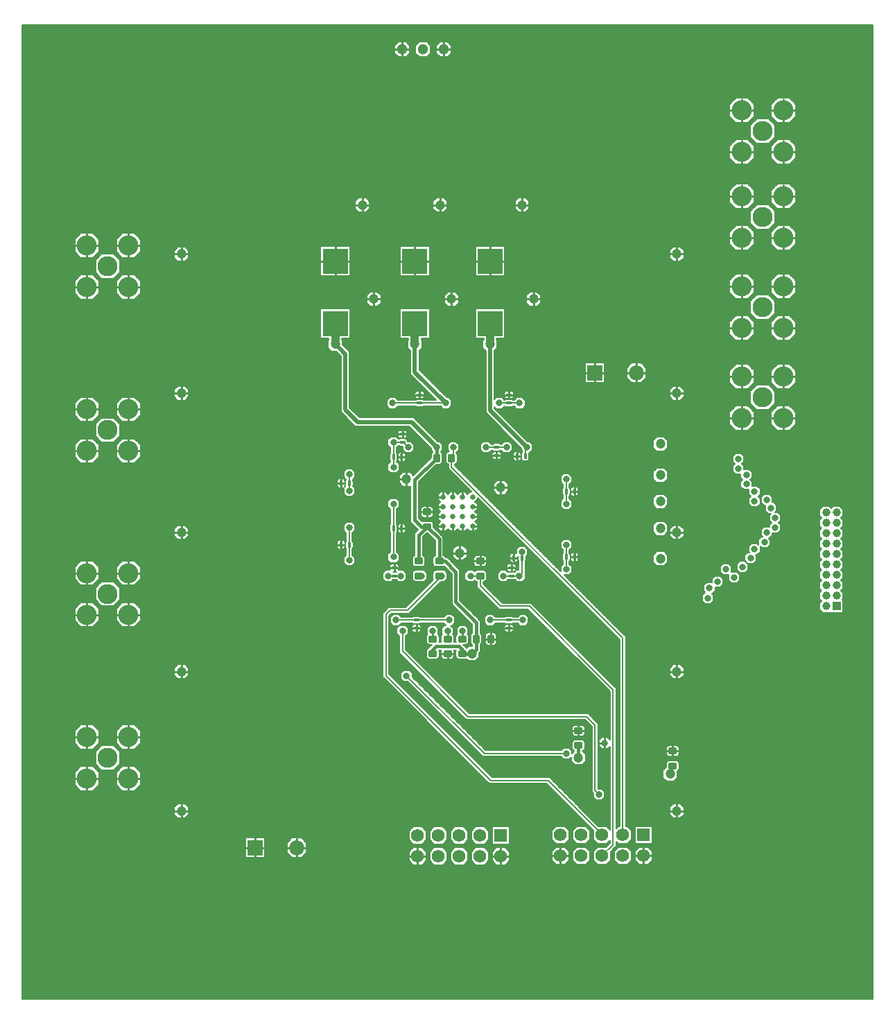
<source format=gbl>
%FSAX43Y43*%
%MOMM*%
G71*
G01*
G75*
G04 Layer_Physical_Order=3*
G04 Layer_Color=255*
%ADD10C,0.175*%
G04:AMPARAMS|DCode=11|XSize=0.8mm|YSize=1mm|CornerRadius=0.08mm|HoleSize=0mm|Usage=FLASHONLY|Rotation=180.000|XOffset=0mm|YOffset=0mm|HoleType=Round|Shape=RoundedRectangle|*
%AMROUNDEDRECTD11*
21,1,0.800,0.840,0,0,180.0*
21,1,0.640,1.000,0,0,180.0*
1,1,0.160,-0.320,0.420*
1,1,0.160,0.320,0.420*
1,1,0.160,0.320,-0.420*
1,1,0.160,-0.320,-0.420*
%
%ADD11ROUNDEDRECTD11*%
G04:AMPARAMS|DCode=12|XSize=0.8mm|YSize=1mm|CornerRadius=0.08mm|HoleSize=0mm|Usage=FLASHONLY|Rotation=90.000|XOffset=0mm|YOffset=0mm|HoleType=Round|Shape=RoundedRectangle|*
%AMROUNDEDRECTD12*
21,1,0.800,0.840,0,0,90.0*
21,1,0.640,1.000,0,0,90.0*
1,1,0.160,0.420,0.320*
1,1,0.160,0.420,-0.320*
1,1,0.160,-0.420,-0.320*
1,1,0.160,-0.420,0.320*
%
%ADD12ROUNDEDRECTD12*%
%ADD13R,0.762X2.540*%
%ADD14R,3.048X3.048*%
%ADD15O,6.000X2.100*%
%ADD16O,6.000X2.100*%
%ADD17O,1.270X0.762*%
%ADD18R,1.270X0.762*%
%ADD19R,2.108X1.270*%
G04:AMPARAMS|DCode=20|XSize=2.108mm|YSize=1.27mm|CornerRadius=0mm|HoleSize=0mm|Usage=FLASHONLY|Rotation=180.000|XOffset=0mm|YOffset=0mm|HoleType=Round|Shape=Octagon|*
%AMOCTAGOND20*
4,1,8,-1.054,0.318,-1.054,-0.318,-0.737,-0.635,0.737,-0.635,1.054,-0.318,1.054,0.318,0.737,0.635,-0.737,0.635,-1.054,0.318,0.0*
%
%ADD20OCTAGOND20*%

%ADD21R,4.300X4.300*%
%ADD22O,0.300X1.800*%
%ADD23O,1.800X0.300*%
%ADD24R,1.650X0.300*%
%ADD25C,0.254*%
%ADD26C,0.500*%
%ADD27C,1.000*%
%ADD28C,0.200*%
%ADD29C,0.400*%
%ADD30C,1.524*%
%ADD31C,0.300*%
%ADD32R,1.850X1.850*%
%ADD33C,1.850*%
%ADD34C,2.438*%
%ADD35C,1.575*%
%ADD36R,1.575X1.575*%
%ADD37R,1.000X1.000*%
%ADD38C,1.000*%
%ADD39C,1.200*%
%ADD40C,1.300*%
%ADD41C,0.800*%
%ADD42C,0.660*%
G04:AMPARAMS|DCode=43|XSize=0.4mm|YSize=0.6mm|CornerRadius=0.04mm|HoleSize=0mm|Usage=FLASHONLY|Rotation=90.000|XOffset=0mm|YOffset=0mm|HoleType=Round|Shape=RoundedRectangle|*
%AMROUNDEDRECTD43*
21,1,0.400,0.520,0,0,90.0*
21,1,0.320,0.600,0,0,90.0*
1,1,0.080,0.260,0.160*
1,1,0.080,0.260,-0.160*
1,1,0.080,-0.260,-0.160*
1,1,0.080,-0.260,0.160*
%
%ADD43ROUNDEDRECTD43*%
G04:AMPARAMS|DCode=44|XSize=0.4mm|YSize=0.6mm|CornerRadius=0.04mm|HoleSize=0mm|Usage=FLASHONLY|Rotation=180.000|XOffset=0mm|YOffset=0mm|HoleType=Round|Shape=RoundedRectangle|*
%AMROUNDEDRECTD44*
21,1,0.400,0.520,0,0,180.0*
21,1,0.320,0.600,0,0,180.0*
1,1,0.080,-0.160,0.260*
1,1,0.080,0.160,0.260*
1,1,0.080,0.160,-0.260*
1,1,0.080,-0.160,-0.260*
%
%ADD44ROUNDEDRECTD44*%
D10*
X0085588Y0099460D02*
G03*
X0085260Y0099787I-0000327J0000000D01*
G01*
Y0098812D02*
G03*
X0085588Y0099140I0000000J0000327D01*
G01*
X0085496Y0098688D02*
G03*
X0085260Y0098787I-0000236J-0000228D01*
G01*
X0084740Y0099787D02*
G03*
X0084412Y0099460I0000000J-0000327D01*
G01*
Y0099140D02*
G03*
X0084740Y0098812I0000327J0000000D01*
G01*
Y0098787D02*
G03*
X0084504Y0098688I0000000J-0000327D01*
G01*
X0085260Y0097812D02*
G03*
X0085496Y0097912I0000000J0000327D01*
G01*
X0084504D02*
G03*
X0084740Y0097812I0000236J0000228D01*
G01*
X0087488Y0092060D02*
G03*
X0087450Y0092213I-0000327J0000000D01*
G01*
X0093488Y0087760D02*
G03*
X0093160Y0088088I-0000327J0000000D01*
G01*
X0092840D02*
G03*
X0092512Y0087760I0000000J-0000327D01*
G01*
X0093160Y0086912D02*
G03*
X0093488Y0087240I0000000J0000327D01*
G01*
X0092512D02*
G03*
X0092840Y0086912I0000327J0000000D01*
G01*
X0092488Y0087760D02*
G03*
X0092387Y0087996I-0000327J0000000D01*
G01*
Y0087004D02*
G03*
X0092488Y0087240I-0000228J0000236D01*
G01*
X0091613Y0087996D02*
G03*
X0091512Y0087760I0000228J-0000236D01*
G01*
Y0087240D02*
G03*
X0091613Y0087004I0000327J0000000D01*
G01*
X0093488Y0079760D02*
G03*
X0093160Y0080088I-0000327J0000000D01*
G01*
X0092840D02*
G03*
X0092512Y0079760I0000000J-0000327D01*
G01*
X0092488D02*
G03*
X0092387Y0079996I-0000327J0000000D01*
G01*
X0093160Y0078912D02*
G03*
X0093488Y0079240I0000000J0000327D01*
G01*
X0092512D02*
G03*
X0092840Y0078912I0000327J0000000D01*
G01*
X0092387Y0079004D02*
G03*
X0092488Y0079240I-0000228J0000236D01*
G01*
X0091613Y0079996D02*
G03*
X0091512Y0079760I0000228J-0000236D01*
G01*
Y0079240D02*
G03*
X0091613Y0079004I0000327J0000000D01*
G01*
X0086613Y0092296D02*
G03*
X0086512Y0092060I0000228J-0000236D01*
G01*
X0086488D02*
G03*
X0086160Y0092387I-0000327J0000000D01*
G01*
X0085840D02*
G03*
X0085512Y0092060I0000000J-0000327D01*
G01*
X0086512Y0091540D02*
G03*
X0086840Y0091213I0000327J0000000D01*
G01*
X0086160D02*
G03*
X0086488Y0091540I0000000J0000327D01*
G01*
X0087160Y0091213D02*
G03*
X0087488Y0091540I0000000J0000327D01*
G01*
X0085512D02*
G03*
X0085840Y0091213I0000327J0000000D01*
G01*
X0084088Y0092060D02*
G03*
X0083760Y0092387I-0000327J0000000D01*
G01*
X0083996Y0093287D02*
G03*
X0083760Y0093387I-0000236J-0000228D01*
G01*
Y0092412D02*
G03*
X0083996Y0092512I0000000J0000327D01*
G01*
X0083240Y0093387D02*
G03*
X0083004Y0093287I0000000J-0000327D01*
G01*
X0083004Y0092512D02*
G03*
X0083240Y0092412I0000236J0000228D01*
G01*
Y0092387D02*
G03*
X0082912Y0092060I0000000J-0000327D01*
G01*
X0083760Y0091412D02*
G03*
X0084088Y0091740I0000000J0000327D01*
G01*
X0082912D02*
G03*
X0083240Y0091412I0000327J0000000D01*
G01*
X0086988Y0078904D02*
G03*
X0087088Y0079140I-0000228J0000236D01*
G01*
X0085912Y0079950D02*
G03*
X0085760Y0079988I-0000153J-0000290D01*
G01*
X0085440D02*
G03*
X0085113Y0079660I0000000J-0000327D01*
G01*
X0086113Y0079140D02*
G03*
X0086213Y0078904I0000327J0000000D01*
G01*
X0085760Y0078812D02*
G03*
X0086088Y0079140I0000000J0000327D01*
G01*
X0085113D02*
G03*
X0085440Y0078812I0000327J0000000D01*
G01*
X0082287Y0079320D02*
G03*
X0081920Y0079688I-0000368J0000000D01*
G01*
X0081080D02*
G03*
X0080713Y0079320I0000000J-0000368D01*
G01*
X0105787Y0056120D02*
G03*
X0105420Y0056487I-0000368J0000000D01*
G01*
Y0055112D02*
G03*
X0105787Y0055480I0000000J0000368D01*
G01*
Y0054320D02*
G03*
X0105420Y0054688I-0000368J0000000D01*
G01*
X0104580Y0056487D02*
G03*
X0104213Y0056120I0000000J-0000368D01*
G01*
Y0055480D02*
G03*
X0104580Y0055112I0000368J0000000D01*
G01*
Y0054688D02*
G03*
X0104213Y0054320I0000000J-0000368D01*
G01*
X0105588Y0053353D02*
G03*
X0105787Y0053680I-0000168J0000327D01*
G01*
X0085887Y0078360D02*
G03*
X0085560Y0078688I-0000327J0000000D01*
G01*
Y0077713D02*
G03*
X0085887Y0078040I0000000J0000327D01*
G01*
X0085560Y0076713D02*
G03*
X0085716Y0076752I0000000J0000327D01*
G01*
X0085682Y0077664D02*
G03*
X0085560Y0077688I-0000122J-0000304D01*
G01*
X0085040Y0078688D02*
G03*
X0084713Y0078360I0000000J-0000327D01*
G01*
X0084884Y0076752D02*
G03*
X0085040Y0076713I0000156J0000288D01*
G01*
Y0077688D02*
G03*
X0084884Y0077648I0000000J-0000327D01*
G01*
X0084713Y0078040D02*
G03*
X0085040Y0077713I0000327J0000000D01*
G01*
X0085496Y0072188D02*
G03*
X0085260Y0072287I-0000236J-0000228D01*
G01*
X0084740D02*
G03*
X0084504Y0072188I0000000J-0000327D01*
G01*
X0082287Y0077520D02*
G03*
X0081920Y0077887I-0000368J0000000D01*
G01*
Y0078312D02*
G03*
X0082287Y0078680I0000000J0000368D01*
G01*
X0080713D02*
G03*
X0081080Y0078312I0000368J0000000D01*
G01*
Y0077887D02*
G03*
X0080788Y0077743I0000000J-0000368D01*
G01*
X0081920Y0076512D02*
G03*
X0082287Y0076880I0000000J0000368D01*
G01*
X0080788Y0076657D02*
G03*
X0081080Y0076512I0000292J0000223D01*
G01*
X0085260Y0071312D02*
G03*
X0085496Y0071412I0000000J0000327D01*
G01*
X0085588Y0070960D02*
G03*
X0085260Y0071287I-0000327J0000000D01*
G01*
X0084504Y0071412D02*
G03*
X0084740Y0071312I0000236J0000228D01*
G01*
Y0071287D02*
G03*
X0084412Y0070960I0000000J-0000327D01*
G01*
X0085260Y0070312D02*
G03*
X0085588Y0070640I0000000J0000327D01*
G01*
X0084412D02*
G03*
X0084740Y0070312I0000327J0000000D01*
G01*
X0083488Y0069920D02*
G03*
X0083120Y0070287I-0000368J0000000D01*
G01*
Y0068713D02*
G03*
X0083488Y0069080I0000000J0000368D01*
G01*
X0082480Y0070287D02*
G03*
X0082113Y0069920I0000000J-0000368D01*
G01*
X0081688D02*
G03*
X0081488Y0070247I-0000368J0000000D01*
G01*
X0080512D02*
G03*
X0080312Y0069920I0000168J-0000327D01*
G01*
X0082113Y0069080D02*
G03*
X0082480Y0068713I0000368J0000000D01*
G01*
X0081488Y0068753D02*
G03*
X0081688Y0069080I-0000168J0000327D01*
G01*
X0080312D02*
G03*
X0080512Y0068753I0000368J0000000D01*
G01*
X0094287Y0058620D02*
G03*
X0093920Y0058987I-0000368J0000000D01*
G01*
Y0057612D02*
G03*
X0094287Y0057980I0000000J0000368D01*
G01*
X0094008Y0055823D02*
G03*
X0094287Y0056180I-0000088J0000357D01*
G01*
Y0056820D02*
G03*
X0093920Y0057188I-0000368J0000000D01*
G01*
X0092713Y0057980D02*
G03*
X0093080Y0057612I0000368J0000000D01*
G01*
Y0058987D02*
G03*
X0092713Y0058620I0000000J-0000368D01*
G01*
X0093080Y0057188D02*
G03*
X0092713Y0056820I0000000J-0000368D01*
G01*
Y0056180D02*
G03*
X0092992Y0055823I0000368J0000000D01*
G01*
X0074688Y0099460D02*
G03*
X0074360Y0099787I-0000327J0000000D01*
G01*
X0074596Y0098688D02*
G03*
X0074360Y0098787I-0000236J-0000228D01*
G01*
Y0098812D02*
G03*
X0074688Y0099140I0000000J0000327D01*
G01*
X0073840Y0098787D02*
G03*
X0073604Y0098688I0000000J-0000327D01*
G01*
X0073512Y0099140D02*
G03*
X0073840Y0098812I0000327J0000000D01*
G01*
Y0099787D02*
G03*
X0073512Y0099460I0000000J-0000327D01*
G01*
X0078688Y0092020D02*
G03*
X0078595Y0092264I-0000368J0000000D01*
G01*
X0078387Y0090819D02*
G03*
X0078688Y0091180I-0000068J0000361D01*
G01*
X0077680Y0092387D02*
G03*
X0077312Y0092020I0000000J-0000368D01*
G01*
Y0091180D02*
G03*
X0077613Y0090819I0000368J0000000D01*
G01*
X0076887Y0092020D02*
G03*
X0076688Y0092347I-0000368J0000000D01*
G01*
X0075713D02*
G03*
X0075512Y0092020I0000168J-0000327D01*
G01*
X0076520Y0090812D02*
G03*
X0076887Y0091180I0000000J0000368D01*
G01*
X0075787Y0085320D02*
G03*
X0075420Y0085688I-0000368J0000000D01*
G01*
Y0084312D02*
G03*
X0075787Y0084680I0000000J0000368D01*
G01*
Y0083520D02*
G03*
X0075420Y0083887I-0000368J0000000D01*
G01*
X0074360Y0097812D02*
G03*
X0074596Y0097912I0000000J0000327D01*
G01*
X0073604D02*
G03*
X0073840Y0097812I0000236J0000228D01*
G01*
X0072588Y0094660D02*
G03*
X0072260Y0094988I-0000327J0000000D01*
G01*
Y0094012D02*
G03*
X0072588Y0094340I0000000J0000327D01*
G01*
Y0093660D02*
G03*
X0072260Y0093988I-0000327J0000000D01*
G01*
X0071740Y0094988D02*
G03*
X0071412Y0094660I0000000J-0000327D01*
G01*
X0071740Y0093988D02*
G03*
X0071525Y0093907I0000000J-0000327D01*
G01*
X0071412Y0094340D02*
G03*
X0071740Y0094012I0000327J0000000D01*
G01*
X0072387Y0091960D02*
G03*
X0072060Y0092287I-0000327J0000000D01*
G01*
Y0091113D02*
G03*
X0072387Y0091440I0000000J0000327D01*
G01*
X0071525Y0093093D02*
G03*
X0071740Y0093012I0000215J0000247D01*
G01*
Y0092287D02*
G03*
X0071412Y0091960I0000000J-0000327D01*
G01*
Y0091440D02*
G03*
X0071740Y0091113I0000327J0000000D01*
G01*
X0074580Y0085688D02*
G03*
X0074213Y0085320I0000000J-0000368D01*
G01*
Y0084680D02*
G03*
X0074580Y0084312I0000368J0000000D01*
G01*
Y0083887D02*
G03*
X0074394Y0083837I0000000J-0000368D01*
G01*
X0072387Y0083260D02*
G03*
X0072060Y0083588I-0000327J0000000D01*
G01*
X0071740D02*
G03*
X0071412Y0083260I0000000J-0000327D01*
G01*
X0072060Y0082412D02*
G03*
X0072387Y0082740I0000000J0000327D01*
G01*
X0071412D02*
G03*
X0071740Y0082412I0000327J0000000D01*
G01*
X0071387Y0091960D02*
G03*
X0071287Y0092196I-0000327J0000000D01*
G01*
X0070512Y0092196D02*
G03*
X0070412Y0091960I0000228J-0000236D01*
G01*
Y0091440D02*
G03*
X0070512Y0091204I0000327J0000000D01*
G01*
X0071287Y0091204D02*
G03*
X0071387Y0091440I-0000228J0000236D01*
G01*
X0065093Y0088975D02*
G03*
X0065012Y0088760I0000247J-0000215D01*
G01*
X0065988D02*
G03*
X0065907Y0088975I-0000327J0000000D01*
G01*
X0064988Y0088760D02*
G03*
X0064660Y0089088I-0000327J0000000D01*
G01*
X0064340D02*
G03*
X0064012Y0088760I0000000J-0000327D01*
G01*
X0071387Y0083260D02*
G03*
X0071287Y0083496I-0000327J0000000D01*
G01*
X0070512Y0083496D02*
G03*
X0070412Y0083260I0000228J-0000236D01*
G01*
X0065976Y0088155D02*
G03*
X0065988Y0088240I-0000316J0000085D01*
G01*
X0070412Y0082740D02*
G03*
X0070512Y0082504I0000327J0000000D01*
G01*
X0071287Y0082504D02*
G03*
X0071387Y0082740I-0000228J0000236D01*
G01*
X0065887Y0080504D02*
G03*
X0065988Y0080740I-0000228J0000236D01*
G01*
Y0081260D02*
G03*
X0065887Y0081496I-0000327J0000000D01*
G01*
X0065012Y0088240D02*
G03*
X0065024Y0088155I0000327J0000000D01*
G01*
X0064942Y0088073D02*
G03*
X0064988Y0088240I-0000282J0000167D01*
G01*
X0064827Y0087958D02*
G03*
X0064942Y0088073I-0000167J0000282D01*
G01*
X0064660Y0087912D02*
G03*
X0064827Y0087958I0000000J0000327D01*
G01*
X0064012Y0088240D02*
G03*
X0064340Y0087912I0000327J0000000D01*
G01*
X0065113Y0081496D02*
G03*
X0065012Y0081260I0000228J-0000236D01*
G01*
X0064988D02*
G03*
X0064660Y0081588I-0000327J0000000D01*
G01*
X0065012Y0080740D02*
G03*
X0065113Y0080504I0000327J0000000D01*
G01*
X0064660Y0080412D02*
G03*
X0064988Y0080740I0000000J0000327D01*
G01*
X0064012D02*
G03*
X0064340Y0080412I0000327J0000000D01*
G01*
Y0081588D02*
G03*
X0064012Y0081260I0000000J-0000327D01*
G01*
X0077247Y0079488D02*
G03*
X0076988Y0079681I-0000327J-0000168D01*
G01*
X0076920Y0078312D02*
G03*
X0077106Y0078363I0000000J0000368D01*
G01*
X0080088Y0069820D02*
G03*
X0079943Y0070112I-0000368J0000000D01*
G01*
X0079720Y0068812D02*
G03*
X0080088Y0069180I0000000J0000368D01*
G01*
X0078657Y0070112D02*
G03*
X0078512Y0069820I0000223J-0000292D01*
G01*
Y0069180D02*
G03*
X0078524Y0069088I0000368J0000000D01*
G01*
X0079720Y0067012D02*
G03*
X0079837Y0067032I0000000J0000368D01*
G01*
X0078512Y0067380D02*
G03*
X0078880Y0067012I0000368J0000000D01*
G01*
X0078524Y0068113D02*
G03*
X0078512Y0068020I0000356J-0000092D01*
G01*
X0078287Y0069820D02*
G03*
X0078143Y0070112I-0000368J0000000D01*
G01*
X0078276Y0069088D02*
G03*
X0078287Y0069180I-0000356J0000093D01*
G01*
X0076857Y0070112D02*
G03*
X0076713Y0069820I0000223J-0000292D01*
G01*
Y0069180D02*
G03*
X0076724Y0069088I0000368J0000000D01*
G01*
X0076488Y0069820D02*
G03*
X0076343Y0070112I-0000368J0000000D01*
G01*
X0076476Y0069088D02*
G03*
X0076488Y0069180I-0000356J0000093D01*
G01*
X0078287Y0068020D02*
G03*
X0078276Y0068113I-0000368J0000000D01*
G01*
X0077920Y0067012D02*
G03*
X0078287Y0067380I0000000J0000368D01*
G01*
X0076724Y0068113D02*
G03*
X0076713Y0068020I0000356J-0000093D01*
G01*
X0076488D02*
G03*
X0076476Y0068113I-0000368J0000000D01*
G01*
X0076713Y0067380D02*
G03*
X0077080Y0067012I0000368J0000000D01*
G01*
X0076120D02*
G03*
X0076488Y0067380I0000000J0000368D01*
G01*
X0075713Y0078680D02*
G03*
X0076080Y0078312I0000368J0000000D01*
G01*
X0076012Y0079681D02*
G03*
X0075713Y0079320I0000068J-0000361D01*
G01*
X0076080Y0077887D02*
G03*
X0075713Y0077520I0000000J-0000368D01*
G01*
Y0076880D02*
G03*
X0075746Y0076727I0000368J0000000D01*
G01*
X0074787Y0079320D02*
G03*
X0074488Y0079681I-0000368J0000000D01*
G01*
X0074420Y0078312D02*
G03*
X0074787Y0078680I0000000J0000368D01*
G01*
X0073213D02*
G03*
X0073580Y0078312I0000368J0000000D01*
G01*
X0073512Y0079681D02*
G03*
X0073213Y0079320I0000068J-0000361D01*
G01*
X0073580Y0077887D02*
G03*
X0073213Y0077520I0000000J-0000368D01*
G01*
Y0076880D02*
G03*
X0073580Y0076512I0000368J0000000D01*
G01*
X0074196Y0072188D02*
G03*
X0073960Y0072287I-0000236J-0000228D01*
G01*
X0073440D02*
G03*
X0073204Y0072188I0000000J-0000327D01*
G01*
X0074912Y0067380D02*
G03*
X0075280Y0067012I0000368J0000000D01*
G01*
X0075213Y0068381D02*
G03*
X0074912Y0068020I0000068J-0000361D01*
G01*
Y0069180D02*
G03*
X0075280Y0068812I0000368J0000000D01*
G01*
X0075057Y0070112D02*
G03*
X0074912Y0069820I0000223J-0000292D01*
G01*
X0073960Y0071312D02*
G03*
X0074196Y0071412I0000000J0000327D01*
G01*
X0074287Y0070960D02*
G03*
X0073960Y0071287I-0000327J0000000D01*
G01*
Y0070312D02*
G03*
X0074287Y0070640I0000000J0000327D01*
G01*
X0073204Y0071412D02*
G03*
X0073440Y0071312I0000236J0000228D01*
G01*
Y0071287D02*
G03*
X0073113Y0070960I0000000J-0000327D01*
G01*
Y0070640D02*
G03*
X0073440Y0070312I0000327J0000000D01*
G01*
X0071588Y0078360D02*
G03*
X0071260Y0078688I-0000327J0000000D01*
G01*
X0071550Y0077887D02*
G03*
X0071588Y0078040I-0000290J0000153D01*
G01*
X0070740Y0078688D02*
G03*
X0070412Y0078360I0000000J-0000327D01*
G01*
Y0078040D02*
G03*
X0070450Y0077887I0000327J0000000D01*
G01*
X0120047Y0134250D02*
X0129462D01*
X0120047Y0134100D02*
X0129462D01*
X0120047Y0134400D02*
X0129462D01*
X0120047Y0133800D02*
X0129462D01*
X0120047Y0133650D02*
X0129462D01*
X0120047Y0133950D02*
X0129462D01*
X0119840Y0135000D02*
X0129462D01*
X0119990Y0134850D02*
X0129462D01*
X0119690Y0135150D02*
X0129462D01*
X0120047Y0134550D02*
X0129462D01*
X0120047Y0134700D02*
X0129462D01*
X0120047Y0133500D02*
X0129462D01*
X0120047Y0133350D02*
X0129462D01*
X0119960Y0133200D02*
X0129462D01*
X0119810Y0133050D02*
X0129462D01*
X0120010Y0129750D02*
X0129462D01*
X0119660Y0132900D02*
X0129462D01*
X0120047Y0133287D02*
Y0134793D01*
X0119860Y0129900D02*
X0129462D01*
X0119710Y0130050D02*
X0129462D01*
X0120047Y0129600D02*
X0129462D01*
X0120047Y0128207D02*
Y0129713D01*
X0119540Y0135300D02*
X0129462D01*
X0119510Y0132750D02*
X0129462D01*
X0119390Y0135450D02*
X0129462D01*
X0119360Y0132600D02*
X0129462D01*
X0117507Y0132000D02*
X0129462D01*
X0117310Y0132450D02*
X0129462D01*
X0119293Y0132533D02*
X0120047Y0133287D01*
X0117507Y0132150D02*
X0129462D01*
X0117460Y0132300D02*
X0129462D01*
X0117507Y0131700D02*
X0129462D01*
X0117507Y0131850D02*
X0129462D01*
X0117507Y0130800D02*
X0129462D01*
X0117410Y0130650D02*
X0129462D01*
X0117260Y0130500D02*
X0129462D01*
X0119560Y0130200D02*
X0129462D01*
X0119410Y0130350D02*
X0129462D01*
X0117507Y0131400D02*
X0129462D01*
X0117507Y0131250D02*
X0129462D01*
X0117507Y0131550D02*
X0129462D01*
X0117507Y0130950D02*
X0129462D01*
X0117507Y0131100D02*
X0129462D01*
X0120047Y0128550D02*
X0129462D01*
X0120047Y0128400D02*
X0129462D01*
X0120047Y0128700D02*
X0129462D01*
X0120047Y0128250D02*
X0129462D01*
X0119990Y0124350D02*
X0129462D01*
X0119940Y0128100D02*
X0129462D01*
X0120047Y0129300D02*
X0129462D01*
X0120047Y0129150D02*
X0129462D01*
X0120047Y0129450D02*
X0129462D01*
X0120047Y0128850D02*
X0129462D01*
X0120047Y0129000D02*
X0129462D01*
X0120047Y0123300D02*
X0129462D01*
X0120047Y0123150D02*
X0129462D01*
X0120047Y0123450D02*
X0129462D01*
X0120047Y0123000D02*
X0129462D01*
X0120047Y0122850D02*
X0129462D01*
X0119960Y0122700D02*
X0129462D01*
X0120047Y0124050D02*
X0129462D01*
X0120047Y0123900D02*
X0129462D01*
X0120047Y0124200D02*
X0129462D01*
X0120047Y0123600D02*
X0129462D01*
X0120047Y0123750D02*
X0129462D01*
X0119790Y0127950D02*
X0129462D01*
X0119640Y0127800D02*
X0129462D01*
X0119490Y0127650D02*
X0129462D01*
X0119390Y0124950D02*
X0129462D01*
X0119840Y0124500D02*
X0129462D01*
X0119340Y0127500D02*
X0129462D01*
X0119540Y0124800D02*
X0129462D01*
X0119293Y0125047D02*
X0120047Y0124293D01*
X0119293Y0127453D02*
X0120047Y0128207D01*
X0119810Y0122550D02*
X0129462D01*
X0119690Y0124650D02*
X0129462D01*
X0119660Y0122400D02*
X0129462D01*
X0119510Y0122250D02*
X0129462D01*
X0119360Y0122100D02*
X0129462D01*
X0117460Y0121800D02*
X0129462D01*
X0117310Y0121950D02*
X0129462D01*
X0119293Y0122033D02*
X0120047Y0122787D01*
X0117507Y0121650D02*
X0129462D01*
X0117507Y0121500D02*
X0129462D01*
X0117507Y0121200D02*
X0129462D01*
X0117507Y0121350D02*
X0129462D01*
X0119550Y0135290D02*
Y0144462D01*
X0119700Y0135140D02*
Y0144462D01*
X0119400Y0135440D02*
Y0144462D01*
X0119850Y0134990D02*
Y0144462D01*
X0120000Y0134840D02*
Y0144462D01*
X0119293Y0135547D02*
X0120047Y0134793D01*
X0118800Y0135547D02*
Y0144462D01*
X0118950Y0135547D02*
Y0144462D01*
X0118650Y0135547D02*
Y0144462D01*
X0119250Y0135547D02*
Y0144462D01*
X0119100Y0135547D02*
Y0144462D01*
X0119850Y0129910D02*
Y0133090D01*
X0120000Y0129760D02*
Y0133240D01*
X0119700Y0130060D02*
Y0132940D01*
X0119400Y0130360D02*
Y0132640D01*
X0119550Y0130210D02*
Y0132790D01*
X0119250Y0130467D02*
Y0132533D01*
X0118650Y0130467D02*
Y0132533D01*
X0118800Y0130467D02*
Y0132533D01*
X0119100Y0130467D02*
Y0132533D01*
X0118950Y0130467D02*
Y0132533D01*
X0118050Y0135547D02*
Y0144462D01*
X0118200Y0135547D02*
Y0144462D01*
X0117900Y0135547D02*
Y0144462D01*
X0118350Y0135547D02*
Y0144462D01*
X0118500Y0135547D02*
Y0144462D01*
X0117787Y0135547D02*
X0119293D01*
X0117450Y0135210D02*
Y0144462D01*
X0117300Y0135060D02*
Y0144462D01*
X0117150Y0134910D02*
Y0144462D01*
X0117750Y0135510D02*
Y0144462D01*
X0117600Y0135360D02*
Y0144462D01*
X0117750Y0130430D02*
Y0132570D01*
X0118350Y0130467D02*
Y0132533D01*
X0117900Y0130467D02*
Y0132533D01*
X0117300Y0132460D02*
Y0133020D01*
X0117450Y0132310D02*
Y0132870D01*
X0117150Y0132610D02*
Y0133170D01*
X0117600Y0130280D02*
Y0132720D01*
X0117160Y0132600D02*
X0117720D01*
X0119293Y0130467D02*
X0120047Y0129713D01*
X0119250Y0125047D02*
Y0127453D01*
X0118950Y0125047D02*
Y0127453D01*
X0119100Y0125047D02*
Y0127453D01*
X0118800Y0125047D02*
Y0127453D01*
X0118500Y0130467D02*
Y0132533D01*
X0118650Y0125047D02*
Y0127453D01*
X0118500Y0125047D02*
Y0127453D01*
X0119850Y0124490D02*
Y0128010D01*
X0120000Y0124340D02*
Y0128160D01*
X0119700Y0124640D02*
Y0127860D01*
X0120047Y0122787D02*
Y0124293D01*
X0119400Y0124940D02*
Y0127560D01*
X0119550Y0124790D02*
Y0127710D01*
X0118350Y0125047D02*
Y0127453D01*
X0117787Y0132533D02*
X0119293D01*
X0118200Y0130467D02*
Y0132533D01*
X0117787Y0130467D02*
X0119293D01*
X0117787Y0127453D02*
X0119293D01*
X0118200Y0125047D02*
Y0127453D01*
X0117787Y0125047D02*
X0119293D01*
X0117507Y0130747D02*
Y0132253D01*
X0118050Y0130467D02*
Y0132533D01*
X0117450Y0130130D02*
Y0130690D01*
X0118050Y0125047D02*
Y0127453D01*
X0117300Y0129980D02*
Y0130540D01*
X0117900Y0125047D02*
Y0127453D01*
X0117750Y0125010D02*
Y0127490D01*
X0117600Y0124860D02*
Y0127640D01*
X0117787Y0122033D02*
X0119293D01*
X0117160Y0122100D02*
X0117720D01*
X0117450Y0124710D02*
Y0127790D01*
X0117300Y0124560D02*
Y0127940D01*
X0117150Y0124410D02*
Y0128090D01*
X0117450Y0121810D02*
Y0122370D01*
X0117300Y0121960D02*
Y0122520D01*
X0125100Y0085717D02*
Y0144462D01*
X0125250Y0085717D02*
Y0144462D01*
X0120047Y0118800D02*
X0129462D01*
X0120047Y0117900D02*
X0129462D01*
X0120047Y0117750D02*
X0129462D01*
X0120047Y0118050D02*
X0129462D01*
X0124050Y0085717D02*
Y0144462D01*
X0124650Y0085717D02*
Y0144462D01*
X0123600Y0085717D02*
Y0144462D01*
X0124950Y0085717D02*
Y0144462D01*
X0124800Y0085717D02*
Y0144462D01*
X0124500Y0085611D02*
Y0144462D01*
X0124350Y0085492D02*
Y0144462D01*
X0124200Y0085642D02*
Y0144462D01*
X0125550Y0085562D02*
Y0144462D01*
X0125700Y0085411D02*
Y0144462D01*
X0125400Y0085712D02*
Y0144462D01*
X0123450Y0085717D02*
Y0144462D01*
X0123300Y0085681D02*
Y0144462D01*
X0123150Y0085531D02*
Y0144462D01*
X0123900Y0085717D02*
Y0144462D01*
X0123750Y0085717D02*
Y0144462D01*
X0117507Y0120300D02*
X0129462D01*
X0117410Y0120150D02*
X0129462D01*
X0117260Y0120000D02*
X0129462D01*
X0119560Y0119700D02*
X0129462D01*
X0119710Y0119550D02*
X0129462D01*
X0119410Y0119850D02*
X0129462D01*
X0117507Y0120900D02*
X0129462D01*
X0117507Y0120750D02*
X0129462D01*
X0117507Y0121050D02*
X0129462D01*
X0117507Y0120450D02*
X0129462D01*
X0117507Y0120600D02*
X0129462D01*
X0120047Y0118350D02*
X0129462D01*
X0120047Y0118200D02*
X0129462D01*
X0120047Y0118500D02*
X0129462D01*
X0119940Y0117600D02*
X0129462D01*
X0119790Y0117450D02*
X0129462D01*
X0120010Y0119250D02*
X0129462D01*
X0120047Y0119100D02*
X0129462D01*
X0119860Y0119400D02*
X0129462D01*
X0120047Y0118650D02*
X0129462D01*
X0120047Y0118950D02*
X0129462D01*
X0120047Y0112950D02*
X0129462D01*
X0120047Y0112800D02*
X0129462D01*
X0120047Y0113100D02*
X0129462D01*
X0120047Y0112500D02*
X0129462D01*
X0120047Y0112350D02*
X0129462D01*
X0120047Y0112650D02*
X0129462D01*
X0119640Y0113700D02*
X0129462D01*
X0119790Y0113550D02*
X0129462D01*
X0119640Y0117300D02*
X0129462D01*
X0120047Y0113250D02*
X0129462D01*
X0119940Y0113400D02*
X0129462D01*
X0119710Y0111450D02*
X0129462D01*
X0119660Y0108600D02*
X0129462D01*
X0119560Y0111300D02*
X0129462D01*
X0119960Y0108300D02*
X0129462D01*
X0119810Y0108450D02*
X0129462D01*
X0120047Y0112050D02*
X0129462D01*
X0120047Y0111900D02*
X0129462D01*
X0120047Y0112200D02*
X0129462D01*
X0120010Y0111750D02*
X0129462D01*
X0119860Y0111600D02*
X0129462D01*
X0117410Y0110850D02*
X0129462D01*
X0117507Y0110700D02*
X0129462D01*
X0117260Y0111000D02*
X0129462D01*
X0117507Y0110400D02*
X0129462D01*
X0117507Y0110250D02*
X0129462D01*
X0117507Y0110550D02*
X0129462D01*
X0119490Y0117150D02*
X0129462D01*
X0119340Y0114000D02*
X0129462D01*
X0119340Y0117000D02*
X0129462D01*
X0119490Y0113850D02*
X0129462D01*
X0119410Y0111150D02*
X0129462D01*
X0117507Y0109350D02*
X0129462D01*
X0117460Y0109200D02*
X0129462D01*
X0117310Y0109050D02*
X0129462D01*
X0119510Y0108750D02*
X0129462D01*
X0119360Y0108900D02*
X0129462D01*
X0117507Y0109950D02*
X0129462D01*
X0117507Y0109800D02*
X0129462D01*
X0117507Y0110100D02*
X0129462D01*
X0117507Y0109500D02*
X0129462D01*
X0117507Y0109650D02*
X0129462D01*
X0119850Y0119410D02*
Y0122590D01*
X0120000Y0119260D02*
Y0122740D01*
X0119700Y0119560D02*
Y0122440D01*
X0119550Y0119710D02*
Y0122290D01*
X0120047Y0117707D02*
Y0119213D01*
X0119293Y0119967D02*
X0120047Y0119213D01*
X0119250Y0119967D02*
Y0122033D01*
X0119400Y0119860D02*
Y0122140D01*
X0119100Y0119967D02*
Y0122033D01*
X0118950Y0119967D02*
Y0122033D01*
X0118800Y0119967D02*
Y0122033D01*
X0120000Y0113340D02*
Y0117660D01*
X0123000Y0085381D02*
Y0144462D01*
X0119293Y0116953D02*
X0120047Y0117707D01*
X0119700Y0113640D02*
Y0117360D01*
X0119850Y0113490D02*
Y0117510D01*
X0119550Y0113790D02*
Y0117210D01*
X0119250Y0114047D02*
Y0116953D01*
X0119400Y0113940D02*
Y0117060D01*
X0119100Y0114047D02*
Y0116953D01*
X0118950Y0114047D02*
Y0116953D01*
X0118800Y0114047D02*
Y0116953D01*
X0118200Y0119967D02*
Y0122033D01*
X0118350Y0119967D02*
Y0122033D01*
X0118050Y0119967D02*
Y0122033D01*
X0118500Y0119967D02*
Y0122033D01*
X0118650Y0119967D02*
Y0122033D01*
X0117787Y0119967D02*
X0119293D01*
X0117900D02*
Y0122033D01*
X0117750Y0119930D02*
Y0122070D01*
X0117600Y0119780D02*
Y0122220D01*
X0117507Y0120247D02*
Y0121753D01*
X0117450Y0119630D02*
Y0120190D01*
X0117787Y0116953D02*
X0119293D01*
X0117750Y0114010D02*
Y0116990D01*
X0117300Y0119480D02*
Y0120040D01*
Y0113560D02*
Y0117440D01*
X0117150Y0113410D02*
Y0117590D01*
X0117600Y0113860D02*
Y0117140D01*
X0117450Y0113710D02*
Y0117290D01*
X0119293Y0114047D02*
X0120047Y0113293D01*
Y0111787D02*
Y0113293D01*
X0119293Y0111033D02*
X0120047Y0111787D01*
X0119250Y0108967D02*
Y0111033D01*
X0119100Y0108967D02*
Y0111033D01*
X0118650Y0114047D02*
Y0116953D01*
X0118500Y0114047D02*
Y0116953D01*
X0118650Y0108967D02*
Y0111033D01*
X0119850Y0108410D02*
Y0111590D01*
X0120000Y0108260D02*
Y0111740D01*
X0119700Y0108560D02*
Y0111440D01*
X0119550Y0108710D02*
Y0111290D01*
X0119293Y0108967D02*
X0120047Y0108213D01*
X0118950Y0108967D02*
Y0111033D01*
X0119400Y0108860D02*
Y0111140D01*
X0118800Y0108967D02*
Y0111033D01*
X0118500Y0108967D02*
Y0111033D01*
X0118200Y0114047D02*
Y0116953D01*
X0118350Y0114047D02*
Y0116953D01*
X0118050Y0114047D02*
Y0116953D01*
X0117787Y0111033D02*
X0119293D01*
X0118050Y0108967D02*
Y0111033D01*
X0117787Y0114047D02*
X0119293D01*
X0117900D02*
Y0116953D01*
X0117300Y0110960D02*
Y0111520D01*
X0117150Y0111110D02*
Y0111670D01*
X0117507Y0109247D02*
Y0110753D01*
X0117450Y0110810D02*
Y0111370D01*
X0117900Y0108967D02*
Y0111033D01*
X0118200Y0108967D02*
Y0111033D01*
X0117750Y0108930D02*
Y0111070D01*
X0118350Y0108967D02*
Y0111033D01*
X0117787Y0108967D02*
X0119293D01*
X0117600Y0108780D02*
Y0111220D01*
X0117450Y0108630D02*
Y0109190D01*
X0117300Y0108480D02*
Y0109040D01*
X0117160Y0108900D02*
X0117720D01*
X0117150Y0108330D02*
Y0108890D01*
X0117033Y0134793D02*
X0117787Y0135547D01*
X0117033Y0133287D02*
X0117787Y0132533D01*
X0116860Y0132900D02*
X0117420D01*
X0117010Y0132750D02*
X0117570D01*
X0116753Y0133007D02*
X0117507Y0132253D01*
X0116700Y0133007D02*
Y0144462D01*
X0116850Y0132910D02*
Y0144462D01*
X0116550Y0133007D02*
Y0144462D01*
X0117033Y0133287D02*
Y0134793D01*
X0117000Y0132760D02*
Y0144462D01*
X0117150Y0129830D02*
Y0130390D01*
X0117033Y0129713D02*
X0117787Y0130467D01*
X0116753Y0129993D02*
X0117507Y0130747D01*
X0117110Y0130350D02*
X0117670D01*
X0116960Y0130200D02*
X0117520D01*
X0116810Y0130050D02*
X0117370D01*
X0116850Y0122410D02*
Y0130090D01*
X0117000Y0122260D02*
Y0130240D01*
X0116550Y0122507D02*
Y0129993D01*
X0117033Y0128207D02*
Y0129713D01*
X0116700Y0122507D02*
Y0129993D01*
X0114460Y0135300D02*
X0117540D01*
X0114610Y0135150D02*
X0117390D01*
X0114310Y0135450D02*
X0117690D01*
X0114910Y0134850D02*
X0117090D01*
X0114967Y0134700D02*
X0117033D01*
X0114760Y0135000D02*
X0117240D01*
X0114967Y0134400D02*
X0117033D01*
X0114967Y0134250D02*
X0117033D01*
X0114967Y0134550D02*
X0117033D01*
X0114967Y0133950D02*
X0117033D01*
X0114967Y0134100D02*
X0117033D01*
X0114967Y0133500D02*
X0117033D01*
X0114880Y0133200D02*
X0117120D01*
X0114730Y0133050D02*
X0117270D01*
X0114930Y0129750D02*
X0117070D01*
X0114780Y0129900D02*
X0117220D01*
X0114967Y0133650D02*
X0117033D01*
X0114967Y0133350D02*
X0117033D01*
X0114967Y0133800D02*
X0117033D01*
X0115247Y0129993D02*
X0116753D01*
X0115247Y0133007D02*
X0116753D01*
X0114967Y0129300D02*
X0117033D01*
X0114967Y0129150D02*
X0117033D01*
X0114967Y0129450D02*
X0117033D01*
Y0128207D02*
X0117787Y0127453D01*
X0114967Y0129000D02*
X0117033D01*
X0114967Y0128700D02*
X0117033D01*
X0114967Y0128550D02*
X0117033D01*
X0114967Y0128850D02*
X0117033D01*
X0114967Y0128250D02*
X0117033D01*
X0114967Y0128400D02*
X0117033D01*
Y0124293D02*
X0117787Y0125047D01*
X0117033Y0122787D02*
X0117787Y0122033D01*
X0116860Y0122400D02*
X0117420D01*
X0117010Y0122250D02*
X0117570D01*
X0116753Y0122507D02*
X0117507Y0121753D01*
X0114967Y0123300D02*
X0117033D01*
Y0122787D02*
Y0124293D01*
X0114967Y0123150D02*
X0117033D01*
X0117150Y0122110D02*
Y0122670D01*
X0115247Y0122507D02*
X0116753D01*
X0114560Y0127800D02*
X0117440D01*
X0114410Y0127650D02*
X0117590D01*
X0114260Y0127500D02*
X0117740D01*
X0114460Y0124800D02*
X0117540D01*
X0114610Y0124650D02*
X0117390D01*
X0114310Y0124950D02*
X0117690D01*
X0114967Y0129600D02*
X0117033D01*
X0114860Y0128100D02*
X0117140D01*
X0114710Y0127950D02*
X0117290D01*
X0114910Y0124350D02*
X0117090D01*
X0114760Y0124500D02*
X0117240D01*
X0114967Y0123000D02*
X0117033D01*
X0114967Y0122850D02*
X0117033D01*
X0114967Y0123450D02*
X0117033D01*
X0114880Y0122700D02*
X0117120D01*
X0114730Y0122550D02*
X0117270D01*
X0114967Y0124050D02*
X0117033D01*
X0114967Y0123900D02*
X0117033D01*
X0114967Y0124200D02*
X0117033D01*
X0114967Y0123600D02*
X0117033D01*
X0114967Y0123750D02*
X0117033D01*
X0115650Y0133007D02*
Y0144462D01*
X0115800Y0133007D02*
Y0144462D01*
X0115500Y0133007D02*
Y0144462D01*
X0116250Y0133007D02*
Y0144462D01*
X0116400Y0133007D02*
Y0144462D01*
X0115950Y0133007D02*
Y0144462D01*
X0114900Y0134860D02*
Y0144462D01*
X0115350Y0133007D02*
Y0144462D01*
X0114600Y0135160D02*
Y0144462D01*
X0114967Y0133287D02*
Y0134793D01*
X0114750Y0135010D02*
Y0144462D01*
X0116100Y0133007D02*
Y0144462D01*
X0115200Y0132960D02*
Y0144462D01*
X0115050Y0132810D02*
Y0144462D01*
X0114900Y0132660D02*
Y0133220D01*
Y0129780D02*
Y0130340D01*
X0114580Y0132900D02*
X0115140D01*
X0114750Y0132510D02*
Y0133070D01*
X0114600Y0132360D02*
Y0132920D01*
X0114493Y0130747D02*
Y0132253D01*
X0114750Y0129930D02*
Y0130490D01*
X0114600Y0130080D02*
Y0130640D01*
X0114300Y0135460D02*
Y0144462D01*
X0114450Y0135310D02*
Y0144462D01*
X0114213Y0135547D02*
X0114967Y0134793D01*
X0114430Y0132750D02*
X0114990D01*
X0114280Y0132600D02*
X0114840D01*
X0114000Y0135547D02*
Y0144462D01*
X0114150Y0135547D02*
Y0144462D01*
X0113850Y0135547D02*
Y0144462D01*
X0112707Y0132533D02*
X0114213D01*
X0112707Y0135547D02*
X0114213D01*
X0114493Y0132253D02*
X0115247Y0133007D01*
X0114493Y0130747D02*
X0115247Y0129993D01*
X0114213Y0132533D02*
X0114967Y0133287D01*
X0114330Y0130350D02*
X0114890D01*
X0114213Y0130467D02*
X0114967Y0129713D01*
X0114300Y0130380D02*
Y0132620D01*
X0114450Y0130230D02*
Y0132770D01*
X0114000Y0130467D02*
Y0132533D01*
X0114150Y0130467D02*
Y0132533D01*
X0112707Y0130467D02*
X0114213D01*
X0115500Y0122507D02*
Y0129993D01*
X0115650Y0122507D02*
Y0129993D01*
X0114630Y0130050D02*
X0115190D01*
X0115950Y0122507D02*
Y0129993D01*
X0116400Y0122507D02*
Y0129993D01*
X0115800Y0122507D02*
Y0129993D01*
X0114967Y0128207D02*
Y0129713D01*
X0114900Y0124360D02*
Y0128140D01*
X0114750Y0124510D02*
Y0127990D01*
X0114967Y0122787D02*
Y0124293D01*
X0114600Y0124660D02*
Y0127840D01*
X0116100Y0122507D02*
Y0129993D01*
X0116250Y0122507D02*
Y0129993D01*
X0115200Y0122460D02*
Y0130040D01*
X0115350Y0122507D02*
Y0129993D01*
X0114580Y0122400D02*
X0115140D01*
X0115050Y0122310D02*
Y0130190D01*
X0114900Y0122160D02*
Y0122720D01*
X0114750Y0122010D02*
Y0122570D01*
X0114600Y0121860D02*
Y0122420D01*
X0114493Y0120247D02*
Y0121753D01*
X0114480Y0130200D02*
X0115040D01*
X0114213Y0127453D02*
X0114967Y0128207D01*
X0114300Y0124960D02*
Y0127540D01*
X0114450Y0124810D02*
Y0127690D01*
X0114213Y0125047D02*
X0114967Y0124293D01*
X0113850Y0125047D02*
Y0127453D01*
X0114150Y0125047D02*
Y0127453D01*
X0112707D02*
X0114213D01*
X0114000Y0125047D02*
Y0127453D01*
X0112707Y0125047D02*
X0114213D01*
Y0122033D02*
X0114967Y0122787D01*
X0114493Y0121753D02*
X0115247Y0122507D01*
X0114430Y0122250D02*
X0114990D01*
X0114280Y0122100D02*
X0114840D01*
X0112707Y0122033D02*
X0114213D01*
X0087381Y0121950D02*
X0114690D01*
X0087231Y0121800D02*
X0114540D01*
X0112707Y0119967D02*
X0114213D01*
X0087081Y0121650D02*
X0114493D01*
X0117150Y0119330D02*
Y0119890D01*
X0117033Y0119213D02*
X0117787Y0119967D01*
X0116753Y0119493D02*
X0117507Y0120247D01*
X0117110Y0119850D02*
X0117670D01*
X0116960Y0119700D02*
X0117520D01*
X0116810Y0119550D02*
X0117370D01*
X0115247Y0119493D02*
X0116753D01*
X0114967Y0119100D02*
X0117033D01*
X0114967Y0118950D02*
X0117033D01*
X0114967Y0118650D02*
X0117033D01*
X0114967Y0118800D02*
X0117033D01*
X0114967Y0118500D02*
X0117033D01*
X0114967Y0118350D02*
X0117033D01*
X0114967Y0118050D02*
X0117033D01*
Y0117707D02*
X0117787Y0116953D01*
X0114967Y0118200D02*
X0117033D01*
X0116850Y0111410D02*
Y0119590D01*
X0117000Y0111260D02*
Y0119740D01*
X0116700Y0111507D02*
Y0119493D01*
X0117033Y0117707D02*
Y0119213D01*
X0114967Y0117750D02*
X0117033D01*
X0114560Y0117300D02*
X0117440D01*
X0114410Y0117150D02*
X0117590D01*
X0114260Y0117000D02*
X0117740D01*
X0106387Y0116700D02*
X0129462D01*
X0106387Y0116550D02*
X0129462D01*
X0106387Y0116850D02*
X0129462D01*
X0114930Y0119250D02*
X0117070D01*
X0114967Y0117900D02*
X0117033D01*
X0114780Y0119400D02*
X0117220D01*
X0114860Y0117600D02*
X0117140D01*
X0114710Y0117450D02*
X0117290D01*
X0105981Y0115650D02*
X0129462D01*
X0084511Y0115500D02*
X0129462D01*
X0084511Y0115350D02*
X0129462D01*
X0084511Y0115050D02*
X0129462D01*
X0084511Y0115200D02*
X0129462D01*
X0106387Y0116250D02*
X0129462D01*
X0106387Y0116100D02*
X0129462D01*
X0106387Y0116400D02*
X0129462D01*
X0106281Y0115950D02*
X0129462D01*
X0106131Y0115800D02*
X0129462D01*
X0117033Y0113293D02*
X0117787Y0114047D01*
X0117033Y0111787D02*
X0117787Y0111033D01*
X0116960Y0111300D02*
X0117520D01*
X0117110Y0111150D02*
X0117670D01*
X0116810Y0111450D02*
X0117370D01*
X0114967Y0113250D02*
X0117033D01*
Y0111787D02*
Y0113293D01*
X0114967Y0112800D02*
X0117033D01*
X0115247Y0111507D02*
X0116753D01*
X0114967Y0112650D02*
X0117033D01*
X0116753Y0108493D02*
X0117507Y0109247D01*
X0117033Y0108213D02*
X0117787Y0108967D01*
X0116753Y0111507D02*
X0117507Y0110753D01*
X0117010Y0108750D02*
X0117570D01*
X0116860Y0108600D02*
X0117420D01*
X0116850Y0100410D02*
Y0108590D01*
X0117000Y0100260D02*
Y0108740D01*
X0115247Y0108493D02*
X0116753D01*
X0116700Y0100507D02*
Y0108493D01*
X0116550Y0100507D02*
Y0108493D01*
X0084511Y0114750D02*
X0129462D01*
X0084511Y0114600D02*
X0129462D01*
X0084511Y0114900D02*
X0129462D01*
X0084511Y0114300D02*
X0129462D01*
X0084511Y0114150D02*
X0129462D01*
X0084511Y0114450D02*
X0129462D01*
X0114410Y0113850D02*
X0117590D01*
X0114560Y0113700D02*
X0117440D01*
X0114260Y0114000D02*
X0117740D01*
X0114860Y0113400D02*
X0117140D01*
X0114710Y0113550D02*
X0117290D01*
X0114967Y0112050D02*
X0117033D01*
X0114967Y0111900D02*
X0117033D01*
X0114930Y0111750D02*
X0117070D01*
X0114780Y0111600D02*
X0117220D01*
X0114730Y0108450D02*
X0117270D01*
X0114967Y0112950D02*
X0117033D01*
X0114967Y0112500D02*
X0117033D01*
X0114967Y0113100D02*
X0117033D01*
X0114967Y0112200D02*
X0117033D01*
X0114967Y0112350D02*
X0117033D01*
X0115500Y0111507D02*
Y0119493D01*
X0115650Y0111507D02*
Y0119493D01*
X0114630Y0119550D02*
X0115190D01*
X0114967Y0117707D02*
Y0119213D01*
Y0111787D02*
Y0113293D01*
X0114900Y0113360D02*
Y0117640D01*
X0114750Y0119430D02*
Y0119990D01*
X0114900Y0119280D02*
Y0119840D01*
X0114600Y0119580D02*
Y0120140D01*
X0114750Y0113510D02*
Y0117490D01*
X0114600Y0113660D02*
Y0117340D01*
X0115950Y0111507D02*
Y0119493D01*
X0116100Y0111507D02*
Y0119493D01*
X0115800Y0111507D02*
Y0119493D01*
X0116400Y0111507D02*
Y0119493D01*
X0116550Y0111507D02*
Y0119493D01*
X0116250Y0111507D02*
Y0119493D01*
X0115350Y0111507D02*
Y0119493D01*
X0115200Y0111460D02*
Y0119540D01*
X0115050Y0111310D02*
Y0119690D01*
X0114900Y0111160D02*
Y0111720D01*
X0114750Y0111010D02*
Y0111570D01*
X0114330Y0119850D02*
X0114890D01*
X0114493Y0120247D02*
X0115247Y0119493D01*
X0114213Y0119967D02*
X0114967Y0119213D01*
X0114480Y0119700D02*
X0115040D01*
X0114213Y0116953D02*
X0114967Y0117707D01*
X0114300Y0119880D02*
Y0122120D01*
X0114450Y0119730D02*
Y0122270D01*
X0114150Y0119967D02*
Y0122033D01*
X0114000Y0119967D02*
Y0122033D01*
X0113850Y0119967D02*
Y0122033D01*
X0114450Y0113810D02*
Y0117190D01*
X0114213Y0114047D02*
X0114967Y0113293D01*
X0114493Y0110753D02*
X0115247Y0111507D01*
X0114213Y0111033D02*
X0114967Y0111787D01*
X0114000Y0114047D02*
Y0116953D01*
X0114300Y0113960D02*
Y0117040D01*
X0112707Y0116953D02*
X0114213D01*
X0114150Y0114047D02*
Y0116953D01*
X0112707Y0114047D02*
X0114213D01*
X0114630Y0111450D02*
X0115190D01*
X0114493Y0109247D02*
X0115247Y0108493D01*
X0114480Y0111300D02*
X0115040D01*
X0114580Y0108600D02*
X0115140D01*
X0114900Y0108280D02*
Y0108840D01*
X0114430Y0108750D02*
X0114990D01*
X0114600Y0110860D02*
Y0111420D01*
X0114493Y0109247D02*
Y0110753D01*
X0114450Y0108730D02*
Y0111270D01*
X0114750Y0108430D02*
Y0108990D01*
X0114600Y0108580D02*
Y0109140D01*
X0115950Y0100507D02*
Y0108493D01*
X0116100Y0100507D02*
Y0108493D01*
X0115800Y0100507D02*
Y0108493D01*
X0116400Y0100507D02*
Y0108493D01*
X0116250Y0100507D02*
Y0108493D01*
X0115350Y0100507D02*
Y0108493D01*
X0115200Y0100460D02*
Y0108540D01*
X0115050Y0100310D02*
Y0108690D01*
X0115650Y0100507D02*
Y0108493D01*
X0115500Y0100507D02*
Y0108493D01*
X0114330Y0111150D02*
X0114890D01*
X0088887Y0111000D02*
X0114740D01*
X0088887Y0110850D02*
X0114590D01*
X0088887Y0110700D02*
X0114493D01*
X0088881Y0110550D02*
X0114493D01*
X0084511Y0109650D02*
X0114493D01*
X0112707Y0111033D02*
X0114213D01*
X0088731Y0110400D02*
X0114493D01*
X0088581Y0110250D02*
X0114493D01*
X0084511Y0109500D02*
X0114493D01*
X0084511Y0109800D02*
X0114493D01*
X0084511Y0109200D02*
X0114540D01*
X0084511Y0109050D02*
X0114690D01*
X0084511Y0109350D02*
X0114493D01*
X0114280Y0108900D02*
X0114840D01*
X0114213Y0108967D02*
X0114967Y0108213D01*
X0114150Y0108967D02*
Y0111033D01*
X0114300Y0108880D02*
Y0111120D01*
X0113850Y0108967D02*
Y0111033D01*
X0114000Y0108967D02*
Y0111033D01*
X0112707Y0108967D02*
X0114213D01*
X0120047Y0108000D02*
X0129462D01*
X0120047Y0107850D02*
X0129462D01*
X0120047Y0108150D02*
X0129462D01*
X0120047Y0107550D02*
X0129462D01*
X0120047Y0107400D02*
X0129462D01*
X0120047Y0107700D02*
X0129462D01*
X0120047Y0107250D02*
X0129462D01*
X0120047Y0107100D02*
X0129462D01*
X0120047Y0106707D02*
Y0108213D01*
Y0106800D02*
X0129462D01*
X0120047Y0106950D02*
X0129462D01*
X0120047Y0102000D02*
X0129462D01*
X0120047Y0101850D02*
X0129462D01*
X0120047Y0102150D02*
X0129462D01*
X0120047Y0101550D02*
X0129462D01*
X0120047Y0101400D02*
X0129462D01*
X0120047Y0101700D02*
X0129462D01*
X0120047Y0101250D02*
X0129462D01*
X0120047Y0101100D02*
X0129462D01*
X0120047Y0100787D02*
Y0102293D01*
Y0100800D02*
X0129462D01*
X0120047Y0100950D02*
X0129462D01*
X0119840Y0106500D02*
X0129462D01*
X0119690Y0106350D02*
X0129462D01*
X0119540Y0106200D02*
X0129462D01*
X0119440Y0102900D02*
X0129462D01*
X0119890Y0102450D02*
X0129462D01*
X0119390Y0106050D02*
X0129462D01*
X0119990Y0106650D02*
X0129462D01*
X0120000Y0102340D02*
Y0106660D01*
X0119293Y0105953D02*
X0120047Y0106707D01*
X0119740Y0102600D02*
X0129462D01*
X0119590Y0102750D02*
X0129462D01*
X0120040Y0102300D02*
X0129462D01*
X0119910Y0100650D02*
X0129462D01*
X0119760Y0100500D02*
X0129462D01*
X0119610Y0100350D02*
X0129462D01*
X0119460Y0100200D02*
X0129462D01*
X0119293Y0100033D02*
X0120047Y0100787D01*
X0120000Y0097260D02*
Y0100740D01*
X0119293Y0103047D02*
X0120047Y0102293D01*
X0119310Y0100050D02*
X0129462D01*
X0117360Y0099900D02*
X0129462D01*
X0119460Y0097800D02*
X0129462D01*
X0119610Y0097650D02*
X0129462D01*
X0119310Y0097950D02*
X0129462D01*
X0119910Y0097350D02*
X0129462D01*
X0120047Y0096750D02*
X0129462D01*
X0119760Y0097500D02*
X0129462D01*
X0120047Y0097200D02*
X0129462D01*
X0120047Y0097050D02*
X0129462D01*
X0119293Y0097967D02*
X0120047Y0097213D01*
Y0096600D02*
X0129462D01*
X0120047Y0096900D02*
X0129462D01*
X0120047Y0096300D02*
X0129462D01*
X0120047Y0096150D02*
X0129462D01*
X0120047Y0096450D02*
X0129462D01*
X0120047Y0096000D02*
X0129462D01*
X0120047Y0095850D02*
X0129462D01*
X0119590Y0095250D02*
X0129462D01*
X0120047Y0095707D02*
Y0097213D01*
X0120040Y0095700D02*
X0129462D01*
X0119890Y0095550D02*
X0129462D01*
X0119740Y0095400D02*
X0129462D01*
X0119440Y0095100D02*
X0129462D01*
X0117507Y0098850D02*
X0129462D01*
X0117507Y0098700D02*
X0129462D01*
X0117507Y0099000D02*
X0129462D01*
X0117507Y0098400D02*
X0129462D01*
X0117507Y0098250D02*
X0129462D01*
X0117507Y0098550D02*
X0129462D01*
X0117507Y0099600D02*
X0129462D01*
X0117507Y0099450D02*
X0129462D01*
X0117507Y0099750D02*
X0129462D01*
X0117507Y0099150D02*
X0129462D01*
X0117507Y0099300D02*
X0129462D01*
X0117360Y0098100D02*
X0129462D01*
X0117031Y0087000D02*
X0129462D01*
X0116881Y0087150D02*
X0129462D01*
X0117188Y0086400D02*
X0129462D01*
X0117181Y0086850D02*
X0129462D01*
X0119293Y0094953D02*
X0120047Y0095707D01*
X0117188Y0086700D02*
X0129462D01*
X0117188Y0086250D02*
X0129462D01*
X0117188Y0086550D02*
X0129462D01*
X0119100Y0103047D02*
Y0105953D01*
X0119250Y0103047D02*
Y0105953D01*
X0118800Y0103047D02*
Y0105953D01*
X0118950Y0103047D02*
Y0105953D01*
X0118650Y0103047D02*
Y0105953D01*
X0118350Y0103047D02*
Y0105953D01*
X0118200Y0103047D02*
Y0105953D01*
X0118050Y0103047D02*
Y0105953D01*
X0117900Y0103047D02*
Y0105953D01*
X0119700Y0102640D02*
Y0106360D01*
X0119850Y0102490D02*
Y0106510D01*
X0119550Y0102790D02*
Y0106210D01*
X0119700Y0097560D02*
Y0100440D01*
X0119850Y0097410D02*
Y0100590D01*
X0119400Y0102940D02*
Y0106060D01*
X0118500Y0103047D02*
Y0105953D01*
X0119550Y0097710D02*
Y0100290D01*
X0117750Y0103010D02*
Y0105990D01*
X0117033Y0106707D02*
X0117787Y0105953D01*
X0119293D01*
X0117787Y0103047D02*
X0119293D01*
X0117033Y0102293D02*
X0117787Y0103047D01*
X0117300Y0102560D02*
Y0106440D01*
X0117150Y0102410D02*
Y0106590D01*
X0117033Y0106707D02*
Y0108213D01*
X0117600Y0102860D02*
Y0106140D01*
X0117450Y0102710D02*
Y0106290D01*
X0117033Y0100787D02*
X0117787Y0100033D01*
X0116753Y0100507D02*
X0117507Y0099753D01*
X0117600Y0097780D02*
Y0100220D01*
X0116910Y0100350D02*
X0117470D01*
X0117150Y0100110D02*
Y0100670D01*
X0117300Y0099960D02*
Y0100520D01*
X0117033Y0100787D02*
Y0102293D01*
X0117450Y0099810D02*
Y0100370D01*
X0116760Y0100500D02*
X0117320D01*
X0119100Y0097967D02*
Y0100033D01*
X0119250Y0097967D02*
Y0100033D01*
X0117787D02*
X0119293D01*
X0118800Y0097967D02*
Y0100033D01*
X0118950Y0097967D02*
Y0100033D01*
X0117787Y0097967D02*
X0119293D01*
X0118500D02*
Y0100033D01*
X0118650Y0097967D02*
Y0100033D01*
X0118350Y0097967D02*
Y0100033D01*
X0118200Y0097967D02*
Y0100033D01*
X0117507Y0098247D02*
Y0099753D01*
X0119400Y0097860D02*
Y0100140D01*
X0118050Y0097967D02*
Y0100033D01*
X0117787Y0094953D02*
X0119293D01*
X0117900Y0097967D02*
Y0100033D01*
X0117750Y0097930D02*
Y0100070D01*
X0117450Y0097630D02*
Y0098190D01*
X0117300Y0086188D02*
Y0095440D01*
Y0097480D02*
Y0098040D01*
X0117060Y0100200D02*
X0117620D01*
X0117210Y0100050D02*
X0117770D01*
X0117033Y0097213D02*
X0117787Y0097967D01*
X0117210Y0097950D02*
X0117770D01*
X0117060Y0097800D02*
X0117620D01*
X0116910Y0097650D02*
X0117470D01*
X0117150Y0097330D02*
Y0097890D01*
X0116753Y0097493D02*
X0117507Y0098247D01*
X0117033Y0095707D02*
Y0097213D01*
X0116760Y0097500D02*
X0117320D01*
X0117033Y0095707D02*
X0117787Y0094953D01*
X0117150Y0086881D02*
Y0095590D01*
X0116844Y0087188D02*
X0117188Y0086844D01*
Y0086188D02*
X0117344D01*
X0117188D02*
Y0086844D01*
X0116850Y0087181D02*
Y0097590D01*
X0117000Y0087031D02*
Y0097740D01*
X0116700Y0087188D02*
Y0097493D01*
X0116550Y0087188D02*
Y0097493D01*
X0116400Y0087188D02*
Y0097493D01*
X0125787Y0085200D02*
X0129462D01*
X0125787Y0085050D02*
X0129462D01*
X0125761Y0085350D02*
X0129462D01*
X0125787Y0084750D02*
X0129462D01*
X0125787Y0084600D02*
X0129462D01*
X0125787Y0084900D02*
X0129462D01*
X0125787Y0084536D02*
Y0085324D01*
X0125701Y0084450D02*
X0129462D01*
X0125700Y0084142D02*
Y0084449D01*
X0125787Y0084000D02*
X0129462D01*
X0125691Y0084150D02*
X0129462D01*
X0125787Y0083700D02*
X0129462D01*
X0125787Y0083550D02*
X0129462D01*
X0125787Y0083850D02*
X0129462D01*
X0125787Y0083400D02*
X0129462D01*
X0125771Y0082800D02*
X0129462D01*
X0125771Y0083250D02*
X0129462D01*
X0125787Y0083266D02*
Y0084054D01*
X0125700Y0082871D02*
Y0083178D01*
X0125621Y0082950D02*
X0129462D01*
X0125787Y0082650D02*
X0129462D01*
X0125787Y0081996D02*
Y0082784D01*
X0117581Y0085950D02*
X0129462D01*
X0117688Y0085800D02*
X0129462D01*
X0117431Y0086100D02*
X0129462D01*
X0125461Y0085650D02*
X0129462D01*
X0125611Y0085500D02*
X0129462D01*
X0124606Y0085717D02*
X0125394D01*
X0124124D02*
X0124365Y0085476D01*
X0124606Y0085717D01*
X0123336D02*
X0124124D01*
X0124191Y0085650D02*
X0124539D01*
X0117688D02*
X0123269D01*
X0125551Y0084300D02*
X0129462D01*
X0125546Y0084295D02*
X0125787Y0084536D01*
X0125394Y0085717D02*
X0125787Y0085324D01*
X0125621Y0083100D02*
X0129462D01*
X0125546Y0084295D02*
X0125787Y0084054D01*
X0122942Y0084536D02*
X0123184Y0084295D01*
X0125546Y0083025D02*
X0125787Y0083266D01*
X0122942Y0085324D02*
X0123336Y0085717D01*
X0125546Y0083025D02*
X0125787Y0082784D01*
X0122942Y0083266D02*
X0123184Y0083025D01*
X0125787Y0082350D02*
X0129462D01*
X0125787Y0082200D02*
X0129462D01*
X0125787Y0082500D02*
X0129462D01*
X0125787Y0081450D02*
X0129462D01*
X0125787Y0081300D02*
X0129462D01*
X0125787Y0082050D02*
X0129462D01*
X0125787Y0081150D02*
X0129462D01*
X0125787Y0081000D02*
X0129462D01*
X0125787Y0080726D02*
Y0081514D01*
Y0080850D02*
X0129462D01*
X0125761Y0080700D02*
X0129462D01*
X0125787Y0080100D02*
X0129462D01*
X0125787Y0079950D02*
X0129462D01*
X0125781Y0080250D02*
X0129462D01*
X0125787Y0079650D02*
X0129462D01*
X0125787Y0079800D02*
X0129462D01*
X0125787Y0079500D02*
X0129462D01*
X0125787Y0079456D02*
Y0080244D01*
X0125711Y0079050D02*
X0129462D01*
X0125787Y0078750D02*
X0129462D01*
X0125787Y0078900D02*
X0129462D01*
X0125691Y0081900D02*
X0129462D01*
X0125701Y0081600D02*
X0129462D01*
X0125551Y0081750D02*
X0129462D01*
X0125611Y0080550D02*
X0129462D01*
X0125631Y0080400D02*
X0129462D01*
X0125546Y0080485D02*
X0125787Y0080726D01*
X0125546Y0081755D02*
X0125787Y0081996D01*
X0125700Y0081602D02*
Y0081909D01*
X0122942Y0081996D02*
X0123184Y0081755D01*
X0125546D02*
X0125787Y0081514D01*
X0122942Y0080726D02*
X0123184Y0080485D01*
X0125681Y0079350D02*
X0129462D01*
X0125546Y0079215D02*
X0125787Y0079456D01*
X0125546Y0080485D02*
X0125787Y0080244D01*
X0125561Y0079200D02*
X0129462D01*
X0125546Y0079215D02*
X0125787Y0078974D01*
X0125700Y0080331D02*
Y0080638D01*
X0122942Y0080244D02*
X0123184Y0080485D01*
X0122942Y0079456D02*
X0123184Y0079215D01*
X0125700Y0079062D02*
Y0079368D01*
X0122942Y0078974D02*
X0123184Y0079215D01*
X0117931Y0084900D02*
X0122942D01*
Y0084536D02*
Y0085324D01*
X0117688Y0085500D02*
X0123119D01*
X0118188Y0084600D02*
X0122942D01*
X0118188Y0084450D02*
X0123029D01*
X0118081Y0084750D02*
X0122942D01*
X0117900Y0084931D02*
Y0094953D01*
X0118050Y0084781D02*
Y0094953D01*
X0117750Y0084988D02*
Y0094990D01*
X0117844Y0084988D02*
X0118188Y0084644D01*
X0117688Y0085156D02*
Y0085844D01*
X0123000Y0084111D02*
Y0084479D01*
X0122942Y0084054D02*
X0123184Y0084295D01*
X0118188Y0084300D02*
X0123179D01*
X0118188Y0084150D02*
X0123039D01*
X0122942Y0083266D02*
Y0084054D01*
X0118188Y0084000D02*
X0122942D01*
X0118188Y0083956D02*
Y0084644D01*
X0118081Y0083850D02*
X0122942D01*
X0117931Y0083700D02*
X0118188Y0083956D01*
X0118050Y0083581D02*
Y0083819D01*
X0117931Y0083700D02*
X0118188Y0083444D01*
X0117688Y0085350D02*
X0122969D01*
X0117688Y0085200D02*
X0122942D01*
X0117344Y0086188D02*
X0117688Y0085844D01*
X0117581Y0085050D02*
X0122942D01*
X0117519Y0084988D02*
X0117688Y0085156D01*
X0117519Y0084988D02*
X0117844D01*
X0117450Y0086081D02*
Y0095290D01*
X0117600Y0085931D02*
Y0095140D01*
X0116312Y0085156D02*
Y0085812D01*
X0117600Y0084988D02*
Y0085069D01*
X0116656Y0084812D02*
X0116981D01*
X0116850Y0084681D02*
Y0084812D01*
X0116812Y0084644D02*
X0116981Y0084812D01*
X0116812Y0083956D02*
X0117069Y0083700D01*
X0117000Y0083631D02*
Y0083769D01*
X0116850Y0083481D02*
Y0083919D01*
X0116400Y0083188D02*
Y0085069D01*
X0116550Y0083188D02*
Y0084919D01*
X0116312Y0085156D02*
X0116656Y0084812D01*
X0116812Y0083956D02*
Y0084644D01*
X0116700Y0083188D02*
Y0084812D01*
X0118188Y0083250D02*
X0122959D01*
X0123000Y0082841D02*
Y0083209D01*
X0118188Y0083100D02*
X0123109D01*
X0118188Y0082950D02*
X0123109D01*
X0122942Y0082784D02*
X0123184Y0083025D01*
X0118188Y0082800D02*
X0122959D01*
X0118081Y0083550D02*
X0122942D01*
X0118188Y0082756D02*
Y0083444D01*
X0117931Y0083700D02*
X0122942D01*
X0118188Y0083400D02*
X0122942D01*
X0118081Y0082650D02*
X0122942D01*
X0123000Y0081571D02*
Y0081939D01*
X0122942Y0081514D02*
X0123184Y0081755D01*
X0117188Y0082200D02*
X0122942D01*
X0123000Y0079031D02*
Y0079399D01*
Y0080301D02*
Y0080669D01*
X0117931Y0082500D02*
X0122942D01*
Y0081996D02*
Y0082784D01*
X0117844Y0082412D02*
X0118188Y0082756D01*
X0122942Y0079456D02*
Y0080244D01*
Y0080726D02*
Y0081514D01*
X0117188Y0082412D02*
X0117844D01*
X0117188Y0082350D02*
X0122942D01*
X0117188Y0082156D02*
Y0082412D01*
X0117081Y0082050D02*
X0122942D01*
X0116931Y0081900D02*
X0123039D01*
X0116781Y0081750D02*
X0123179D01*
X0116812Y0083188D02*
Y0083444D01*
X0116844Y0081812D02*
X0117188Y0082156D01*
X0116812Y0083444D02*
X0117069Y0083700D01*
X0116850Y0081681D02*
Y0081819D01*
X0116719Y0081812D02*
X0116844D01*
X0116887Y0081450D02*
X0122942D01*
X0116887Y0081300D02*
X0122942D01*
X0116887Y0081600D02*
X0123029D01*
X0116887Y0081150D02*
X0122942D01*
X0116631Y0080700D02*
X0122969D01*
X0116887Y0081000D02*
X0122942D01*
X0116887Y0080956D02*
Y0081644D01*
X0116719Y0081812D02*
X0116887Y0081644D01*
X0116781Y0080850D02*
X0122942D01*
X0116544Y0080613D02*
X0116887Y0080956D01*
X0114760Y0106500D02*
X0117240D01*
X0114610Y0106350D02*
X0117390D01*
X0114460Y0106200D02*
X0117540D01*
X0114510Y0102750D02*
X0117490D01*
X0114660Y0102600D02*
X0117340D01*
X0114360Y0102900D02*
X0117640D01*
X0114880Y0108300D02*
X0117120D01*
X0114910Y0106650D02*
X0117090D01*
X0114810Y0102450D02*
X0117190D01*
X0114967Y0102150D02*
X0117033D01*
X0114960Y0102300D02*
X0117040D01*
X0114967Y0101850D02*
X0117033D01*
X0114967Y0101700D02*
X0117033D01*
X0114967Y0102000D02*
X0117033D01*
X0114967Y0101550D02*
X0117033D01*
X0114830Y0097350D02*
X0117170D01*
X0114830Y0100650D02*
X0117170D01*
X0114967Y0101250D02*
X0117033D01*
X0114967Y0101100D02*
X0117033D01*
X0114967Y0101400D02*
X0117033D01*
X0114967Y0100800D02*
X0117033D01*
X0114967Y0100950D02*
X0117033D01*
X0083588Y0105300D02*
X0129462D01*
X0083588Y0105150D02*
X0129462D01*
X0083531Y0105000D02*
X0129462D01*
X0083381Y0104850D02*
X0129462D01*
X0083238Y0104700D02*
X0129462D01*
X0083238Y0104550D02*
X0129462D01*
X0114310Y0106050D02*
X0117690D01*
X0083588Y0105900D02*
X0129462D01*
X0083588Y0105750D02*
X0129462D01*
X0083588Y0105450D02*
X0129462D01*
X0083588Y0105600D02*
X0129462D01*
X0083238Y0103500D02*
X0129462D01*
X0083238Y0103350D02*
X0129462D01*
X0083238Y0103650D02*
X0129462D01*
X0101349Y0103050D02*
X0129462D01*
X0101199Y0103200D02*
X0129462D01*
X0083238Y0104250D02*
X0129462D01*
X0083238Y0104100D02*
X0129462D01*
X0083238Y0104400D02*
X0129462D01*
X0083238Y0103800D02*
X0129462D01*
X0083238Y0103950D02*
X0129462D01*
X0114360Y0095100D02*
X0117640D01*
X0113688Y0091800D02*
X0129462D01*
X0113581Y0091950D02*
X0129462D01*
X0113688Y0091500D02*
X0129462D01*
X0113688Y0091350D02*
X0129462D01*
X0113688Y0091650D02*
X0129462D01*
X0114967Y0096750D02*
X0117033D01*
X0114960Y0095700D02*
X0117040D01*
X0114810Y0095550D02*
X0117190D01*
X0114660Y0095400D02*
X0117340D01*
X0114510Y0095250D02*
X0117490D01*
X0114381Y0090150D02*
X0129462D01*
X0114531Y0090000D02*
X0129462D01*
X0113688Y0090300D02*
X0129462D01*
X0114688Y0089700D02*
X0129462D01*
X0114681Y0089850D02*
X0129462D01*
X0113688Y0091200D02*
X0129462D01*
X0113581Y0090750D02*
X0129462D01*
X0113581Y0091050D02*
X0129462D01*
X0113688Y0090450D02*
X0129462D01*
X0113688Y0090600D02*
X0129462D01*
X0104081Y0094050D02*
X0129462D01*
X0104231Y0093900D02*
X0129462D01*
X0086706Y0094200D02*
X0129462D01*
X0104387Y0093600D02*
X0129462D01*
X0104387Y0093450D02*
X0129462D01*
X0104381Y0093750D02*
X0129462D01*
X0086106Y0094800D02*
X0129462D01*
X0086256Y0094650D02*
X0129462D01*
X0085956Y0094950D02*
X0129462D01*
X0086556Y0094350D02*
X0129462D01*
X0086406Y0094500D02*
X0129462D01*
X0104081Y0092550D02*
X0129462D01*
X0087731Y0092400D02*
X0129462D01*
X0087581Y0092250D02*
X0129462D01*
X0113431Y0090900D02*
X0129462D01*
X0113431Y0092100D02*
X0129462D01*
X0104387Y0093150D02*
X0129462D01*
X0104387Y0093000D02*
X0129462D01*
X0104387Y0093300D02*
X0129462D01*
X0104381Y0092850D02*
X0129462D01*
X0104231Y0092700D02*
X0129462D01*
X0114967Y0108000D02*
X0117033D01*
X0114967Y0107850D02*
X0117033D01*
X0114967Y0108150D02*
X0117033D01*
X0114967Y0107550D02*
X0117033D01*
X0114967Y0107400D02*
X0117033D01*
X0114967Y0107700D02*
X0117033D01*
X0114967Y0107250D02*
X0117033D01*
X0114967Y0107100D02*
X0117033D01*
X0114967Y0106707D02*
Y0108213D01*
Y0106800D02*
X0117033D01*
X0114967Y0106950D02*
X0117033D01*
X0114900Y0102360D02*
Y0106640D01*
X0114967Y0100787D02*
Y0102293D01*
X0114900Y0100160D02*
Y0100720D01*
X0115247Y0100507D02*
X0116753D01*
X0114680Y0100500D02*
X0115240D01*
X0114530Y0100350D02*
X0115090D01*
X0114750Y0102510D02*
Y0106490D01*
Y0100010D02*
Y0100570D01*
X0114600Y0102660D02*
Y0106340D01*
Y0099860D02*
Y0100420D01*
X0114493Y0098247D02*
Y0099753D01*
X0114213Y0105953D02*
X0114967Y0106707D01*
X0114450Y0102810D02*
Y0106190D01*
X0114213Y0103047D02*
X0114967Y0102293D01*
X0114380Y0100200D02*
X0114940D01*
X0114000Y0103047D02*
Y0105953D01*
X0114300Y0102960D02*
Y0106040D01*
X0112707Y0105953D02*
X0114213D01*
X0114150Y0103047D02*
Y0105953D01*
X0112707Y0103047D02*
X0114213D01*
X0114230Y0100050D02*
X0114790D01*
X0114493Y0099753D02*
X0115247Y0100507D01*
X0114213Y0100033D02*
X0114967Y0100787D01*
X0106387Y0099750D02*
X0114493D01*
X0106387Y0099900D02*
X0114640D01*
X0114300Y0097880D02*
Y0100120D01*
X0114450Y0097730D02*
Y0100270D01*
X0112707Y0100033D02*
X0114213D01*
X0114150Y0097967D02*
Y0100033D01*
X0114000Y0097967D02*
Y0100033D01*
X0114680Y0097500D02*
X0115240D01*
X0115247Y0097493D02*
X0116753D01*
X0114493Y0098247D02*
X0115247Y0097493D01*
X0114967Y0097050D02*
X0117033D01*
X0114967Y0096900D02*
X0117033D01*
X0114967Y0097200D02*
X0117033D01*
X0114750Y0097430D02*
Y0097990D01*
X0114900Y0097280D02*
Y0097840D01*
X0114600Y0097580D02*
Y0098140D01*
X0114530Y0097650D02*
X0115090D01*
X0114380Y0097800D02*
X0114940D01*
X0114967Y0096450D02*
X0117033D01*
X0114967Y0096300D02*
X0117033D01*
X0114967Y0096600D02*
X0117033D01*
X0114967Y0096000D02*
X0117033D01*
X0114967Y0096150D02*
X0117033D01*
X0114967Y0095850D02*
X0117033D01*
X0114967Y0095707D02*
Y0097213D01*
X0114600Y0089931D02*
Y0095340D01*
X0114450Y0090081D02*
Y0095190D01*
X0114344Y0090188D02*
X0114688Y0089844D01*
X0106181Y0098850D02*
X0114493D01*
X0106031Y0098700D02*
X0114493D01*
X0086988Y0098550D02*
X0114493D01*
X0086988Y0098250D02*
X0114493D01*
X0086988Y0098100D02*
X0114640D01*
X0086988Y0098400D02*
X0114493D01*
X0106387Y0099450D02*
X0114493D01*
X0106387Y0099300D02*
X0114493D01*
X0106387Y0099600D02*
X0114493D01*
X0106387Y0099150D02*
X0114493D01*
X0106331Y0099000D02*
X0114493D01*
X0114230Y0097950D02*
X0114790D01*
X0114213Y0097967D02*
X0114967Y0097213D01*
X0114213Y0094953D02*
X0114967Y0095707D01*
X0113688Y0090188D02*
X0114344D01*
X0112707Y0097967D02*
X0114213D01*
X0114300Y0090188D02*
Y0095040D01*
X0112707Y0094953D02*
X0114213D01*
X0114150Y0090188D02*
Y0094953D01*
X0114000Y0090188D02*
Y0094953D01*
X0115688Y0087750D02*
X0129462D01*
X0116250Y0087188D02*
Y0097493D01*
X0115688Y0087600D02*
X0129462D01*
X0115688Y0087300D02*
X0129462D01*
X0116156Y0087188D02*
X0116844D01*
X0115688Y0087450D02*
X0129462D01*
X0116100Y0087131D02*
Y0097493D01*
X0115950Y0086981D02*
Y0097493D01*
X0115812Y0086844D02*
X0116156Y0087188D01*
X0115688Y0086550D02*
X0115812D01*
X0115681Y0087150D02*
X0116119D01*
X0115812Y0086156D02*
X0116156Y0085812D01*
X0115950Y0082981D02*
Y0086019D01*
X0115681Y0085950D02*
X0116019D01*
X0116156Y0085812D02*
X0116312D01*
X0116250Y0083188D02*
Y0085812D01*
X0116100Y0083131D02*
Y0085869D01*
X0115812Y0086156D02*
Y0086844D01*
X0115800Y0081931D02*
Y0097493D01*
X0115688Y0086400D02*
X0115812D01*
X0115688Y0086100D02*
X0115869D01*
X0115688Y0086250D02*
X0115812D01*
X0114688Y0088650D02*
X0129462D01*
X0114688Y0088500D02*
X0129462D01*
X0114631Y0088800D02*
X0129462D01*
X0114688Y0088200D02*
X0129462D01*
X0115481Y0088050D02*
X0129462D01*
X0114688Y0088350D02*
X0129462D01*
X0114688Y0089400D02*
X0129462D01*
X0114688Y0089250D02*
X0129462D01*
X0114688Y0089550D02*
X0129462D01*
X0114631Y0089100D02*
X0129462D01*
X0114481Y0088950D02*
X0129462D01*
X0115631Y0087900D02*
X0129462D01*
X0115531Y0085800D02*
X0116312D01*
X0115381Y0085650D02*
X0116312D01*
X0084031Y0085050D02*
X0116419D01*
X0083881Y0085200D02*
X0116312D01*
X0115531Y0087000D02*
X0115969D01*
X0115631Y0086700D02*
X0115812D01*
X0115481Y0086850D02*
X0115819D01*
X0104031Y0085500D02*
X0116312D01*
X0092381Y0085350D02*
X0116312D01*
X0116156Y0083188D02*
X0116812D01*
X0115812Y0082844D02*
X0116156Y0083188D01*
X0115812Y0082156D02*
X0115981Y0081988D01*
X0115856Y0080613D02*
X0116544D01*
X0115688Y0080550D02*
X0123119D01*
X0115688Y0080400D02*
X0123099D01*
X0115812Y0082156D02*
Y0082844D01*
X0115856Y0081988D02*
X0115981D01*
X0115512Y0081644D02*
X0115856Y0081988D01*
X0115688Y0080700D02*
X0115769D01*
X0115688Y0080781D02*
X0115856Y0080613D01*
X0115688Y0080250D02*
X0122949D01*
X0115481Y0079950D02*
X0122942D01*
X0115188Y0079350D02*
X0123049D01*
X0115188Y0079200D02*
X0123169D01*
X0115181Y0079050D02*
X0123019D01*
X0115631Y0080100D02*
X0122942D01*
X0115188Y0079650D02*
X0122942D01*
X0115131Y0079800D02*
X0122942D01*
X0115188Y0079500D02*
X0122942D01*
X0115031Y0078900D02*
X0122942D01*
X0084481Y0084600D02*
X0116812D01*
X0084631Y0084450D02*
X0116812D01*
X0084331Y0084750D02*
X0116919D01*
X0104131Y0083700D02*
X0117069D01*
X0104281Y0083550D02*
X0116919D01*
X0103981Y0083850D02*
X0116919D01*
X0084781Y0084300D02*
X0116812D01*
X0084931Y0084150D02*
X0116812D01*
X0084181Y0084900D02*
X0116569D01*
X0104387Y0083400D02*
X0116812D01*
X0085081Y0084000D02*
X0116812D01*
X0106231Y0083100D02*
X0116069D01*
X0106381Y0082950D02*
X0115919D01*
X0106081Y0083250D02*
X0116812D01*
X0114881Y0078750D02*
X0122942D01*
X0106381Y0082050D02*
X0115919D01*
X0106387Y0082650D02*
X0115812D01*
X0106387Y0082500D02*
X0115812D01*
X0106387Y0082800D02*
X0115812D01*
X0106387Y0082200D02*
X0115812D01*
X0106387Y0082350D02*
X0115812D01*
X0115200Y0088188D02*
Y0097540D01*
X0115350Y0088181D02*
Y0097493D01*
X0115050Y0088188D02*
Y0097690D01*
X0114750Y0088188D02*
Y0095490D01*
X0114900Y0088188D02*
Y0095640D01*
X0114688Y0088188D02*
X0115344D01*
X0114688Y0089156D02*
Y0089844D01*
X0114600Y0088831D02*
Y0089069D01*
X0114481Y0088950D02*
X0114688Y0089156D01*
Y0088188D02*
Y0088744D01*
X0114481Y0088950D02*
X0114688Y0088744D01*
X0115688Y0087156D02*
Y0087844D01*
X0115431Y0086900D02*
X0115688Y0087156D01*
X0115344Y0088188D02*
X0115688Y0087844D01*
X0115431Y0086900D02*
X0115688Y0086644D01*
Y0085956D02*
Y0086644D01*
X0115344Y0085613D02*
X0115688Y0085956D01*
X0115650Y0087881D02*
Y0097493D01*
Y0086681D02*
Y0087119D01*
X0115500Y0088031D02*
Y0097493D01*
Y0086831D02*
Y0086969D01*
X0114450Y0086781D02*
Y0087019D01*
X0104131Y0087000D02*
X0114469D01*
X0114312Y0087156D02*
X0114569Y0086900D01*
X0103981Y0087150D02*
X0114319D01*
X0104387Y0086700D02*
X0114369D01*
X0114312Y0086644D02*
X0114569Y0086900D01*
X0104281Y0086850D02*
X0114519D01*
X0113656Y0087713D02*
X0114312D01*
Y0087156D02*
Y0087713D01*
X0093488Y0087600D02*
X0114312D01*
X0093488Y0087300D02*
X0114312D01*
X0093488Y0087450D02*
X0114312D01*
X0104387Y0086400D02*
X0114312D01*
X0104387Y0086250D02*
X0114312D01*
X0104387Y0086550D02*
X0114312D01*
Y0085956D02*
X0114656Y0085613D01*
X0104387Y0086100D02*
X0114312D01*
X0114150Y0080081D02*
Y0087713D01*
X0114000Y0079931D02*
Y0087713D01*
X0113850Y0079781D02*
Y0087713D01*
X0114312Y0085956D02*
Y0086644D01*
X0114300Y0080088D02*
Y0087713D01*
X0115650Y0081781D02*
Y0085919D01*
X0115500Y0081031D02*
Y0085769D01*
X0115350Y0081181D02*
Y0085619D01*
X0114656Y0081188D02*
X0115344D01*
X0115381Y0081150D02*
X0115512D01*
X0114656Y0085613D02*
X0115344D01*
X0114750Y0081188D02*
Y0085613D01*
X0114900Y0081188D02*
Y0085613D01*
X0114600Y0081131D02*
Y0085669D01*
X0115200Y0081188D02*
Y0085613D01*
X0115050Y0081188D02*
Y0085613D01*
X0115512Y0081019D02*
Y0081644D01*
X0115688Y0080156D02*
Y0080781D01*
X0115344Y0081188D02*
X0115512Y0081019D01*
X0115344Y0079812D02*
X0115688Y0080156D01*
X0115119Y0079812D02*
X0115344D01*
X0114450Y0080981D02*
Y0085819D01*
X0114312Y0080844D02*
X0114656Y0081188D01*
X0114312Y0080156D02*
X0114381Y0080088D01*
X0115188Y0079056D02*
Y0079744D01*
X0115119Y0079812D02*
X0115188Y0079744D01*
X0106231Y0081900D02*
X0115769D01*
X0106081Y0081750D02*
X0115619D01*
X0104181Y0085650D02*
X0114619D01*
X0092581Y0081450D02*
X0115512D01*
X0092688Y0081300D02*
X0115512D01*
X0092431Y0081600D02*
X0115512D01*
X0104387Y0085950D02*
X0114319D01*
X0104331Y0085800D02*
X0114469D01*
X0092688Y0081150D02*
X0114619D01*
X0092688Y0080850D02*
X0114319D01*
X0092688Y0081000D02*
X0114469D01*
X0092688Y0080700D02*
X0114312D01*
X0092581Y0080550D02*
X0114312D01*
X0092387Y0080250D02*
X0114312D01*
X0114156Y0080088D02*
X0114381D01*
X0104031Y0080100D02*
X0114369D01*
X0114312Y0080156D02*
Y0080844D01*
X0113812Y0079744D02*
X0114156Y0080088D01*
X0092431Y0080400D02*
X0114312D01*
X0104331Y0079800D02*
X0113869D01*
X0104181Y0079950D02*
X0114019D01*
X0113550Y0135547D02*
Y0144462D01*
X0113700Y0135547D02*
Y0144462D01*
Y0130467D02*
Y0132533D01*
X0113850Y0130467D02*
Y0132533D01*
X0113550Y0130467D02*
Y0132533D01*
X0113250Y0135547D02*
Y0144462D01*
X0113400Y0135547D02*
Y0144462D01*
X0113100Y0135547D02*
Y0144462D01*
Y0130467D02*
Y0132533D01*
X0113550Y0125047D02*
Y0127453D01*
X0113700Y0125047D02*
Y0127453D01*
X0113250Y0130467D02*
Y0132533D01*
X0113400Y0130467D02*
Y0132533D01*
X0113100Y0125047D02*
Y0127453D01*
X0113400Y0125047D02*
Y0127453D01*
X0113250Y0125047D02*
Y0127453D01*
X0112800Y0135547D02*
Y0144462D01*
X0112950Y0135547D02*
Y0144462D01*
X0111953Y0134793D02*
X0112707Y0135547D01*
X0112800Y0130467D02*
Y0132533D01*
X0112950Y0130467D02*
Y0132533D01*
X0112650Y0135490D02*
Y0144462D01*
X0112500Y0135340D02*
Y0144462D01*
X0111953Y0133287D02*
X0112707Y0132533D01*
X0112650Y0130410D02*
Y0132590D01*
X0111953Y0129713D02*
X0112707Y0130467D01*
X0112950Y0125047D02*
Y0127453D01*
X0111953Y0128207D02*
X0112707Y0127453D01*
X0112800Y0125047D02*
Y0127453D01*
X0112650Y0124990D02*
Y0127510D01*
X0112500Y0124840D02*
Y0127660D01*
X0111953Y0124293D02*
X0112707Y0125047D01*
X0112500Y0119760D02*
Y0122240D01*
X0111953Y0122787D02*
X0112707Y0122033D01*
X0113550Y0119967D02*
Y0122033D01*
X0113700Y0119967D02*
Y0122033D01*
Y0114047D02*
Y0116953D01*
X0113850Y0114047D02*
Y0116953D01*
X0113550Y0114047D02*
Y0116953D01*
X0113250Y0119967D02*
Y0122033D01*
X0113400Y0119967D02*
Y0122033D01*
X0113100Y0119967D02*
Y0122033D01*
X0113250Y0114047D02*
Y0116953D01*
X0113550Y0108967D02*
Y0111033D01*
X0113700Y0108967D02*
Y0111033D01*
X0113400Y0114047D02*
Y0116953D01*
Y0108967D02*
Y0111033D01*
X0113100Y0114047D02*
Y0116953D01*
X0113250Y0108967D02*
Y0111033D01*
X0113100Y0108967D02*
Y0111033D01*
X0112800Y0119967D02*
Y0122033D01*
X0112950Y0119967D02*
Y0122033D01*
X0111953Y0119213D02*
X0112707Y0119967D01*
X0112800Y0114047D02*
Y0116953D01*
X0112950Y0114047D02*
Y0116953D01*
X0112650Y0119910D02*
Y0122090D01*
X0111953Y0117707D02*
X0112707Y0116953D01*
X0106181Y0117150D02*
X0112510D01*
X0112650Y0113990D02*
Y0117010D01*
X0106331Y0117000D02*
X0112660D01*
X0112950Y0108967D02*
Y0111033D01*
X0111953Y0113293D02*
X0112707Y0114047D01*
X0112800Y0108967D02*
Y0111033D01*
X0111953Y0111787D02*
X0112707Y0111033D01*
X0112650Y0108910D02*
Y0111090D01*
X0088887Y0111150D02*
X0112590D01*
X0111953Y0106707D02*
X0112707Y0105953D01*
X0111953Y0108213D02*
X0112707Y0108967D01*
X0112350Y0135190D02*
Y0144462D01*
X0112200Y0135040D02*
Y0144462D01*
X0112050Y0134890D02*
Y0144462D01*
X0111953Y0133287D02*
Y0134793D01*
X0112050Y0129810D02*
Y0133190D01*
X0105900Y0117388D02*
Y0144462D01*
X0105300Y0117388D02*
Y0144462D01*
X0105450Y0117388D02*
Y0144462D01*
X0105150Y0117388D02*
Y0144462D01*
X0105750Y0117388D02*
Y0144462D01*
X0105600Y0117388D02*
Y0144462D01*
X0105000Y0117331D02*
Y0144462D01*
X0104850Y0117181D02*
Y0144462D01*
X0104700Y0117031D02*
Y0144462D01*
X0106200Y0117131D02*
Y0144462D01*
X0106350Y0116981D02*
Y0144462D01*
X0106050Y0117281D02*
Y0144462D01*
X0100800Y0103213D02*
Y0144462D01*
X0100950Y0103213D02*
Y0144462D01*
X0100650Y0103213D02*
Y0144462D01*
X0101250Y0103149D02*
Y0144462D01*
X0101100Y0103213D02*
Y0144462D01*
X0095100Y0103213D02*
Y0144462D01*
X0095250Y0103213D02*
Y0144462D01*
X0094950Y0103213D02*
Y0144462D01*
X0095550Y0103213D02*
Y0144462D01*
X0095700Y0103213D02*
Y0144462D01*
X0095400Y0103213D02*
Y0144462D01*
X0094350Y0103213D02*
Y0144462D01*
X0094500Y0103213D02*
Y0144462D01*
X0088800Y0111531D02*
Y0144462D01*
X0094800Y0103213D02*
Y0144462D01*
X0094650Y0103213D02*
Y0144462D01*
X0100050Y0103213D02*
Y0144462D01*
X0100200Y0103213D02*
Y0144462D01*
X0096600Y0103213D02*
Y0144462D01*
X0100500Y0103213D02*
Y0144462D01*
X0100350Y0103213D02*
Y0144462D01*
X0096000Y0103213D02*
Y0144462D01*
X0096150Y0103213D02*
Y0144462D01*
X0095850Y0103213D02*
Y0144462D01*
X0096450Y0103213D02*
Y0144462D01*
X0096300Y0103213D02*
Y0144462D01*
X0112500Y0130260D02*
Y0132740D01*
X0112350Y0130110D02*
Y0132890D01*
X0112200Y0129960D02*
Y0133040D01*
X0112350Y0124690D02*
Y0127810D01*
Y0119610D02*
Y0122390D01*
X0112200Y0124540D02*
Y0127960D01*
X0111953Y0128207D02*
Y0129713D01*
X0112050Y0124390D02*
Y0128110D01*
X0111953Y0122787D02*
Y0124293D01*
X0112200Y0119460D02*
Y0122540D01*
X0112050Y0119310D02*
Y0122690D01*
X0112500Y0113840D02*
Y0117160D01*
X0112350Y0113690D02*
Y0117310D01*
X0112200Y0108460D02*
Y0111540D01*
X0112500Y0108760D02*
Y0111240D01*
X0112350Y0108610D02*
Y0111390D01*
X0112200Y0113540D02*
Y0117460D01*
X0112050Y0113390D02*
Y0117610D01*
X0111953Y0111787D02*
Y0113293D01*
X0112050Y0108310D02*
Y0111690D01*
X0111953Y0106707D02*
Y0108213D01*
Y0117707D02*
Y0119213D01*
X0105944Y0117388D02*
X0106387Y0116944D01*
X0105056Y0117388D02*
X0105944D01*
X0106031Y0117300D02*
X0112360D01*
X0106387Y0116056D02*
Y0116944D01*
X0104613D02*
X0105056Y0117388D01*
X0104613Y0116056D02*
Y0116944D01*
X0105056Y0115613D02*
X0105944D01*
X0106387Y0116056D01*
X0088731Y0111600D02*
X0112140D01*
X0088887Y0111300D02*
X0112440D01*
X0088881Y0111450D02*
X0112290D01*
X0104613Y0116056D02*
X0105056Y0115613D01*
X0099974Y0103213D02*
X0101186D01*
X0088887Y0110556D02*
Y0111444D01*
X0096713Y0103200D02*
X0099961D01*
X0094287Y0103213D02*
X0096713D01*
X0113250Y0103047D02*
Y0105953D01*
X0113400Y0103047D02*
Y0105953D01*
X0113100Y0103047D02*
Y0105953D01*
X0113700Y0103047D02*
Y0105953D01*
X0113850Y0103047D02*
Y0105953D01*
X0113550Y0103047D02*
Y0105953D01*
X0112650Y0102990D02*
Y0106010D01*
X0112500Y0102840D02*
Y0106160D01*
X0112350Y0102690D02*
Y0106310D01*
X0112950Y0103047D02*
Y0105953D01*
X0112800Y0103047D02*
Y0105953D01*
X0112200Y0102540D02*
Y0106460D01*
X0111953Y0102293D02*
X0112707Y0103047D01*
X0111953Y0100787D02*
X0112707Y0100033D01*
X0106200Y0100131D02*
Y0115869D01*
X0106350Y0099981D02*
Y0116019D01*
X0106050Y0100281D02*
Y0115719D01*
X0112050Y0102390D02*
Y0106610D01*
X0111953Y0100787D02*
Y0102293D01*
X0101649Y0102750D02*
X0112410D01*
X0101793Y0102600D02*
X0112260D01*
X0101499Y0102900D02*
X0112560D01*
X0101793Y0102300D02*
X0111960D01*
X0101793Y0102150D02*
X0111953D01*
X0101793Y0102450D02*
X0112110D01*
X0101793Y0101850D02*
X0111953D01*
X0101793Y0101700D02*
X0111953D01*
X0101793Y0102000D02*
X0111953D01*
X0101793Y0101400D02*
X0111953D01*
X0101793Y0101550D02*
X0111953D01*
X0101649Y0101250D02*
X0111953D01*
X0105900Y0100388D02*
Y0115613D01*
X0101499Y0101100D02*
X0111953D01*
X0101349Y0100950D02*
X0111953D01*
X0101199Y0100800D02*
X0111953D01*
X0105300Y0100388D02*
Y0115613D01*
X0105450Y0100388D02*
Y0115613D01*
X0105150Y0100388D02*
Y0115613D01*
X0105750Y0100388D02*
Y0115613D01*
X0105600Y0100388D02*
Y0115613D01*
X0113250Y0097967D02*
Y0100033D01*
X0113400Y0097967D02*
Y0100033D01*
X0113100Y0097967D02*
Y0100033D01*
X0113700Y0097967D02*
Y0100033D01*
X0113850Y0097967D02*
Y0100033D01*
X0113550Y0097967D02*
Y0100033D01*
X0112950Y0097967D02*
Y0100033D01*
X0112650Y0097910D02*
Y0100090D01*
X0106281Y0100050D02*
X0112690D01*
X0112800Y0097967D02*
Y0100033D01*
X0106387Y0099056D02*
Y0099944D01*
X0112500Y0097760D02*
Y0100240D01*
X0111953Y0097213D02*
X0112707Y0097967D01*
X0112350Y0097610D02*
Y0100390D01*
X0112200Y0097460D02*
Y0100540D01*
X0112050Y0097310D02*
Y0100690D01*
X0111953Y0095707D02*
Y0097213D01*
X0106350Y0082981D02*
Y0099019D01*
X0105981Y0100350D02*
X0112390D01*
X0105944Y0100388D02*
X0106387Y0099944D01*
X0105056Y0100388D02*
X0105944D01*
X0106131Y0100200D02*
X0112540D01*
X0105056Y0098613D02*
X0105944D01*
X0104613Y0099944D02*
X0105056Y0100388D01*
X0104613Y0099056D02*
X0105056Y0098613D01*
X0106050Y0083281D02*
Y0098719D01*
X0106200Y0083131D02*
Y0098869D01*
X0105944Y0098613D02*
X0106387Y0099056D01*
X0105900Y0083387D02*
Y0098613D01*
X0105750Y0083387D02*
Y0098613D01*
X0105150Y0083387D02*
Y0098613D01*
X0105300Y0083387D02*
Y0098613D01*
X0105000Y0083331D02*
Y0098669D01*
X0105600Y0083387D02*
Y0098613D01*
X0105450Y0083387D02*
Y0098613D01*
X0101700Y0102699D02*
Y0144462D01*
X0103200Y0094188D02*
Y0144462D01*
X0101550Y0102849D02*
Y0144462D01*
X0103500Y0094188D02*
Y0144462D01*
X0103650Y0094188D02*
Y0144462D01*
X0103350Y0094188D02*
Y0144462D01*
X0099750Y0102989D02*
Y0144462D01*
X0099600Y0102839D02*
Y0144462D01*
X0099450Y0102689D02*
Y0144462D01*
X0101400Y0102999D02*
Y0144462D01*
X0099900Y0103139D02*
Y0144462D01*
X0103800Y0094188D02*
Y0144462D01*
X0103050Y0094181D02*
Y0144462D01*
X0102900Y0094031D02*
Y0144462D01*
X0104100Y0094031D02*
Y0144462D01*
X0104250Y0093881D02*
Y0144462D01*
X0103950Y0094181D02*
Y0144462D01*
X0093150Y0088088D02*
Y0144462D01*
X0093300Y0088056D02*
Y0144462D01*
X0093000Y0088088D02*
Y0144462D01*
X0102750Y0093881D02*
Y0144462D01*
X0093450Y0087913D02*
Y0144462D01*
X0092250Y0089688D02*
Y0144462D01*
X0092400Y0089631D02*
Y0144462D01*
X0092100Y0089688D02*
Y0144462D01*
X0092850Y0088088D02*
Y0144462D01*
X0092700Y0088056D02*
Y0144462D01*
X0092550Y0089481D02*
Y0144462D01*
X0091650Y0089681D02*
Y0144462D01*
X0091500Y0089531D02*
Y0144462D01*
X0091350Y0089381D02*
Y0144462D01*
X0091950Y0089688D02*
Y0144462D01*
X0091800Y0089688D02*
Y0144462D01*
X0089850Y0079231D02*
Y0144462D01*
X0090000Y0079081D02*
Y0144462D01*
X0089700Y0079381D02*
Y0144462D01*
X0090300Y0078781D02*
Y0144462D01*
X0090150Y0078931D02*
Y0144462D01*
X0089100Y0079981D02*
Y0144462D01*
X0089250Y0079831D02*
Y0144462D01*
X0088950Y0080131D02*
Y0144462D01*
X0089550Y0079531D02*
Y0144462D01*
X0089400Y0079681D02*
Y0144462D01*
X0101186Y0103213D02*
X0101793Y0102606D01*
Y0101394D02*
Y0102606D01*
X0099368D02*
X0099974Y0103213D01*
X0099368Y0101394D02*
Y0102606D01*
X0096713Y0102900D02*
X0099661D01*
X0096713Y0102450D02*
X0099368D01*
X0096713Y0102600D02*
X0099368D01*
X0105000Y0100331D02*
Y0115669D01*
X0104850Y0100181D02*
Y0115819D01*
X0104700Y0100031D02*
Y0115969D01*
X0104850Y0083181D02*
Y0098819D01*
X0104700Y0083031D02*
Y0098969D01*
X0099368Y0101394D02*
X0099974Y0100787D01*
X0101186D02*
X0101793Y0101394D01*
X0096713Y0100800D02*
X0099961D01*
X0104613Y0099056D02*
Y0099944D01*
X0099974Y0100787D02*
X0101186D01*
X0096713Y0102750D02*
X0099511D01*
X0096713Y0102300D02*
X0099368D01*
X0096713Y0103050D02*
X0099811D01*
X0096713Y0102000D02*
X0099368D01*
X0096713Y0101850D02*
X0099368D01*
X0096713Y0102150D02*
X0099368D01*
X0096713Y0101550D02*
X0099368D01*
X0096713Y0101700D02*
X0099368D01*
X0096713Y0101400D02*
X0099368D01*
X0096713Y0101250D02*
X0099511D01*
X0096713Y0100787D02*
Y0103213D01*
Y0100950D02*
X0099811D01*
X0096713Y0101100D02*
X0099661D01*
X0094287Y0100787D02*
Y0103213D01*
X0088800Y0080281D02*
Y0110469D01*
X0088650Y0080431D02*
Y0110319D01*
X0094287Y0100787D02*
X0096713D01*
X0087488Y0122700D02*
X0112040D01*
X0087488Y0122550D02*
X0112190D01*
X0087432Y0123000D02*
X0111953D01*
X0087488Y0122250D02*
X0112490D01*
X0087488Y0122100D02*
X0112640D01*
X0087488Y0122400D02*
X0112340D01*
X0087300Y0123131D02*
Y0144462D01*
X0087450Y0122981D02*
Y0144462D01*
X0087282Y0123150D02*
X0111953D01*
X0087488Y0122850D02*
X0111953D01*
X0087488Y0122056D02*
Y0122944D01*
X0088050Y0111887D02*
Y0144462D01*
X0088200Y0111887D02*
Y0144462D01*
X0087900Y0111887D02*
Y0144462D01*
X0088500Y0111831D02*
Y0144462D01*
X0088650Y0111681D02*
Y0144462D01*
X0088350Y0111887D02*
Y0144462D01*
X0087600Y0111887D02*
Y0144462D01*
X0087750Y0111887D02*
Y0144462D01*
X0087450Y0111781D02*
Y0122019D01*
X0087300Y0111631D02*
Y0121869D01*
X0087150Y0111481D02*
Y0121719D01*
X0087132Y0123300D02*
X0111953D01*
X0087044Y0123387D02*
X0087488Y0122944D01*
X0087044Y0121613D02*
X0087488Y0122056D01*
X0084511Y0117150D02*
X0104819D01*
X0084511Y0117000D02*
X0104669D01*
X0084511Y0117300D02*
X0104969D01*
X0087000Y0123387D02*
Y0144462D01*
X0087150Y0123281D02*
Y0144462D01*
X0086156Y0123387D02*
X0087044D01*
X0086156Y0121613D02*
X0087044D01*
X0084511Y0115950D02*
X0104719D01*
X0084511Y0115800D02*
X0104869D01*
X0084511Y0116100D02*
X0104613D01*
X0084511Y0114000D02*
X0112660D01*
X0084511Y0115650D02*
X0105019D01*
X0084511Y0116700D02*
X0104613D01*
X0084511Y0116550D02*
X0104613D01*
X0084511Y0116850D02*
X0104613D01*
X0084511Y0116250D02*
X0104613D01*
X0084511Y0116400D02*
X0104613D01*
X0087556Y0111887D02*
X0088444D01*
X0088887Y0111444D01*
X0084511Y0113850D02*
X0112510D01*
X0088581Y0111750D02*
X0111990D01*
X0087556Y0110113D02*
X0088444D01*
X0087113Y0111444D02*
X0087556Y0111887D01*
X0087113Y0110556D02*
Y0111444D01*
X0084511Y0108750D02*
X0112490D01*
X0084511Y0108600D02*
X0112340D01*
X0084511Y0108900D02*
X0112640D01*
X0084511Y0108300D02*
X0112040D01*
X0084511Y0107850D02*
X0111953D01*
X0084511Y0108450D02*
X0112190D01*
X0087113Y0110556D02*
X0087556Y0110113D01*
X0088444D02*
X0088887Y0110556D01*
X0084511Y0108150D02*
X0111953D01*
X0084511Y0107700D02*
X0111953D01*
X0084511Y0108000D02*
X0111953D01*
X0084511Y0106650D02*
X0112010D01*
X0084511Y0106500D02*
X0112160D01*
X0084511Y0106800D02*
X0111953D01*
X0084511Y0106350D02*
X0112310D01*
X0084511Y0106200D02*
X0112460D01*
X0083488Y0106050D02*
X0112610D01*
X0084511Y0107400D02*
X0111953D01*
X0084511Y0107250D02*
X0111953D01*
X0084511Y0107550D02*
X0111953D01*
X0084511Y0106950D02*
X0111953D01*
X0084511Y0107100D02*
X0111953D01*
X0083238Y0102300D02*
X0094287D01*
X0083238Y0102150D02*
X0094287D01*
X0083238Y0102450D02*
X0094287D01*
X0083238Y0101850D02*
X0094287D01*
X0083238Y0102000D02*
X0094287D01*
X0083238Y0103050D02*
X0094287D01*
X0083238Y0102900D02*
X0094287D01*
X0083238Y0103200D02*
X0094287D01*
X0083238Y0102600D02*
X0094287D01*
X0083238Y0102750D02*
X0094287D01*
X0086700Y0123387D02*
Y0144462D01*
X0086850Y0123387D02*
Y0144462D01*
X0086400Y0123387D02*
Y0144462D01*
X0086550Y0123387D02*
Y0144462D01*
X0086250Y0123387D02*
Y0144462D01*
X0086100Y0123331D02*
Y0144462D01*
X0085800Y0123031D02*
Y0144462D01*
X0085950Y0123181D02*
Y0144462D01*
X0085713Y0122944D02*
X0086156Y0123387D01*
X0085713Y0122056D02*
Y0122944D01*
X0084450Y0117432D02*
Y0144462D01*
X0084300Y0117432D02*
Y0144462D01*
X0085713Y0122056D02*
X0086156Y0121613D01*
X0084511Y0113809D02*
Y0117432D01*
X0083700D02*
Y0144462D01*
X0083850Y0117432D02*
Y0144462D01*
X0083550Y0117432D02*
Y0144462D01*
X0084150Y0117432D02*
Y0144462D01*
X0084000Y0117432D02*
Y0144462D01*
X0082800Y0117432D02*
Y0144462D01*
X0082950Y0117432D02*
Y0144462D01*
X0082650Y0117432D02*
Y0144462D01*
X0083250Y0117432D02*
Y0144462D01*
X0083400Y0117432D02*
Y0144462D01*
X0083100Y0117432D02*
Y0144462D01*
X0082050Y0117432D02*
Y0144462D01*
X0082200Y0117432D02*
Y0144462D01*
X0081000Y0117432D02*
Y0144462D01*
X0082500Y0117432D02*
Y0144462D01*
X0082350Y0117432D02*
Y0144462D01*
X0081750Y0117432D02*
Y0144462D01*
X0081900Y0117432D02*
Y0144462D01*
X0080888Y0117432D02*
X0084511D01*
X0081450D02*
Y0144462D01*
X0081600Y0117432D02*
Y0144462D01*
X0081300Y0117432D02*
Y0144462D01*
X0081150Y0117432D02*
Y0144462D01*
X0080888Y0113809D02*
Y0117432D01*
X0083850Y0109812D02*
Y0113809D01*
X0084000Y0109812D02*
Y0113809D01*
X0083700Y0109812D02*
Y0113809D01*
X0084300Y0109812D02*
Y0113809D01*
X0084450Y0109812D02*
Y0113809D01*
X0084150Y0109812D02*
Y0113809D01*
X0082950Y0109812D02*
Y0113809D01*
X0083550Y0109812D02*
Y0113809D01*
X0082800Y0109812D02*
Y0113809D01*
X0082650Y0109812D02*
Y0113809D01*
X0083488Y0106188D02*
X0084511D01*
Y0109812D01*
X0083488Y0106044D02*
X0083588Y0105944D01*
Y0105056D02*
Y0105944D01*
X0083238Y0104706D02*
X0083588Y0105056D01*
X0083250Y0109812D02*
Y0113809D01*
X0083400Y0109812D02*
Y0113809D01*
X0083100Y0109812D02*
Y0113809D01*
X0083550Y0105981D02*
Y0106188D01*
X0083488Y0106044D02*
Y0106188D01*
X0082500Y0109812D02*
Y0113809D01*
X0080888D02*
X0084511D01*
X0082200Y0109812D02*
Y0113809D01*
X0082350Y0109812D02*
Y0113809D01*
X0082050Y0109812D02*
Y0113809D01*
X0081150Y0109812D02*
Y0113809D01*
X0081600Y0109812D02*
Y0113809D01*
X0081000Y0109812D02*
Y0113809D01*
X0081900Y0109812D02*
Y0113809D01*
X0081750Y0109812D02*
Y0113809D01*
X0080888Y0109812D02*
X0084511D01*
X0081912Y0106044D02*
Y0106188D01*
X0080888D02*
X0081912D01*
X0081812Y0105056D02*
X0082162Y0104706D01*
X0081812Y0105944D02*
X0081912Y0106044D01*
X0081300Y0109812D02*
Y0113809D01*
X0081450Y0109812D02*
Y0113809D01*
X0080888Y0106188D02*
Y0109812D01*
X0081900Y0106031D02*
Y0106188D01*
X0081812Y0105056D02*
Y0105944D01*
X0086400Y0098988D02*
Y0121613D01*
X0086550Y0098988D02*
Y0121613D01*
X0086250Y0098988D02*
Y0121613D01*
X0086700Y0098931D02*
Y0121613D01*
X0086850Y0098781D02*
Y0121613D01*
X0085588Y0099450D02*
X0104613D01*
X0085950Y0098981D02*
Y0121819D01*
X0085800Y0098831D02*
Y0121969D01*
X0085650Y0098688D02*
Y0144462D01*
X0086100Y0098988D02*
Y0121669D01*
X0085588Y0099140D02*
Y0099460D01*
X0088350Y0080731D02*
Y0110113D01*
X0088500Y0080581D02*
Y0110169D01*
X0088200Y0080881D02*
Y0110113D01*
X0087900Y0081181D02*
Y0110113D01*
X0088050Y0081031D02*
Y0110113D01*
X0087750Y0093381D02*
Y0110113D01*
X0087150Y0093756D02*
Y0110519D01*
X0087300Y0093606D02*
Y0110369D01*
X0087000Y0093906D02*
Y0121613D01*
X0087600Y0093531D02*
Y0110113D01*
X0087450Y0093588D02*
Y0110219D01*
X0083238Y0101400D02*
X0094287D01*
X0083238Y0100650D02*
X0112090D01*
X0083238Y0101550D02*
X0094287D01*
X0083238Y0100350D02*
X0105019D01*
X0083238Y0100200D02*
X0104869D01*
X0083238Y0100500D02*
X0112240D01*
X0083238Y0101250D02*
X0094287D01*
X0083238Y0101100D02*
X0094287D01*
X0083238Y0101700D02*
X0094287D01*
X0083238Y0100800D02*
X0094287D01*
X0083238Y0100950D02*
X0094287D01*
X0083238Y0099900D02*
X0104613D01*
X0085413Y0099750D02*
X0104613D01*
X0083238Y0100050D02*
X0104719D01*
X0085588Y0099300D02*
X0104613D01*
X0085556Y0099600D02*
X0104613D01*
X0085500Y0099683D02*
Y0144462D01*
X0085588Y0099150D02*
X0104613D01*
X0086781Y0098850D02*
X0104819D01*
X0086931Y0098700D02*
X0104969D01*
X0086644Y0098988D02*
X0086988Y0098644D01*
X0086981Y0097950D02*
X0112690D01*
X0086831Y0097800D02*
X0112540D01*
X0086681Y0097650D02*
X0112390D01*
X0085956Y0098988D02*
X0086644D01*
X0086988Y0097956D02*
Y0098644D01*
X0085656Y0098688D02*
X0085956Y0098988D01*
X0086644Y0097613D02*
X0086988Y0097956D01*
X0085656Y0097912D02*
X0085956Y0097613D01*
X0086700Y0094206D02*
Y0097669D01*
X0086850Y0094056D02*
Y0097819D01*
X0085956Y0097613D02*
X0086644D01*
X0086550Y0094356D02*
Y0097613D01*
X0086400Y0094506D02*
Y0097613D01*
X0085800Y0095106D02*
Y0097769D01*
X0085950Y0094956D02*
Y0097619D01*
X0085650Y0095256D02*
Y0097912D01*
X0086250Y0094656D02*
Y0097613D01*
X0086100Y0094806D02*
Y0097613D01*
X0085556Y0099000D02*
X0104669D01*
X0085412Y0098850D02*
X0085819D01*
X0084331Y0097800D02*
X0085769D01*
X0084181Y0097650D02*
X0085919D01*
X0083556Y0097350D02*
X0112090D01*
X0083406Y0097500D02*
X0112240D01*
X0085483Y0098700D02*
X0085669D01*
X0085500Y0098688D02*
Y0098917D01*
X0085496Y0097912D02*
X0085656D01*
X0085496Y0098688D02*
X0085656D01*
X0083856Y0097050D02*
X0111953D01*
X0084006Y0096900D02*
X0111953D01*
X0083706Y0097200D02*
X0111953D01*
X0084306Y0096600D02*
X0111953D01*
X0084156Y0096750D02*
X0111953D01*
X0085500Y0095406D02*
Y0097912D01*
X0083238Y0097669D02*
X0087319Y0093588D01*
X0082431Y0096863D02*
X0086512Y0092781D01*
X0084606Y0096300D02*
X0111953D01*
X0084456Y0096450D02*
X0111953D01*
X0085200Y0099787D02*
Y0144462D01*
X0085350Y0099775D02*
Y0144462D01*
X0085050Y0099787D02*
Y0144462D01*
X0084740Y0099787D02*
X0085260D01*
X0084750D02*
Y0144462D01*
X0084900Y0099787D02*
Y0144462D01*
X0084600Y0099756D02*
Y0144462D01*
X0084450Y0099612D02*
Y0106188D01*
X0084150Y0098981D02*
Y0106188D01*
X0084300Y0098831D02*
Y0106188D01*
X0084000Y0098988D02*
Y0106188D01*
X0084412Y0099140D02*
Y0099460D01*
X0083700Y0098988D02*
Y0106188D01*
X0083850Y0098988D02*
Y0106188D01*
X0083550Y0098988D02*
Y0105019D01*
X0083400Y0098931D02*
Y0104869D01*
X0083250Y0098781D02*
Y0104719D01*
X0083238Y0099600D02*
X0084444D01*
X0083238Y0099450D02*
X0084412D01*
X0083238Y0099750D02*
X0084587D01*
X0083238Y0099150D02*
X0084412D01*
X0083238Y0099000D02*
X0084444D01*
X0083238Y0099300D02*
X0084412D01*
X0081900Y0093588D02*
Y0104969D01*
X0082050Y0093588D02*
Y0104819D01*
X0081750Y0093481D02*
Y0106188D01*
X0083238Y0098769D02*
Y0104706D01*
X0082162Y0097669D02*
Y0104706D01*
X0081150Y0087931D02*
Y0106188D01*
X0081300Y0087781D02*
Y0106188D01*
X0081000Y0088081D02*
Y0106188D01*
X0081600Y0093331D02*
Y0106188D01*
X0081450Y0087631D02*
Y0106188D01*
X0080400Y0088681D02*
Y0144462D01*
X0080550Y0088531D02*
Y0144462D01*
X0080250Y0088831D02*
Y0144462D01*
X0080850Y0088231D02*
Y0144462D01*
X0080700Y0088381D02*
Y0144462D01*
X0084740Y0098812D02*
X0085260D01*
X0084740Y0098787D02*
X0085260D01*
X0084740Y0097812D02*
X0085260D01*
X0084281Y0098850D02*
X0084588D01*
X0084600Y0098756D02*
Y0098844D01*
X0084144Y0098988D02*
X0084444Y0098688D01*
X0084431Y0098700D02*
X0084517D01*
X0084144Y0097613D02*
X0084444Y0097912D01*
X0085200Y0095706D02*
Y0097812D01*
X0085350Y0095556D02*
Y0097825D01*
X0085050Y0095856D02*
Y0097812D01*
X0084900Y0096006D02*
Y0097812D01*
X0084750Y0096156D02*
Y0097812D01*
X0084300Y0096606D02*
Y0097769D01*
X0084600Y0096306D02*
Y0097844D01*
X0084150Y0096756D02*
Y0097619D01*
X0084000Y0096906D02*
Y0097613D01*
X0083850Y0097056D02*
Y0097613D01*
X0083456Y0098988D02*
X0084144D01*
X0083238Y0098769D02*
X0083456Y0098988D01*
X0083238Y0097831D02*
X0083456Y0097613D01*
X0083550Y0097356D02*
Y0097613D01*
X0083700Y0097206D02*
Y0097613D01*
X0083456D02*
X0084144D01*
X0083238Y0097669D02*
Y0097831D01*
X0083250Y0097656D02*
Y0097819D01*
X0083238Y0098850D02*
X0083319D01*
X0083400Y0097506D02*
Y0097669D01*
X0083256Y0097650D02*
X0083419D01*
X0082500Y0093588D02*
Y0096794D01*
X0082650Y0093481D02*
Y0096644D01*
X0082162Y0097131D02*
X0082431Y0096863D01*
X0082950Y0093287D02*
Y0096344D01*
X0082800Y0093331D02*
Y0096494D01*
X0082162Y0097131D02*
Y0097669D01*
Y0097131D02*
X0082431Y0096863D01*
X0082162Y0097131D02*
Y0097669D01*
X0082350Y0093588D02*
Y0096944D01*
X0082200Y0093588D02*
Y0097094D01*
X0113400Y0092131D02*
Y0094953D01*
X0113550Y0091981D02*
Y0094953D01*
X0113250Y0092188D02*
Y0094953D01*
X0112950Y0092188D02*
Y0094953D01*
X0113100Y0092188D02*
Y0094953D01*
X0112656Y0092188D02*
X0113344D01*
X0112650Y0092181D02*
Y0095010D01*
X0112500Y0092031D02*
Y0095160D01*
X0112350Y0091881D02*
Y0095310D01*
X0112800Y0092188D02*
Y0094953D01*
X0112312Y0091844D02*
X0112656Y0092188D01*
X0113700Y0090188D02*
Y0094953D01*
X0113850Y0090188D02*
Y0094953D01*
X0113344Y0092188D02*
X0113688Y0091844D01*
Y0091156D02*
Y0091844D01*
X0113431Y0090900D02*
X0113688Y0090644D01*
X0113431Y0090900D02*
X0113688Y0091156D01*
X0112312D02*
X0112569Y0090900D01*
X0112350Y0090681D02*
Y0091119D01*
X0112312Y0091156D02*
Y0091844D01*
X0113550Y0090781D02*
Y0091019D01*
X0112500Y0090831D02*
Y0090969D01*
X0111953Y0095707D02*
X0112707Y0094953D01*
X0087488Y0091950D02*
X0112419D01*
X0087485Y0092100D02*
X0112569D01*
X0087488Y0091800D02*
X0112312D01*
X0087488Y0091650D02*
X0112312D01*
X0087485Y0091500D02*
X0112312D01*
X0103944Y0094188D02*
X0104387Y0093744D01*
Y0092856D02*
Y0093744D01*
X0103056Y0094188D02*
X0103944D01*
Y0092412D02*
X0104387Y0092856D01*
X0103056Y0092412D02*
X0103944D01*
X0104100Y0090231D02*
Y0092569D01*
X0104250Y0090081D02*
Y0092719D01*
X0103950Y0090381D02*
Y0092419D01*
X0112312Y0090644D02*
X0112569Y0090900D01*
X0087427Y0091350D02*
X0112312D01*
X0103350Y0090387D02*
Y0092412D01*
X0103500Y0090387D02*
Y0092412D01*
X0103200Y0090387D02*
Y0092412D01*
X0103800Y0090387D02*
Y0092412D01*
X0103650Y0090387D02*
Y0092412D01*
X0113688Y0090188D02*
Y0090644D01*
X0112656Y0089613D02*
X0113312D01*
X0112312Y0089956D02*
X0112656Y0089613D01*
X0104387Y0089400D02*
X0113312D01*
X0104387Y0089250D02*
X0113312D01*
X0104387Y0089550D02*
X0113312D01*
X0104331Y0090000D02*
X0112312D01*
Y0089956D02*
Y0090644D01*
X0104181Y0090150D02*
X0112312D01*
X0104387Y0089700D02*
X0112569D01*
X0104387Y0089850D02*
X0112419D01*
X0113312Y0089156D02*
X0113519Y0088950D01*
X0113400Y0088831D02*
Y0089069D01*
X0104387Y0089100D02*
X0113369D01*
X0113312Y0088744D02*
X0113519Y0088950D01*
X0113312Y0088056D02*
X0113656Y0087713D01*
X0104281Y0088950D02*
X0113519D01*
X0113312Y0089156D02*
Y0089613D01*
X0104387Y0089056D02*
Y0089944D01*
X0104250Y0086881D02*
Y0088919D01*
X0113312Y0088056D02*
Y0088744D01*
X0104131Y0088800D02*
X0113369D01*
X0103981Y0088650D02*
X0113312D01*
X0092531Y0088500D02*
X0113312D01*
X0092387Y0088350D02*
X0113312D01*
X0093313Y0088050D02*
X0113319D01*
X0093456Y0087900D02*
X0113469D01*
X0092387Y0088200D02*
X0113312D01*
X0104031Y0090300D02*
X0112312D01*
X0103944Y0090387D02*
X0104387Y0089944D01*
X0103056Y0090387D02*
X0103944D01*
Y0088612D02*
X0104387Y0089056D01*
X0103056Y0088612D02*
X0103944D01*
X0103950Y0087181D02*
Y0088619D01*
X0104100Y0087031D02*
Y0088769D01*
X0093488Y0087750D02*
X0113619D01*
X0103944Y0087187D02*
X0104387Y0086744D01*
X0103056Y0087187D02*
X0103944D01*
X0103350D02*
Y0088612D01*
X0103500Y0087187D02*
Y0088612D01*
X0103200Y0087187D02*
Y0088612D01*
X0103800Y0087187D02*
Y0088612D01*
X0103650Y0087187D02*
Y0088612D01*
X0102613Y0092856D02*
X0103056Y0092412D01*
X0102750Y0090081D02*
Y0092719D01*
X0102613Y0093744D02*
X0103056Y0094188D01*
X0103050Y0090381D02*
Y0092419D01*
X0102900Y0090231D02*
Y0092569D01*
X0102612Y0089944D02*
X0103056Y0090387D01*
X0102613Y0092856D02*
Y0093744D01*
X0092631Y0089400D02*
X0102612D01*
X0092481Y0089550D02*
X0102612D01*
X0092688Y0089100D02*
X0102612D01*
X0092688Y0089250D02*
X0102612D01*
Y0089056D02*
X0103056Y0088612D01*
X0102750Y0086881D02*
Y0088919D01*
X0092688Y0088800D02*
X0102869D01*
X0103050Y0087181D02*
Y0088619D01*
X0102900Y0087031D02*
Y0088769D01*
X0092681Y0088650D02*
X0103019D01*
X0102612Y0089056D02*
Y0089944D01*
X0092688Y0088656D02*
Y0089344D01*
Y0088950D02*
X0102719D01*
X0092550Y0087912D02*
Y0088519D01*
X0092387Y0088356D02*
X0092688Y0088656D01*
X0087681Y0093450D02*
X0102613D01*
X0087831Y0093300D02*
X0102613D01*
X0087306Y0093600D02*
X0102613D01*
X0087887Y0092850D02*
X0102619D01*
X0087887Y0092700D02*
X0102769D01*
X0087881Y0092550D02*
X0102919D01*
X0087544Y0093588D02*
X0087887Y0093244D01*
Y0092556D02*
Y0093244D01*
X0087319Y0093588D02*
X0087544D01*
X0087887Y0093000D02*
X0102613D01*
X0087887Y0093150D02*
X0102613D01*
X0091656Y0089688D02*
X0092344D01*
X0092688Y0089344D01*
X0091312D02*
X0091656Y0089688D01*
X0091350Y0086381D02*
Y0088619D01*
X0091312Y0088656D02*
X0091613Y0088356D01*
X0087450Y0092213D02*
X0087544D01*
X0087887Y0092556D01*
X0091312Y0088656D02*
Y0089344D01*
X0087488Y0091540D02*
Y0092060D01*
X0093488Y0087240D02*
Y0087760D01*
X0092840Y0088088D02*
X0093160D01*
X0093475Y0087150D02*
X0103019D01*
X0093383Y0087000D02*
X0102869D01*
X0092512Y0087240D02*
Y0087760D01*
X0102613Y0086744D02*
X0103056Y0087187D01*
X0102613Y0085856D02*
Y0086744D01*
X0092631Y0086400D02*
X0102613D01*
X0092688Y0085950D02*
X0102613D01*
X0092688Y0086250D02*
X0102613D01*
X0092550Y0086481D02*
Y0087088D01*
X0092840Y0086912D02*
X0093160D01*
X0092688Y0086100D02*
X0102613D01*
X0092387Y0088050D02*
X0092687D01*
X0092400Y0087983D02*
Y0088369D01*
X0092456Y0087900D02*
X0092544D01*
X0092488Y0087240D02*
Y0087760D01*
X0091613Y0087996D02*
Y0088356D01*
X0092387Y0087996D02*
Y0088356D01*
X0091512Y0087240D02*
Y0087760D01*
X0092387Y0086850D02*
X0102719D01*
X0092387Y0086700D02*
X0102613D01*
X0092387Y0087000D02*
X0092617D01*
X0092481Y0086550D02*
X0102613D01*
X0092387Y0086644D02*
X0092688Y0086344D01*
X0092387Y0086644D02*
Y0087004D01*
X0092400Y0086631D02*
Y0087017D01*
X0091500Y0086531D02*
Y0088469D01*
X0091613Y0086644D02*
Y0087004D01*
X0091312Y0086344D02*
X0091613Y0086644D01*
X0105056Y0083387D02*
X0105944D01*
X0106387Y0082944D01*
X0104613D02*
X0105056Y0083387D01*
X0104387Y0083100D02*
X0104769D01*
X0104387Y0082950D02*
X0104619D01*
X0104387Y0083250D02*
X0104919D01*
X0104387Y0085856D02*
Y0086744D01*
X0104387Y0082556D02*
Y0083444D01*
X0104250Y0083581D02*
Y0085718D01*
X0104387Y0082650D02*
X0104613D01*
X0104387Y0082800D02*
X0104613D01*
X0113250Y0078988D02*
Y0089613D01*
X0113100Y0078931D02*
Y0089613D01*
X0112950Y0078781D02*
Y0089613D01*
X0113550Y0078988D02*
Y0087819D01*
X0113700Y0078988D02*
Y0087713D01*
X0113400Y0078988D02*
Y0087969D01*
X0106387Y0082056D02*
Y0082944D01*
X0104613Y0082056D02*
Y0082944D01*
X0103944Y0085412D02*
X0104387Y0085856D01*
X0103800Y0083887D02*
Y0085412D01*
X0103056D02*
X0103944D01*
X0103500Y0083887D02*
Y0085412D01*
X0103650Y0083887D02*
Y0085412D01*
X0103350Y0083887D02*
Y0085412D01*
X0092688Y0085800D02*
X0102669D01*
X0102613Y0085856D02*
X0103056Y0085412D01*
X0092681Y0085650D02*
X0102819D01*
X0103200Y0083887D02*
Y0085412D01*
X0092531Y0085500D02*
X0102969D01*
X0103950Y0083881D02*
Y0085419D01*
X0104100Y0083731D02*
Y0085568D01*
X0103944Y0083887D02*
X0104387Y0083444D01*
X0103944Y0082112D02*
X0104387Y0082556D01*
X0103056Y0083887D02*
X0103944D01*
X0103050Y0083881D02*
Y0085419D01*
X0102900Y0083731D02*
Y0085569D01*
X0102750Y0083581D02*
Y0085719D01*
X0102612Y0082556D02*
X0103056Y0082112D01*
X0102612Y0083444D02*
X0103056Y0083887D01*
X0104181Y0082350D02*
X0104613D01*
X0104031Y0082200D02*
X0104613D01*
X0105056Y0081613D02*
X0105944D01*
X0106387Y0082056D01*
X0104613D02*
X0105056Y0081613D01*
X0104331Y0082500D02*
X0104613D01*
X0104250Y0079881D02*
Y0082419D01*
X0104100Y0080031D02*
Y0082269D01*
X0103950Y0080181D02*
Y0082119D01*
X0103944Y0080187D02*
X0104387Y0079744D01*
Y0079500D02*
X0113812D01*
X0104387Y0079200D02*
X0113812D01*
X0104387Y0079650D02*
X0113812D01*
X0113156Y0078988D02*
X0113844D01*
X0104387Y0079050D02*
X0113819D01*
X0113812Y0079056D02*
Y0079744D01*
X0104387Y0078856D02*
Y0079744D01*
Y0079350D02*
X0113812D01*
X0104387Y0078900D02*
X0113069D01*
X0104281Y0078750D02*
X0112919D01*
X0103500Y0080187D02*
Y0082112D01*
X0103800Y0080187D02*
Y0082112D01*
X0103056D02*
X0103944D01*
X0103056Y0080187D02*
X0103944D01*
X0103650D02*
Y0082112D01*
X0087331Y0081750D02*
X0104919D01*
X0103350Y0080187D02*
Y0082112D01*
X0103050Y0080181D02*
Y0082119D01*
X0102900Y0080031D02*
Y0082269D01*
X0103200Y0080187D02*
Y0082112D01*
X0092387Y0080100D02*
X0102969D01*
X0102750Y0079881D02*
Y0082419D01*
X0102613Y0079744D02*
X0103056Y0080187D01*
X0093427Y0079950D02*
X0102819D01*
X0093485Y0079800D02*
X0102669D01*
X0092387Y0078750D02*
X0102719D01*
X0093488Y0079500D02*
X0102613D01*
X0093488Y0079350D02*
X0102613D01*
X0093488Y0079650D02*
X0102613D01*
X0093485Y0079200D02*
X0102613D01*
X0093427Y0079050D02*
X0102613D01*
X0092688Y0085656D02*
Y0086344D01*
X0092400Y0081631D02*
Y0085369D01*
X0092344Y0085312D02*
X0092688Y0085656D01*
X0091656Y0085312D02*
X0092344D01*
X0102612Y0082556D02*
Y0083444D01*
X0091656Y0081688D02*
X0092344D01*
X0091800D02*
Y0085312D01*
X0091950Y0081688D02*
Y0085312D01*
X0091650Y0081681D02*
Y0085319D01*
X0092250Y0081688D02*
Y0085312D01*
X0092100Y0081688D02*
Y0085312D01*
X0093300Y0080056D02*
Y0086944D01*
X0093450Y0079913D02*
Y0087087D01*
X0092700Y0080056D02*
Y0086944D01*
X0093000Y0080088D02*
Y0086912D01*
X0093150Y0080088D02*
Y0086912D01*
X0092850Y0080088D02*
Y0086912D01*
X0092550Y0081481D02*
Y0085519D01*
X0092688Y0080656D02*
Y0081344D01*
X0092344Y0081688D02*
X0092688Y0081344D01*
X0092550Y0079912D02*
Y0080519D01*
X0092387Y0080356D02*
X0092688Y0080656D01*
X0091500Y0081531D02*
Y0085469D01*
X0091350Y0081381D02*
Y0085619D01*
X0091312Y0085656D02*
X0091656Y0085312D01*
X0087631Y0081450D02*
X0091419D01*
X0091312Y0081344D02*
X0091656Y0081688D01*
X0087481Y0081600D02*
X0091569D01*
X0087600Y0081481D02*
Y0092269D01*
X0087750Y0081331D02*
Y0092419D01*
X0087450Y0081631D02*
Y0091387D01*
X0091312Y0085656D02*
Y0086344D01*
X0087300Y0081781D02*
Y0091244D01*
X0088081Y0081000D02*
X0091312D01*
X0088231Y0080850D02*
X0091312D01*
X0087781Y0081300D02*
X0091312D01*
Y0080656D02*
X0091613Y0080356D01*
X0088531Y0080550D02*
X0091419D01*
X0088381Y0080700D02*
X0091312D01*
Y0080656D02*
Y0081344D01*
X0087931Y0081150D02*
X0091312D01*
X0087288Y0079756D02*
Y0080444D01*
X0087181Y0080550D02*
X0087369D01*
X0092840Y0080088D02*
X0093160D01*
X0092387Y0079996D02*
Y0080356D01*
X0092400Y0079983D02*
Y0080369D01*
X0092488Y0079240D02*
Y0079760D01*
X0092427Y0079950D02*
X0092573D01*
X0093488Y0079240D02*
Y0079760D01*
X0102613Y0078856D02*
Y0079744D01*
X0092840Y0078912D02*
X0093160D01*
X0092387Y0078900D02*
X0102613D01*
X0092512Y0079240D02*
Y0079760D01*
X0092427Y0079050D02*
X0092573D01*
X0088831Y0080250D02*
X0091613D01*
Y0079996D02*
Y0080356D01*
X0088681Y0080400D02*
X0091569D01*
X0089131Y0079950D02*
X0091573D01*
X0089281Y0079800D02*
X0091515D01*
X0088981Y0080100D02*
X0091613D01*
X0087288Y0080250D02*
X0087669D01*
X0087288Y0080100D02*
X0087819D01*
X0087288Y0080400D02*
X0087519D01*
X0087288Y0079800D02*
X0088119D01*
X0087288Y0079950D02*
X0087969D01*
X0090031Y0079050D02*
X0091573D01*
X0090331Y0078750D02*
X0091613D01*
X0090181Y0078900D02*
X0091613D01*
X0089581Y0079500D02*
X0091512D01*
Y0079240D02*
Y0079760D01*
X0089431Y0079650D02*
X0091512D01*
X0089881Y0079200D02*
X0091515D01*
X0089731Y0079350D02*
X0091512D01*
X0085656Y0095250D02*
X0112410D01*
X0085806Y0095100D02*
X0112560D01*
X0085506Y0095400D02*
X0112260D01*
X0087006Y0093900D02*
X0102769D01*
X0087156Y0093750D02*
X0102619D01*
X0086856Y0094050D02*
X0102919D01*
X0086512Y0092556D02*
Y0092781D01*
X0086100Y0092387D02*
Y0093194D01*
X0085387Y0093000D02*
X0086294D01*
X0086512Y0092556D02*
X0086613Y0092456D01*
X0085840Y0092387D02*
X0086160D01*
X0086400Y0092283D02*
Y0092894D01*
X0086550Y0092212D02*
Y0092519D01*
X0086250Y0092375D02*
Y0093044D01*
X0086613Y0092296D02*
Y0092456D01*
X0085950Y0092387D02*
Y0093344D01*
X0085800Y0092385D02*
Y0093494D01*
X0085650Y0092327D02*
Y0093644D01*
X0084906Y0096000D02*
X0111953D01*
X0085056Y0095850D02*
X0111953D01*
X0084756Y0096150D02*
X0111953D01*
X0085206Y0095700D02*
X0111960D01*
X0085356Y0095550D02*
X0112110D01*
X0085181Y0093450D02*
X0085844D01*
X0084900Y0093588D02*
Y0094394D01*
X0085050Y0093581D02*
Y0094244D01*
X0084750Y0093588D02*
Y0094544D01*
X0085200Y0093431D02*
Y0094094D01*
X0084356Y0093588D02*
X0085044D01*
X0085387Y0092850D02*
X0086444D01*
X0085387Y0092700D02*
X0086512D01*
X0085387Y0093150D02*
X0086144D01*
X0085381Y0092550D02*
X0086519D01*
X0085231Y0092400D02*
X0086613D01*
X0085331Y0093300D02*
X0085994D01*
X0085350Y0093281D02*
Y0093944D01*
X0085044Y0093588D02*
X0085387Y0093244D01*
Y0092556D02*
Y0093244D01*
X0085044Y0092213D02*
X0085387Y0092556D01*
X0086488Y0091540D02*
Y0092060D01*
X0086512Y0091540D02*
Y0092060D01*
X0086427Y0092250D02*
X0086573D01*
X0086427Y0091350D02*
X0086573D01*
X0085512Y0091540D02*
Y0092060D01*
X0085081Y0092250D02*
X0085573D01*
X0084887Y0088200D02*
X0091613D01*
X0084887Y0088050D02*
X0091613D01*
X0084887Y0088350D02*
X0091613D01*
X0084887Y0087600D02*
X0091512D01*
X0084887Y0087750D02*
X0091512D01*
X0086840Y0091213D02*
X0087160D01*
X0085840D02*
X0086160D01*
X0084887Y0087556D02*
Y0088444D01*
X0084085Y0092100D02*
X0085515D01*
X0084088Y0091800D02*
X0085512D01*
X0083983Y0091500D02*
X0085515D01*
X0084681Y0088650D02*
X0091319D01*
X0084831Y0088500D02*
X0091469D01*
X0084531Y0088800D02*
X0091312D01*
X0084600Y0088731D02*
Y0092213D01*
X0084750Y0088581D02*
Y0092213D01*
X0084356D02*
X0085044D01*
X0084088Y0091950D02*
X0085512D01*
X0084075Y0091650D02*
X0085512D01*
X0084887Y0087900D02*
X0091544D01*
X0084481Y0087150D02*
X0091525D01*
X0082081Y0087000D02*
X0091613D01*
X0082381Y0086700D02*
X0091613D01*
X0082231Y0086850D02*
X0091613D01*
X0084444Y0088887D02*
X0084887Y0088444D01*
X0084444Y0087113D02*
X0084887Y0087556D01*
X0084781Y0087450D02*
X0091512D01*
X0084631Y0087300D02*
X0091512D01*
X0084300Y0093531D02*
Y0094994D01*
X0084150Y0093381D02*
Y0095144D01*
X0083850Y0093375D02*
Y0095444D01*
X0084450Y0093588D02*
Y0094844D01*
X0084600Y0093588D02*
Y0094694D01*
X0083983Y0093300D02*
X0084069D01*
X0083400Y0093387D02*
Y0095894D01*
X0083550Y0093387D02*
Y0095744D01*
X0083250Y0093387D02*
Y0096044D01*
X0083700Y0093387D02*
Y0095594D01*
X0083240Y0093387D02*
X0083760D01*
X0084056Y0092512D02*
X0084356Y0092213D01*
X0084150Y0088887D02*
Y0092419D01*
X0084056Y0093287D02*
X0084356Y0093588D01*
X0084027Y0092250D02*
X0084319D01*
X0084300Y0088887D02*
Y0092269D01*
X0083240Y0092412D02*
X0083760D01*
X0083240Y0092387D02*
X0083760D01*
X0083100Y0093356D02*
Y0096194D01*
X0082681Y0093450D02*
X0084219D01*
X0082844Y0093287D02*
X0083004D01*
X0082831Y0093300D02*
X0083017D01*
X0081856Y0093588D02*
X0082544D01*
X0082844Y0093287D01*
X0081512Y0093244D02*
X0081856Y0093588D01*
X0082844Y0092512D02*
X0083004D01*
X0081512Y0092556D02*
Y0093244D01*
X0083100Y0092356D02*
Y0092444D01*
X0082950Y0092212D02*
Y0092512D01*
X0082731Y0092400D02*
X0084169D01*
X0082581Y0092250D02*
X0082973D01*
X0082544Y0092213D02*
X0082844Y0092512D01*
X0081600Y0087481D02*
Y0092469D01*
X0081512Y0092556D02*
X0081856Y0092213D01*
X0082500Y0086581D02*
Y0092213D01*
X0081750Y0087331D02*
Y0092319D01*
X0084088Y0091740D02*
Y0092060D01*
X0084450Y0088881D02*
Y0092213D01*
X0084000Y0088887D02*
Y0091517D01*
X0083556Y0088887D02*
X0084444D01*
X0083850D02*
Y0091425D01*
X0083700Y0088887D02*
Y0091412D01*
X0083240D02*
X0083760D01*
X0083113Y0088444D02*
X0083556Y0088887D01*
Y0087113D02*
X0084444D01*
X0083550Y0088881D02*
Y0091412D01*
X0083400Y0088731D02*
Y0091412D01*
X0083250Y0088581D02*
Y0091412D01*
X0083113Y0087556D02*
X0083556Y0087113D01*
X0083113Y0087556D02*
Y0088444D01*
X0080431Y0088650D02*
X0083319D01*
X0080281Y0088800D02*
X0083469D01*
X0081181Y0087900D02*
X0083113D01*
X0081331Y0087750D02*
X0083113D01*
X0080581Y0088500D02*
X0083169D01*
X0081856Y0092213D02*
X0082544D01*
X0082912Y0091740D02*
Y0092060D01*
X0080731Y0088350D02*
X0083113D01*
X0081031Y0088050D02*
X0083113D01*
X0080881Y0088200D02*
X0083113D01*
X0081631Y0087450D02*
X0083219D01*
X0082350Y0086731D02*
Y0092213D01*
X0081481Y0087600D02*
X0083113D01*
X0081931Y0087150D02*
X0083519D01*
X0081781Y0087300D02*
X0083369D01*
X0082050Y0087031D02*
Y0092213D01*
X0082200Y0086881D02*
Y0092213D01*
X0081900Y0087181D02*
Y0092213D01*
X0080250Y0087467D02*
Y0087669D01*
X0080241Y0087467D02*
X0080451D01*
X0085831Y0083250D02*
X0102612D01*
X0086400Y0082681D02*
Y0091317D01*
X0085681Y0083400D02*
X0102612D01*
X0086131Y0082950D02*
X0102612D01*
X0086281Y0082800D02*
X0102612D01*
X0085981Y0083100D02*
X0102612D01*
X0085800Y0083281D02*
Y0091215D01*
X0086250Y0082831D02*
Y0091225D01*
X0085650Y0083431D02*
Y0091273D01*
X0086100Y0082981D02*
Y0091213D01*
X0085950Y0083131D02*
Y0091213D01*
X0086581Y0082500D02*
X0102669D01*
X0087150Y0081931D02*
Y0091213D01*
X0086431Y0082650D02*
X0102612D01*
X0086881Y0082200D02*
X0102969D01*
X0087031Y0082050D02*
X0104619D01*
X0086731Y0082350D02*
X0102819D01*
X0086700Y0082381D02*
Y0091244D01*
X0087000Y0082081D02*
Y0091213D01*
X0086550Y0082531D02*
Y0091388D01*
X0086850Y0082231D02*
Y0091213D01*
X0085800Y0079985D02*
Y0082119D01*
X0082681Y0086400D02*
X0091369D01*
X0083431Y0085650D02*
X0091319D01*
X0082531Y0086550D02*
X0091519D01*
X0083731Y0085350D02*
X0091619D01*
X0085231Y0083850D02*
X0103019D01*
X0083581Y0085500D02*
X0091469D01*
X0082981Y0086100D02*
X0091312D01*
X0085200Y0083881D02*
Y0092369D01*
X0082831Y0086250D02*
X0091312D01*
X0083281Y0085800D02*
X0091312D01*
X0083131Y0085950D02*
X0091312D01*
X0085500Y0083581D02*
Y0093794D01*
X0085531Y0083550D02*
X0102719D01*
X0085381Y0083700D02*
X0102869D01*
X0085650Y0079988D02*
Y0082269D01*
X0085500Y0079988D02*
Y0082419D01*
X0085350Y0083731D02*
Y0092519D01*
X0085200Y0079883D02*
Y0082719D01*
X0081026Y0082800D02*
X0085119D01*
X0085350Y0079975D02*
Y0082569D01*
X0080876Y0082650D02*
X0085269D01*
X0087181Y0081900D02*
X0104769D01*
X0087000Y0080731D02*
Y0080919D01*
X0086944Y0080788D02*
X0087288Y0080444D01*
X0087031Y0080700D02*
X0087219D01*
X0087150Y0080581D02*
Y0080769D01*
X0086256Y0080788D02*
X0086944D01*
X0086400D02*
Y0081519D01*
X0086550Y0080788D02*
Y0081369D01*
X0086250Y0080781D02*
Y0081669D01*
X0086850Y0080788D02*
Y0081069D01*
X0086700Y0080788D02*
Y0081219D01*
X0087088Y0079350D02*
X0088569D01*
X0087088Y0079200D02*
X0088719D01*
X0087075Y0079050D02*
X0088869D01*
X0086988Y0078750D02*
X0089169D01*
X0086988Y0078900D02*
X0089019D01*
X0087181Y0079650D02*
X0088269D01*
X0087088Y0079556D02*
X0087288Y0079756D01*
X0087088Y0079140D02*
Y0079556D01*
Y0079500D02*
X0088419D01*
X0086100Y0080631D02*
Y0081819D01*
X0085950Y0080481D02*
Y0081969D01*
X0085912Y0080444D02*
X0086256Y0080788D01*
X0086113Y0079140D02*
Y0079556D01*
X0085440Y0079988D02*
X0085760D01*
X0085912Y0079950D02*
Y0080444D01*
X0086088Y0079140D02*
Y0079581D01*
X0085983Y0078900D02*
X0086213D01*
X0082287Y0078750D02*
X0086213D01*
X0082287Y0079050D02*
X0085125D01*
X0085440Y0078812D02*
X0085760D01*
X0082287Y0078900D02*
X0085217D01*
X0083550Y0085531D02*
Y0087119D01*
X0083700Y0085381D02*
Y0087113D01*
X0083400Y0085681D02*
Y0087269D01*
X0084000Y0085081D02*
Y0087113D01*
X0084150Y0084931D02*
Y0087113D01*
X0083850Y0085231D02*
Y0087113D01*
X0082800Y0086281D02*
Y0092469D01*
X0082950Y0086131D02*
Y0091588D01*
X0082650Y0086431D02*
Y0092319D01*
X0083250Y0085831D02*
Y0087419D01*
X0083100Y0085981D02*
Y0091444D01*
X0084900Y0084181D02*
Y0092213D01*
X0085050Y0084031D02*
Y0092219D01*
X0084750Y0084331D02*
Y0087419D01*
X0084450Y0084631D02*
Y0087119D01*
X0084600Y0084481D02*
Y0087269D01*
X0084300Y0084781D02*
Y0087113D01*
X0081750Y0079688D02*
Y0086169D01*
X0081900Y0079688D02*
Y0086019D01*
X0081600Y0079688D02*
Y0086319D01*
X0082200Y0079558D02*
Y0085719D01*
X0082050Y0079664D02*
Y0085869D01*
X0081168Y0086550D02*
X0081369D01*
X0081026Y0086400D02*
X0081519D01*
X0080876Y0086250D02*
X0081669D01*
X0081168Y0085950D02*
X0081969D01*
X0081168Y0085800D02*
X0082119D01*
X0081026Y0086100D02*
X0081819D01*
X0081168Y0086541D02*
Y0086751D01*
X0081150Y0085976D02*
Y0086524D01*
X0080876Y0086250D02*
X0081168Y0086541D01*
X0081000Y0086126D02*
Y0086374D01*
X0080876Y0086250D02*
X0081168Y0085959D01*
Y0085650D02*
X0082269D01*
X0081450Y0079688D02*
Y0086469D01*
X0081168Y0085500D02*
X0082419D01*
X0081168Y0085350D02*
X0082569D01*
X0081026Y0085200D02*
X0082719D01*
X0081168Y0085341D02*
Y0085959D01*
X0081300Y0079688D02*
Y0086619D01*
X0081150Y0084776D02*
Y0085324D01*
X0080876Y0085050D02*
X0081168Y0085341D01*
Y0083550D02*
X0084369D01*
X0081168Y0083400D02*
X0084519D01*
X0081168Y0084150D02*
X0083769D01*
X0081168Y0083100D02*
X0084819D01*
X0081168Y0082950D02*
X0084969D01*
X0081168Y0083250D02*
X0084669D01*
X0081168Y0084750D02*
X0083169D01*
X0081168Y0084600D02*
X0083319D01*
X0081168Y0084141D02*
Y0084759D01*
Y0084300D02*
X0083619D01*
X0081168Y0084450D02*
X0083469D01*
X0082240Y0079500D02*
X0085113D01*
Y0079140D02*
Y0079660D01*
X0082082Y0079650D02*
X0085113D01*
X0082287Y0079200D02*
X0085113D01*
X0082286Y0079350D02*
X0085113D01*
X0081168Y0082941D02*
Y0083559D01*
X0081150Y0079688D02*
Y0082924D01*
X0080876Y0085050D02*
X0082869D01*
X0081026Y0084900D02*
X0083019D01*
X0080876Y0085050D02*
X0081168Y0084759D01*
X0081026Y0084000D02*
X0083919D01*
X0081026Y0083700D02*
X0084219D01*
X0080876Y0083850D02*
X0084069D01*
X0081000Y0084926D02*
Y0085174D01*
X0080876Y0083850D02*
X0081168Y0084141D01*
X0081150Y0083576D02*
Y0084124D01*
X0081000Y0083726D02*
Y0083974D01*
X0080876Y0083850D02*
X0081168Y0083559D01*
X0080859Y0082632D02*
X0081168Y0082941D01*
X0081080Y0079688D02*
X0081920D01*
X0081000Y0079679D02*
Y0082774D01*
X0080241Y0082632D02*
X0080859D01*
X0080850Y0079606D02*
Y0082632D01*
X0125787Y0078450D02*
X0129462D01*
X0125787Y0078300D02*
X0129462D01*
X0125787Y0078600D02*
X0129462D01*
X0125751Y0078150D02*
X0129462D01*
X0125641Y0077850D02*
X0129462D01*
X0125601Y0078000D02*
X0129462D01*
X0125787Y0078186D02*
Y0078974D01*
X0125546Y0077945D02*
X0125787Y0078186D01*
X0123000Y0077761D02*
Y0078129D01*
X0125700Y0077791D02*
Y0078099D01*
X0125546Y0077945D02*
X0125787Y0077704D01*
Y0077550D02*
X0129462D01*
X0125787Y0077400D02*
X0129462D01*
X0125787Y0077700D02*
X0129462D01*
X0125787Y0077100D02*
X0129462D01*
X0125787Y0076950D02*
X0129462D01*
X0125787Y0077250D02*
X0129462D01*
X0125787Y0076916D02*
Y0077704D01*
X0125546Y0076675D02*
X0125787Y0076916D01*
X0123000Y0076491D02*
Y0076859D01*
X0125700Y0076521D02*
Y0076828D01*
X0125671Y0076800D02*
X0129462D01*
X0114188Y0078450D02*
X0122942D01*
Y0078186D02*
X0123184Y0077945D01*
X0114188Y0078150D02*
X0122979D01*
X0114188Y0078000D02*
X0123129D01*
X0122942Y0077704D02*
X0123184Y0077945D01*
X0114081Y0077850D02*
X0123089D01*
X0114844Y0078713D02*
X0115188Y0079056D01*
X0122942Y0078186D02*
Y0078974D01*
X0114156Y0078713D02*
X0114844D01*
X0114188Y0078300D02*
X0122942D01*
X0114188Y0078600D02*
X0122942D01*
Y0076916D02*
Y0077704D01*
Y0076916D02*
X0123184Y0076675D01*
X0113188Y0076950D02*
X0122942D01*
Y0076434D02*
X0123184Y0076675D01*
X0113188Y0076800D02*
X0123059D01*
X0113931Y0077700D02*
X0122942D01*
X0113131Y0077400D02*
X0122942D01*
X0112981Y0077550D02*
X0122942D01*
X0113188Y0077100D02*
X0122942D01*
X0113188Y0077250D02*
X0122942D01*
X0125721Y0076500D02*
X0129462D01*
X0125787Y0076350D02*
X0129462D01*
X0125571Y0076650D02*
X0129462D01*
X0125787Y0076200D02*
X0129462D01*
X0125787Y0076050D02*
X0129462D01*
X0125591Y0075450D02*
X0129462D01*
X0125787Y0075900D02*
X0129462D01*
X0125787Y0075646D02*
Y0076434D01*
X0125546Y0076675D02*
X0125787Y0076434D01*
Y0075750D02*
X0129462D01*
X0125741Y0075600D02*
X0129462D01*
X0125787Y0075150D02*
X0129462D01*
X0125787Y0075000D02*
X0129462D01*
X0125651Y0075300D02*
X0129462D01*
X0125787Y0074550D02*
X0129462D01*
X0125787Y0074400D02*
X0129462D01*
X0125787Y0074850D02*
X0129462D01*
X0125546Y0075405D02*
X0125787Y0075646D01*
X0125700Y0075252D02*
Y0075559D01*
X0125546Y0075405D02*
X0125787Y0075164D01*
Y0074700D02*
X0129462D01*
X0125787Y0074376D02*
Y0075164D01*
X0113181Y0076650D02*
X0123159D01*
X0113031Y0076500D02*
X0123009D01*
X0111188Y0076200D02*
X0122942D01*
X0110188Y0075600D02*
X0122989D01*
X0122942Y0075646D02*
X0123184Y0075405D01*
X0110188Y0075450D02*
X0123139D01*
X0112881Y0076350D02*
X0122942D01*
Y0075646D02*
Y0076434D01*
X0111081Y0076050D02*
X0122942D01*
X0110931Y0075900D02*
X0122942D01*
X0110188Y0075750D02*
X0122942D01*
X0123000Y0075221D02*
Y0075589D01*
X0122942Y0075164D02*
X0123184Y0075405D01*
X0110131Y0075300D02*
X0123079D01*
X0109981Y0075150D02*
X0122942D01*
X0109831Y0075000D02*
X0122942D01*
X0109988Y0074700D02*
X0122942D01*
Y0074376D02*
Y0075164D01*
X0109981Y0074850D02*
X0122942D01*
X0109988Y0074400D02*
X0122942D01*
X0109988Y0074550D02*
X0122942D01*
X0113812Y0079056D02*
X0114156Y0078713D01*
X0113844Y0078988D02*
X0114188Y0078644D01*
X0112812D02*
X0113156Y0078988D01*
X0111931Y0078600D02*
X0112812D01*
X0112081Y0078450D02*
X0112812D01*
X0111844Y0078688D02*
X0112188Y0078344D01*
X0111600Y0078688D02*
Y0144462D01*
X0111750Y0078688D02*
Y0144462D01*
X0111450Y0078688D02*
Y0144462D01*
X0112050Y0078481D02*
Y0095610D01*
X0111900Y0078631D02*
Y0144462D01*
X0112812Y0077956D02*
Y0078644D01*
X0114188Y0077956D02*
Y0078644D01*
X0112800Y0077688D02*
Y0089613D01*
X0112188Y0078150D02*
X0112812D01*
X0112188Y0078000D02*
X0112812D01*
X0112188Y0078300D02*
X0112812D01*
X0112350Y0077688D02*
Y0089919D01*
X0112500Y0077688D02*
Y0089769D01*
X0112200Y0077688D02*
Y0095460D01*
X0112650Y0077688D02*
Y0089619D01*
X0112188Y0077688D02*
Y0078344D01*
X0111300Y0078688D02*
Y0144462D01*
X0111150Y0078681D02*
Y0144462D01*
X0110850Y0078381D02*
Y0144462D01*
X0111156Y0078688D02*
X0111844D01*
X0111000Y0078531D02*
Y0144462D01*
X0110812Y0078344D02*
X0111156Y0078688D01*
X0110400Y0077188D02*
Y0144462D01*
X0110550Y0077188D02*
Y0144462D01*
X0110250Y0077188D02*
Y0144462D01*
X0110812Y0077656D02*
Y0078344D01*
X0110700Y0077188D02*
Y0144462D01*
X0109650Y0076387D02*
Y0144462D01*
X0109800Y0076387D02*
Y0144462D01*
X0109500Y0076387D02*
Y0144462D01*
X0110100Y0077131D02*
Y0144462D01*
X0109950Y0076981D02*
Y0144462D01*
X0109050Y0076281D02*
Y0144462D01*
X0108900Y0076131D02*
Y0144462D01*
X0108750Y0074981D02*
Y0144462D01*
X0109350Y0076387D02*
Y0144462D01*
X0109200Y0076387D02*
Y0144462D01*
X0112812Y0077956D02*
X0113156Y0077613D01*
X0113844D02*
X0114188Y0077956D01*
X0112188Y0077700D02*
X0113069D01*
X0113156Y0077613D02*
X0113844D01*
X0113100Y0077431D02*
Y0077669D01*
X0112844Y0077688D02*
X0113188Y0077344D01*
X0112188Y0077850D02*
X0112919D01*
X0112950Y0077581D02*
Y0077819D01*
X0112188Y0077688D02*
X0112844D01*
X0111156Y0077312D02*
X0111812D01*
X0111150Y0076881D02*
Y0077319D01*
X0113188Y0076656D02*
Y0077344D01*
X0112844Y0076312D02*
X0113188Y0076656D01*
X0111812D02*
X0112156Y0076312D01*
X0112844D01*
X0111188Y0076350D02*
X0112119D01*
X0111812Y0076656D02*
Y0077312D01*
X0111188Y0076156D02*
Y0076844D01*
Y0076800D02*
X0111812D01*
X0111188Y0076500D02*
X0111969D01*
X0111188Y0076650D02*
X0111819D01*
X0110850Y0077181D02*
Y0077619D01*
X0111000Y0077031D02*
Y0077469D01*
X0110812Y0077656D02*
X0111156Y0077312D01*
X0110931Y0077100D02*
X0111812D01*
X0111081Y0076950D02*
X0111812D01*
X0110844Y0077188D02*
X0111188Y0076844D01*
X0110156Y0077188D02*
X0110844D01*
X0109812Y0076844D02*
X0110156Y0077188D01*
X0109812Y0076387D02*
Y0076844D01*
X0109156Y0076387D02*
X0109812D01*
X0108812Y0076044D02*
X0109156Y0076387D01*
X0110188Y0075812D02*
X0110844D01*
X0111188Y0076156D01*
X0110188Y0075356D02*
Y0075812D01*
X0109844Y0075012D02*
X0110188Y0075356D01*
X0109819Y0075012D02*
X0109988Y0074844D01*
X0108812Y0075356D02*
X0108981Y0075188D01*
X0108900Y0075131D02*
Y0075269D01*
X0108812Y0075356D02*
Y0076044D01*
X0109950Y0074881D02*
Y0075119D01*
X0108613Y0074844D02*
X0108956Y0075188D01*
X0127350Y0025538D02*
Y0144462D01*
X0127500Y0025538D02*
Y0144462D01*
X0127200Y0025538D02*
Y0144462D01*
X0127800Y0025538D02*
Y0144462D01*
X0127950Y0025538D02*
Y0144462D01*
X0127650Y0025538D02*
Y0144462D01*
X0126600Y0025538D02*
Y0144462D01*
X0126750Y0025538D02*
Y0144462D01*
X0126450Y0025538D02*
Y0144462D01*
X0127050Y0025538D02*
Y0144462D01*
X0126900Y0025538D02*
Y0144462D01*
X0129000Y0025538D02*
Y0144462D01*
X0129150Y0025538D02*
Y0144462D01*
X0128850Y0025538D02*
Y0144462D01*
X0129450Y0025538D02*
Y0144462D01*
X0129462Y0025538D02*
Y0144462D01*
X0129300Y0025538D02*
Y0144462D01*
X0128250Y0025538D02*
Y0144462D01*
X0128400Y0025538D02*
Y0144462D01*
X0128100Y0025538D02*
Y0144462D01*
X0128700Y0025538D02*
Y0144462D01*
X0128550Y0025538D02*
Y0144462D01*
X0126150Y0025538D02*
Y0144462D01*
X0126300Y0025538D02*
Y0144462D01*
X0126000Y0025538D02*
Y0144462D01*
X0125699Y0074287D02*
X0125787Y0074376D01*
X0125850Y0025538D02*
Y0144462D01*
X0122942Y0074376D02*
X0123184Y0074135D01*
X0122550Y0025538D02*
Y0144462D01*
X0122700Y0025538D02*
Y0144462D01*
X0122400Y0025538D02*
Y0144462D01*
X0123000Y0073951D02*
Y0074319D01*
X0122850Y0025538D02*
Y0144462D01*
X0121800Y0025538D02*
Y0144462D01*
X0121950Y0025538D02*
Y0144462D01*
X0121650Y0025538D02*
Y0144462D01*
X0122250Y0025538D02*
Y0144462D01*
X0122100Y0025538D02*
Y0144462D01*
X0121050Y0025538D02*
Y0144462D01*
X0121200Y0025538D02*
Y0144462D01*
X0120900Y0025538D02*
Y0144462D01*
X0121500Y0025538D02*
Y0144462D01*
X0121350Y0025538D02*
Y0144462D01*
X0125787Y0073500D02*
X0129462D01*
X0125787Y0073350D02*
X0129462D01*
X0125787Y0073650D02*
X0129462D01*
X0125787Y0073050D02*
X0129462D01*
X0125787Y0072900D02*
X0129462D01*
X0125787Y0073200D02*
X0129462D01*
X0125787Y0074250D02*
X0129462D01*
X0125787Y0074100D02*
X0129462D01*
X0125699Y0074287D02*
X0125787D01*
Y0073800D02*
X0129462D01*
X0125787Y0073950D02*
X0129462D01*
X0125787Y0072750D02*
X0129462D01*
X0125787Y0072713D02*
Y0074287D01*
X0125700Y0025538D02*
Y0072713D01*
X0125550Y0025538D02*
Y0072713D01*
X0125400Y0025538D02*
Y0072713D01*
X0124800Y0025538D02*
Y0072713D01*
X0124950Y0025538D02*
Y0072713D01*
X0124650Y0025538D02*
Y0072713D01*
X0125250Y0025538D02*
Y0072713D01*
X0125100Y0025538D02*
Y0072713D01*
X0124124D02*
X0124213Y0072801D01*
Y0072713D02*
Y0072801D01*
X0122942Y0073106D02*
X0123336Y0072713D01*
X0124213D02*
X0125787D01*
X0124050Y0025538D02*
Y0072713D01*
X0123336D02*
X0124124D01*
X0109988Y0074250D02*
X0123069D01*
X0122942Y0073894D02*
X0123184Y0074135D01*
X0109931Y0074100D02*
X0123149D01*
X0122942Y0073106D02*
Y0073894D01*
X0109781Y0073950D02*
X0122999D01*
X0124350Y0025538D02*
Y0072713D01*
X0124500Y0025538D02*
Y0072713D01*
X0124200Y0025538D02*
Y0072788D01*
X0123900Y0025538D02*
Y0072713D01*
X0123750Y0025538D02*
Y0072713D01*
X0123150Y0025538D02*
Y0072899D01*
X0123300Y0025538D02*
Y0072749D01*
X0123000Y0025538D02*
Y0073049D01*
X0123600Y0025538D02*
Y0072713D01*
X0123450Y0025538D02*
Y0072713D01*
X0118500Y0025538D02*
Y0094953D01*
X0118650Y0025538D02*
Y0094953D01*
X0118350Y0025538D02*
Y0094953D01*
X0118950Y0025538D02*
Y0094953D01*
X0119100Y0025538D02*
Y0094953D01*
X0118800Y0025538D02*
Y0094953D01*
X0118050Y0025538D02*
Y0082619D01*
X0118200Y0025538D02*
Y0094953D01*
X0117900Y0025538D02*
Y0082469D01*
X0117750Y0025538D02*
Y0082412D01*
X0117600Y0025538D02*
Y0082412D01*
X0120600Y0025538D02*
Y0144462D01*
X0120750Y0025538D02*
Y0144462D01*
X0120450Y0025538D02*
Y0144462D01*
X0120150Y0025538D02*
Y0144462D01*
X0120300Y0025538D02*
Y0144462D01*
X0120000Y0025538D02*
Y0095660D01*
X0119700Y0025538D02*
Y0095360D01*
X0119850Y0025538D02*
Y0095510D01*
X0119550Y0025538D02*
Y0095210D01*
X0119400Y0025538D02*
Y0095060D01*
X0119250Y0025538D02*
Y0094953D01*
X0115800Y0025538D02*
Y0080669D01*
X0115950Y0025538D02*
Y0080613D01*
X0115650Y0025538D02*
Y0080119D01*
X0115350Y0025538D02*
Y0079819D01*
X0115500Y0025538D02*
Y0079969D01*
X0115200Y0025538D02*
Y0079812D01*
X0114900Y0025538D02*
Y0078769D01*
X0115050Y0025538D02*
Y0078919D01*
X0114750Y0025538D02*
Y0078713D01*
X0114600Y0025538D02*
Y0078713D01*
X0114450Y0025538D02*
Y0078713D01*
X0117300Y0025538D02*
Y0082412D01*
X0117450Y0025538D02*
Y0082412D01*
X0117150Y0025538D02*
Y0082119D01*
X0117000Y0025538D02*
Y0081969D01*
X0116850Y0025538D02*
Y0080919D01*
X0116550Y0025538D02*
Y0080619D01*
X0116700Y0025538D02*
Y0080769D01*
X0116400Y0025538D02*
Y0080613D01*
X0116250Y0025538D02*
Y0080613D01*
X0116100Y0025538D02*
Y0080613D01*
X0112200Y0025538D02*
Y0076312D01*
X0112350Y0025538D02*
Y0076312D01*
X0112050Y0025538D02*
Y0076419D01*
X0112650Y0025538D02*
Y0076312D01*
X0112800Y0025538D02*
Y0076312D01*
X0112500Y0025538D02*
Y0076312D01*
X0111450Y0025538D02*
Y0077312D01*
X0111600Y0025538D02*
Y0077312D01*
X0111300Y0025538D02*
Y0077312D01*
X0111900Y0025538D02*
Y0076569D01*
X0111750Y0025538D02*
Y0077312D01*
X0114150Y0025538D02*
Y0077919D01*
X0114300Y0025538D02*
Y0078713D01*
X0114000Y0025538D02*
Y0077769D01*
X0113850Y0025538D02*
Y0077619D01*
X0113700Y0025538D02*
Y0077613D01*
X0113400Y0025538D02*
Y0077613D01*
X0113550Y0025538D02*
Y0077613D01*
X0113250Y0025538D02*
Y0077613D01*
X0113100Y0025538D02*
Y0076569D01*
X0112950Y0025538D02*
Y0076419D01*
X0111000Y0025538D02*
Y0075969D01*
X0111150Y0025538D02*
Y0076119D01*
X0110850Y0025538D02*
Y0075819D01*
X0110400Y0025538D02*
Y0075812D01*
X0110550Y0025538D02*
Y0075812D01*
X0110250Y0025538D02*
Y0075812D01*
X0109988Y0074156D02*
Y0074844D01*
X0110100Y0025538D02*
Y0075269D01*
X0108613Y0074156D02*
Y0074844D01*
X0109644Y0073812D02*
X0109988Y0074156D01*
X0108956Y0073812D02*
X0109644D01*
X0109950Y0025538D02*
Y0074119D01*
X0110700Y0025538D02*
Y0075812D01*
X0109800Y0025538D02*
Y0073969D01*
X0109650Y0025538D02*
Y0073819D01*
X0109500Y0025538D02*
Y0073812D01*
X0108900Y0025538D02*
Y0073869D01*
X0109050Y0025538D02*
Y0073812D01*
X0108750Y0025538D02*
Y0074019D01*
X0109350Y0025538D02*
Y0073812D01*
X0109200Y0025538D02*
Y0073812D01*
X0104131Y0078600D02*
X0111069D01*
X0103981Y0078450D02*
X0110919D01*
X0093931Y0075150D02*
X0108919D01*
X0094981Y0074100D02*
X0108669D01*
X0095131Y0073950D02*
X0108819D01*
X0094081Y0075000D02*
X0108769D01*
X0094381Y0074700D02*
X0108613D01*
X0094531Y0074550D02*
X0108613D01*
X0094231Y0074850D02*
X0108619D01*
X0094831Y0074250D02*
X0108613D01*
X0094681Y0074400D02*
X0108613D01*
X0095581Y0073500D02*
X0122942D01*
X0096031Y0073050D02*
X0122999D01*
X0095431Y0073650D02*
X0122942D01*
X0096331Y0072750D02*
X0123299D01*
X0096481Y0072600D02*
X0129462D01*
X0096181Y0072900D02*
X0123149D01*
X0108613Y0074156D02*
X0108956Y0073812D01*
X0106050Y0066281D02*
Y0081719D01*
X0095281Y0073800D02*
X0122942D01*
X0095881Y0073200D02*
X0122942D01*
X0095731Y0073350D02*
X0122942D01*
X0092688Y0078000D02*
X0110812D01*
X0092688Y0077850D02*
X0110812D01*
X0092688Y0078300D02*
X0110812D01*
X0092581Y0077550D02*
X0110919D01*
X0092431Y0077400D02*
X0111069D01*
X0091831Y0077250D02*
X0111812D01*
X0092688Y0078150D02*
X0110812D01*
X0092688Y0077700D02*
X0110812D01*
X0091981Y0077100D02*
X0110069D01*
X0092281Y0076800D02*
X0109812D01*
X0092131Y0076950D02*
X0109919D01*
X0092581Y0076500D02*
X0109812D01*
X0092731Y0076350D02*
X0109119D01*
X0092431Y0076650D02*
X0109812D01*
X0093781Y0075300D02*
X0108869D01*
X0092881Y0076200D02*
X0108969D01*
X0093181Y0075900D02*
X0108812D01*
X0093331Y0075750D02*
X0108812D01*
X0093031Y0076050D02*
X0108819D01*
X0093631Y0075450D02*
X0108812D01*
X0093481Y0075600D02*
X0108812D01*
X0099298Y0068400D02*
X0129462D01*
X0099298Y0068250D02*
X0129462D01*
X0099298Y0068550D02*
X0129462D01*
X0099298Y0067950D02*
X0129462D01*
X0099298Y0067800D02*
X0129462D01*
X0099298Y0068100D02*
X0129462D01*
X0099298Y0069150D02*
X0129462D01*
X0099298Y0069000D02*
X0129462D01*
X0099298Y0069300D02*
X0129462D01*
X0099298Y0068700D02*
X0129462D01*
X0099298Y0068850D02*
X0129462D01*
X0099298Y0066750D02*
X0129462D01*
X0099298Y0066600D02*
X0129462D01*
X0099298Y0066900D02*
X0129462D01*
X0106031Y0066300D02*
X0129462D01*
X0106181Y0066150D02*
X0129462D01*
X0099298Y0066450D02*
X0129462D01*
X0099298Y0067500D02*
X0129462D01*
X0099298Y0067350D02*
X0129462D01*
X0099298Y0067650D02*
X0129462D01*
X0099298Y0067050D02*
X0129462D01*
X0099298Y0067200D02*
X0129462D01*
X0097531Y0071550D02*
X0129462D01*
X0097681Y0071400D02*
X0129462D01*
X0097381Y0071700D02*
X0129462D01*
X0097981Y0071100D02*
X0129462D01*
X0098131Y0070950D02*
X0129462D01*
X0097831Y0071250D02*
X0129462D01*
X0096781Y0072300D02*
X0129462D01*
X0096931Y0072150D02*
X0129462D01*
X0096631Y0072450D02*
X0129462D01*
X0097231Y0071850D02*
X0129462D01*
X0097081Y0072000D02*
X0129462D01*
X0099181Y0069900D02*
X0129462D01*
X0099298Y0069750D02*
X0129462D01*
X0099031Y0070050D02*
X0129462D01*
X0099298Y0069450D02*
X0129462D01*
X0099298Y0069600D02*
X0129462D01*
X0098431Y0070650D02*
X0129462D01*
X0098581Y0070500D02*
X0129462D01*
X0098281Y0070800D02*
X0129462D01*
X0098881Y0070200D02*
X0129462D01*
X0098731Y0070350D02*
X0129462D01*
X0098550Y0070531D02*
Y0144462D01*
X0098700Y0070381D02*
Y0144462D01*
X0098400Y0070681D02*
Y0144462D01*
X0103056Y0078412D02*
X0103944D01*
X0104387Y0078856D01*
X0102613D02*
X0103056Y0078412D01*
X0097800Y0071281D02*
Y0144462D01*
X0097950Y0071131D02*
Y0144462D01*
X0097650Y0071431D02*
Y0144462D01*
X0098250Y0070831D02*
Y0144462D01*
X0098100Y0070981D02*
Y0144462D01*
X0105300Y0066387D02*
Y0081613D01*
X0105450Y0066387D02*
Y0081613D01*
X0105150Y0066387D02*
Y0081613D01*
X0105750Y0066387D02*
Y0081613D01*
X0105900Y0066387D02*
Y0081613D01*
X0105600Y0066387D02*
Y0081613D01*
X0099000Y0070081D02*
Y0144462D01*
X0099150Y0069931D02*
Y0144462D01*
X0098850Y0070231D02*
Y0144462D01*
X0105000Y0066331D02*
Y0081669D01*
X0104850Y0066181D02*
Y0081819D01*
X0096750Y0072331D02*
Y0144462D01*
X0096900Y0072181D02*
Y0144462D01*
X0096450Y0072631D02*
Y0100787D01*
X0092581Y0078450D02*
X0103019D01*
X0096600Y0072481D02*
Y0100787D01*
X0092431Y0078600D02*
X0102869D01*
X0095850Y0073231D02*
Y0100787D01*
X0096000Y0073081D02*
Y0100787D01*
X0095700Y0073381D02*
Y0100787D01*
X0096300Y0072781D02*
Y0100787D01*
X0096150Y0072931D02*
Y0100787D01*
X0097350Y0071731D02*
Y0144462D01*
X0097500Y0071581D02*
Y0144462D01*
X0097200Y0071881D02*
Y0144462D01*
X0091769Y0077312D02*
X0099104Y0069977D01*
X0081168Y0086751D02*
X0098522Y0069396D01*
X0097050Y0072031D02*
Y0144462D01*
X0089581Y0072000D02*
X0095919D01*
X0089431Y0072150D02*
X0095769D01*
X0089881Y0071700D02*
X0096219D01*
X0089731Y0071850D02*
X0096069D01*
X0099104Y0069977D02*
X0099298Y0069784D01*
Y0069396D02*
Y0069784D01*
X0099104Y0069977D02*
X0099298Y0069784D01*
Y0069396D02*
Y0069784D01*
X0093331Y0068250D02*
X0098522D01*
X0093181Y0068400D02*
X0098522D01*
X0093631Y0067950D02*
X0098522D01*
X0093781Y0067800D02*
X0098522D01*
X0093481Y0068100D02*
X0098522D01*
X0094081Y0067500D02*
X0098522D01*
X0093931Y0067650D02*
X0098522D01*
X0094531Y0067050D02*
X0098522D01*
X0094681Y0066900D02*
X0098522D01*
X0094231Y0067350D02*
X0098522D01*
X0105056Y0066387D02*
X0105944D01*
X0099298Y0066300D02*
X0104969D01*
X0094831Y0066750D02*
X0098522D01*
X0094981Y0066600D02*
X0098522D01*
X0094381Y0067200D02*
X0098522D01*
X0095281Y0066300D02*
X0098522D01*
X0095131Y0066450D02*
X0098522D01*
X0090931Y0070650D02*
X0097269D01*
X0091081Y0070500D02*
X0097419D01*
X0090781Y0070800D02*
X0097119D01*
X0091381Y0070200D02*
X0097719D01*
X0091531Y0070050D02*
X0097869D01*
X0091231Y0070350D02*
X0097569D01*
X0090181Y0071400D02*
X0096519D01*
X0090331Y0071250D02*
X0096669D01*
X0090031Y0071550D02*
X0096369D01*
X0090631Y0070950D02*
X0096969D01*
X0090481Y0071100D02*
X0096819D01*
X0092581Y0069000D02*
X0098522D01*
X0092731Y0068850D02*
X0098522D01*
X0092431Y0069150D02*
X0098522D01*
X0093031Y0068550D02*
X0098522D01*
X0092881Y0068700D02*
X0098522D01*
X0091831Y0069750D02*
X0098169D01*
X0091981Y0069600D02*
X0098319D01*
X0091681Y0069900D02*
X0098019D01*
X0092281Y0069300D02*
X0098522D01*
X0092131Y0069450D02*
X0098469D01*
X0108000Y0025538D02*
Y0144462D01*
X0108150Y0025538D02*
Y0144462D01*
X0107850Y0025538D02*
Y0144462D01*
X0106387Y0065850D02*
X0129462D01*
X0106387Y0065700D02*
X0129462D01*
X0106331Y0066000D02*
X0129462D01*
X0106350Y0065981D02*
Y0082019D01*
X0107700Y0025538D02*
Y0144462D01*
X0106200Y0066131D02*
Y0081869D01*
X0106387Y0065056D02*
Y0065944D01*
X0105944Y0066387D02*
X0106387Y0065944D01*
X0107400Y0025538D02*
Y0144462D01*
X0107550Y0025538D02*
Y0144462D01*
X0107250Y0025538D02*
Y0144462D01*
X0108450Y0025538D02*
Y0144462D01*
X0108600Y0025538D02*
Y0144462D01*
X0108300Y0025538D02*
Y0144462D01*
X0106650Y0025538D02*
Y0144462D01*
X0106800Y0025538D02*
Y0144462D01*
X0106500Y0025538D02*
Y0144462D01*
X0107100Y0025538D02*
Y0144462D01*
X0106950Y0025538D02*
Y0144462D01*
X0104700Y0066031D02*
Y0081969D01*
X0104613Y0065944D02*
X0105056Y0066387D01*
X0099298Y0066000D02*
X0104669D01*
X0099298Y0065850D02*
X0104613D01*
X0099298Y0066150D02*
X0104819D01*
X0104613Y0065056D02*
Y0065944D01*
X0104550Y0056486D02*
Y0144462D01*
X0104400Y0056440D02*
Y0144462D01*
X0099298Y0065550D02*
X0104613D01*
X0099298Y0065700D02*
X0104613D01*
X0104250Y0056281D02*
Y0078719D01*
X0104100Y0053731D02*
Y0078569D01*
X0103950Y0053581D02*
Y0078419D01*
X0103800Y0025538D02*
Y0078412D01*
X0103650Y0025538D02*
Y0078412D01*
X0103050Y0025538D02*
Y0078419D01*
X0103200Y0025538D02*
Y0078412D01*
X0102900Y0025538D02*
Y0078569D01*
X0103500Y0025538D02*
Y0078412D01*
X0103350Y0025538D02*
Y0078412D01*
X0106387Y0065400D02*
X0129462D01*
X0106387Y0065250D02*
X0129462D01*
X0106387Y0065550D02*
X0129462D01*
X0106387Y0065100D02*
X0129462D01*
X0106281Y0064950D02*
X0129462D01*
X0105981Y0064650D02*
X0129462D01*
X0105944Y0064613D02*
X0106387Y0065056D01*
X0106131Y0064800D02*
X0129462D01*
X0105056Y0064613D02*
X0105944D01*
X0106200Y0049131D02*
Y0064869D01*
X0106350Y0048981D02*
Y0065019D01*
X0106050Y0049281D02*
Y0064719D01*
X0105900Y0049388D02*
Y0064613D01*
X0105750Y0056282D02*
Y0064613D01*
X0105150Y0056487D02*
Y0064613D01*
X0105300Y0056487D02*
Y0064613D01*
X0105000Y0056487D02*
Y0064669D01*
X0105600Y0056441D02*
Y0064613D01*
X0105450Y0056486D02*
Y0064613D01*
X0104613Y0065056D02*
X0105056Y0064613D01*
X0099298Y0064650D02*
X0105019D01*
X0099298Y0064350D02*
X0129462D01*
X0099298Y0064200D02*
X0129462D01*
X0099298Y0064500D02*
X0129462D01*
X0099298Y0065250D02*
X0104613D01*
X0099298Y0065100D02*
X0104613D01*
X0099298Y0065400D02*
X0104613D01*
X0099298Y0064800D02*
X0104869D01*
X0099298Y0064950D02*
X0104719D01*
X0099298Y0063900D02*
X0129462D01*
X0099298Y0063750D02*
X0129462D01*
X0099298Y0064050D02*
X0129462D01*
X0099298Y0063450D02*
X0129462D01*
X0099298Y0063600D02*
X0129462D01*
X0104700Y0056487D02*
Y0064969D01*
X0104850Y0056487D02*
Y0064819D01*
X0099298Y0063300D02*
X0129462D01*
X0099298Y0063000D02*
X0129462D01*
X0099298Y0063150D02*
X0129462D01*
X0102300Y0046625D02*
Y0144462D01*
X0102450Y0046625D02*
Y0144462D01*
X0102150Y0046625D02*
Y0144462D01*
X0101850Y0046625D02*
Y0144462D01*
X0102000Y0046625D02*
Y0144462D01*
X0101700Y0046625D02*
Y0101301D01*
X0101400Y0046625D02*
Y0101001D01*
X0101550Y0046625D02*
Y0101151D01*
X0101250Y0046625D02*
Y0100851D01*
X0101100Y0046625D02*
Y0100787D01*
X0100650Y0046625D02*
Y0100787D01*
X0100950Y0046625D02*
Y0100787D01*
X0102600Y0025538D02*
Y0144462D01*
X0100800Y0046625D02*
Y0100787D01*
X0100500Y0046625D02*
Y0100787D01*
X0102750Y0025538D02*
Y0078719D01*
X0100350Y0025538D02*
Y0100787D01*
X0099750Y0046323D02*
Y0101011D01*
X0099900Y0046173D02*
Y0100861D01*
X0099600Y0046473D02*
Y0101161D01*
X0100200Y0025538D02*
Y0100787D01*
X0100050Y0025538D02*
Y0100787D01*
X0096600Y0064981D02*
Y0071319D01*
X0096750Y0064831D02*
Y0071169D01*
X0096450Y0065131D02*
Y0071469D01*
X0097050Y0064531D02*
Y0070869D01*
X0097200Y0064381D02*
Y0070719D01*
X0096900Y0064681D02*
Y0071019D01*
X0095850Y0065731D02*
Y0072069D01*
X0096000Y0065581D02*
Y0071919D01*
X0095700Y0065881D02*
Y0072219D01*
X0096300Y0065281D02*
Y0071619D01*
X0096150Y0065431D02*
Y0071769D01*
X0099300Y0046625D02*
Y0144462D01*
X0099450Y0046623D02*
Y0101311D01*
X0087887Y0073694D02*
X0097894Y0063688D01*
X0098100Y0046352D02*
Y0069819D01*
X0097950Y0063631D02*
Y0069969D01*
X0097350Y0064231D02*
Y0070569D01*
X0097500Y0064081D02*
Y0070419D01*
X0087306Y0073113D02*
X0097312Y0063106D01*
X0097800Y0063781D02*
Y0070119D01*
X0097650Y0063931D02*
Y0070269D01*
X0097231Y0064350D02*
X0098522D01*
X0097381Y0064200D02*
X0098522D01*
X0097081Y0064500D02*
X0098522D01*
X0097681Y0063900D02*
X0098522D01*
X0097831Y0063750D02*
X0098522D01*
X0097531Y0064050D02*
X0098522D01*
X0097981Y0063600D02*
X0098522D01*
X0097894Y0063688D02*
X0098088Y0063494D01*
X0097894Y0063688D02*
X0098088Y0063494D01*
Y0063300D02*
X0098522D01*
X0098088Y0063450D02*
X0098522D01*
X0098400Y0046625D02*
Y0069519D01*
X0098522Y0046625D02*
Y0069396D01*
X0098250Y0046502D02*
Y0069669D01*
X0099298Y0046625D02*
Y0069396D01*
X0098088Y0063150D02*
X0098522D01*
X0098088Y0063106D02*
Y0063494D01*
Y0063106D02*
Y0063494D01*
X0097200Y0057331D02*
Y0063219D01*
X0098088Y0046340D02*
Y0063106D01*
X0097312Y0057219D02*
Y0063106D01*
X0096331Y0065250D02*
X0098522D01*
X0096481Y0065100D02*
X0098522D01*
X0096181Y0065400D02*
X0098522D01*
X0096781Y0064800D02*
X0098522D01*
X0096931Y0064650D02*
X0098522D01*
X0096631Y0064950D02*
X0098522D01*
X0095581Y0066000D02*
X0098522D01*
X0095731Y0065850D02*
X0098522D01*
X0095431Y0066150D02*
X0098522D01*
X0096031Y0065550D02*
X0098522D01*
X0095881Y0065700D02*
X0098522D01*
X0096600Y0057487D02*
Y0063819D01*
X0096750Y0057487D02*
Y0063669D01*
X0096450Y0057487D02*
Y0063969D01*
X0097050Y0057481D02*
Y0063369D01*
X0096900Y0057487D02*
Y0063519D01*
X0095850Y0059231D02*
Y0064569D01*
X0096000Y0051188D02*
Y0064419D01*
X0095700Y0059381D02*
Y0064719D01*
X0096300Y0057431D02*
Y0064119D01*
X0096150Y0057281D02*
Y0064269D01*
X0099298Y0058200D02*
X0129462D01*
X0099298Y0058050D02*
X0129462D01*
X0099298Y0058350D02*
X0129462D01*
X0099298Y0057750D02*
X0129462D01*
X0099298Y0057600D02*
X0129462D01*
X0099298Y0057900D02*
X0129462D01*
X0099298Y0058950D02*
X0129462D01*
X0099298Y0058800D02*
X0129462D01*
X0099298Y0059100D02*
X0129462D01*
X0099298Y0058500D02*
X0129462D01*
X0099298Y0058650D02*
X0129462D01*
X0099298Y0056550D02*
X0129462D01*
X0105658Y0056400D02*
X0129462D01*
X0099298Y0056700D02*
X0129462D01*
X0105787Y0056100D02*
X0129462D01*
X0105787Y0055950D02*
X0129462D01*
X0105764Y0056250D02*
X0129462D01*
X0099298Y0057300D02*
X0129462D01*
X0099298Y0057150D02*
X0129462D01*
X0099298Y0057450D02*
X0129462D01*
X0099298Y0056850D02*
X0129462D01*
X0099298Y0057000D02*
X0129462D01*
X0099298Y0061350D02*
X0129462D01*
X0099298Y0061200D02*
X0129462D01*
X0099298Y0061500D02*
X0129462D01*
X0099298Y0060900D02*
X0129462D01*
X0099298Y0060750D02*
X0129462D01*
X0099298Y0061050D02*
X0129462D01*
X0099298Y0062250D02*
X0129462D01*
X0099298Y0062100D02*
X0129462D01*
X0099298Y0062400D02*
X0129462D01*
X0099298Y0061650D02*
X0129462D01*
X0099298Y0061950D02*
X0129462D01*
X0099298Y0059700D02*
X0129462D01*
X0099298Y0059550D02*
X0129462D01*
X0099298Y0059850D02*
X0129462D01*
X0099298Y0059250D02*
X0129462D01*
X0099298Y0059400D02*
X0129462D01*
X0099298Y0060450D02*
X0129462D01*
X0099298Y0060300D02*
X0129462D01*
X0099298Y0060600D02*
X0129462D01*
X0099298Y0060000D02*
X0129462D01*
X0099298Y0060150D02*
X0129462D01*
X0105764Y0054450D02*
X0129462D01*
X0105787Y0054300D02*
X0129462D01*
X0105658Y0054600D02*
X0129462D01*
X0105787Y0054000D02*
X0129462D01*
X0105787Y0053850D02*
X0129462D01*
X0105787Y0054150D02*
X0129462D01*
X0105787Y0055650D02*
X0129462D01*
X0105787Y0055500D02*
X0129462D01*
X0105787Y0055800D02*
X0129462D01*
X0105764Y0055350D02*
X0129462D01*
X0105658Y0055200D02*
X0129462D01*
X0105588Y0052800D02*
X0129462D01*
X0105588Y0052650D02*
X0129462D01*
X0105531Y0052500D02*
X0129462D01*
X0106131Y0049200D02*
X0129462D01*
X0106281Y0049050D02*
X0129462D01*
X0105981Y0049350D02*
X0129462D01*
X0105787Y0053700D02*
X0129462D01*
X0105764Y0053550D02*
X0129462D01*
X0105658Y0053400D02*
X0129462D01*
X0105588Y0053100D02*
X0129462D01*
X0105588Y0053250D02*
X0129462D01*
X0099298Y0051600D02*
X0129462D01*
X0099298Y0051450D02*
X0129462D01*
X0099298Y0051750D02*
X0129462D01*
X0099298Y0051150D02*
X0129462D01*
X0099298Y0051000D02*
X0129462D01*
X0099298Y0051300D02*
X0129462D01*
X0099298Y0054900D02*
X0129462D01*
X0099298Y0054750D02*
X0129462D01*
X0099298Y0055050D02*
X0129462D01*
X0099298Y0051900D02*
X0129462D01*
X0099298Y0052050D02*
X0129462D01*
X0099298Y0049950D02*
X0129462D01*
X0099298Y0049800D02*
X0129462D01*
X0099298Y0050100D02*
X0129462D01*
X0099298Y0049500D02*
X0129462D01*
X0099298Y0049650D02*
X0129462D01*
X0099298Y0050700D02*
X0129462D01*
X0099298Y0050550D02*
X0129462D01*
X0099298Y0050850D02*
X0129462D01*
X0099298Y0050250D02*
X0129462D01*
X0099298Y0050400D02*
X0129462D01*
X0105787Y0055480D02*
Y0056120D01*
X0104580Y0056487D02*
X0105420D01*
X0104580Y0055112D02*
X0105420D01*
X0105300Y0054688D02*
Y0055112D01*
X0105150Y0054688D02*
Y0055112D01*
X0105600Y0054641D02*
Y0055159D01*
X0105750Y0054482D02*
Y0055318D01*
X0105450Y0054686D02*
Y0055114D01*
X0105787Y0053680D02*
Y0054320D01*
X0104580Y0054688D02*
X0105420D01*
X0104700D02*
Y0055112D01*
X0104550Y0054686D02*
Y0055114D01*
X0104400Y0054640D02*
Y0055160D01*
X0105000Y0054688D02*
Y0055112D01*
X0104850Y0054688D02*
Y0055112D01*
X0099298Y0062700D02*
X0129462D01*
X0099298Y0062550D02*
X0129462D01*
X0099298Y0062850D02*
X0129462D01*
X0099298Y0061800D02*
X0129462D01*
X0099298Y0056400D02*
X0104342D01*
X0099298Y0056100D02*
X0104213D01*
X0099298Y0055950D02*
X0104213D01*
X0099298Y0056250D02*
X0104236D01*
X0099298Y0055650D02*
X0104213D01*
X0099298Y0055800D02*
X0104213D01*
X0104250Y0054481D02*
Y0055319D01*
X0099298Y0055200D02*
X0104342D01*
X0099298Y0054600D02*
X0104342D01*
X0099298Y0055500D02*
X0104213D01*
Y0055480D02*
Y0056120D01*
X0099298Y0055350D02*
X0104236D01*
X0104213Y0053944D02*
Y0054320D01*
X0099298Y0054450D02*
X0104236D01*
X0105600Y0049388D02*
Y0053359D01*
X0105588Y0052556D02*
Y0053353D01*
Y0052950D02*
X0129462D01*
X0105381Y0052350D02*
X0129462D01*
X0105231Y0052200D02*
X0129462D01*
X0104213Y0053844D02*
Y0053944D01*
Y0053844D02*
Y0053944D01*
Y0053844D02*
Y0053944D01*
X0105144Y0052112D02*
X0105588Y0052556D01*
X0104256Y0052112D02*
X0105144D01*
X0105450Y0049388D02*
Y0052419D01*
X0105750Y0049388D02*
Y0053518D01*
X0105300Y0049388D02*
Y0052269D01*
X0105944Y0049388D02*
X0106387Y0048944D01*
X0105056Y0049388D02*
X0105944D01*
X0105150D02*
Y0052119D01*
X0105000Y0049331D02*
Y0052112D01*
X0104700Y0049031D02*
Y0052112D01*
X0104850Y0049181D02*
Y0052112D01*
X0104613Y0048944D02*
X0105056Y0049388D01*
X0099298Y0054150D02*
X0104213D01*
X0099298Y0054000D02*
X0104213D01*
X0099298Y0054300D02*
X0104213D01*
X0099298Y0053850D02*
X0104213D01*
X0103812Y0053444D02*
X0104213Y0053844D01*
X0099298Y0053700D02*
X0104069D01*
X0099298Y0053400D02*
X0103812D01*
X0099298Y0053250D02*
X0103812D01*
X0099298Y0053550D02*
X0103919D01*
X0099298Y0052950D02*
X0103812D01*
X0099298Y0053100D02*
X0103812D01*
X0099298Y0052200D02*
X0104169D01*
X0103812Y0052556D02*
X0104256Y0052112D01*
X0099298Y0049350D02*
X0105019D01*
X0099298Y0049050D02*
X0104719D01*
X0099298Y0049200D02*
X0104869D01*
X0099298Y0052800D02*
X0103812D01*
Y0052556D02*
Y0053444D01*
X0099298Y0052650D02*
X0103812D01*
X0099298Y0052350D02*
X0104019D01*
X0099298Y0052500D02*
X0103869D01*
X0106387Y0048750D02*
X0129462D01*
X0106387Y0048600D02*
X0129462D01*
X0106387Y0048900D02*
X0129462D01*
X0106387Y0048450D02*
X0129462D01*
X0106387Y0048300D02*
X0129462D01*
X0106331Y0048000D02*
X0129462D01*
X0106387Y0048056D02*
Y0048944D01*
Y0048150D02*
X0129462D01*
X0106181Y0047850D02*
X0129462D01*
X0106200Y0025538D02*
Y0047869D01*
X0106350Y0025538D02*
Y0048019D01*
X0105944Y0047612D02*
X0106387Y0048056D01*
X0106031Y0047700D02*
X0129462D01*
X0106050Y0025538D02*
Y0047719D01*
X0105900Y0025538D02*
Y0047612D01*
X0105600Y0025538D02*
Y0047612D01*
X0105450Y0025538D02*
Y0047612D01*
X0105300Y0025538D02*
Y0047612D01*
X0105150Y0025538D02*
Y0047612D01*
X0099298Y0048600D02*
X0104613D01*
X0099298Y0048900D02*
X0104613D01*
X0099298Y0047850D02*
X0104819D01*
X0099298Y0047700D02*
X0104969D01*
X0099298Y0048000D02*
X0104669D01*
X0099298Y0048750D02*
X0104613D01*
Y0048056D02*
Y0048944D01*
X0099298Y0048450D02*
X0104613D01*
X0099298Y0048150D02*
X0104613D01*
X0099298Y0048300D02*
X0104613D01*
X0104700Y0025538D02*
Y0047969D01*
X0104850Y0025538D02*
Y0047819D01*
X0104613Y0048056D02*
X0105056Y0047612D01*
X0105944D01*
X0105000Y0025538D02*
Y0047669D01*
X0104100Y0025538D02*
Y0052269D01*
X0104250Y0025538D02*
Y0052119D01*
X0103950Y0025538D02*
Y0052419D01*
X0104550Y0025538D02*
Y0052112D01*
X0104400Y0025538D02*
Y0052112D01*
X0102525Y0045600D02*
X0129462D01*
X0102525Y0045450D02*
X0129462D01*
X0102525Y0045750D02*
X0129462D01*
X0102525Y0045150D02*
X0129462D01*
X0102525Y0045000D02*
X0129462D01*
X0102525Y0045300D02*
X0129462D01*
X0102525Y0046350D02*
X0129462D01*
X0102525Y0046200D02*
X0129462D01*
X0102525Y0046500D02*
X0129462D01*
X0102525Y0045900D02*
X0129462D01*
X0102525Y0046050D02*
X0129462D01*
X0102525Y0044700D02*
X0129462D01*
X0102525Y0044550D02*
X0129462D01*
X0102525Y0044850D02*
X0129462D01*
X0102525Y0043200D02*
X0129462D01*
X0102525Y0043350D02*
X0129462D01*
X0102525Y0044475D02*
Y0046625D01*
X0105750Y0025538D02*
Y0047612D01*
X0102525Y0043050D02*
X0129462D01*
X0102525Y0042600D02*
X0129462D01*
X0102525Y0042750D02*
X0129462D01*
X0099298Y0047400D02*
X0129462D01*
X0099298Y0047250D02*
X0129462D01*
X0099298Y0047550D02*
X0129462D01*
X0099298Y0046950D02*
X0129462D01*
X0099298Y0046800D02*
X0129462D01*
X0099298Y0047100D02*
X0129462D01*
X0100375Y0046625D02*
X0102525D01*
X0100375Y0044475D02*
X0102525D01*
X0099298Y0046650D02*
X0129462D01*
X0102272Y0043800D02*
X0129462D01*
X0102122Y0043950D02*
X0129462D01*
X0102525Y0043500D02*
X0129462D01*
X0102525Y0042900D02*
X0129462D01*
X0102502Y0042450D02*
X0129462D01*
X0102352Y0042300D02*
X0129462D01*
X0102052Y0042000D02*
X0129462D01*
X0102422Y0043650D02*
X0129462D01*
X0102525Y0042473D02*
Y0043547D01*
X0101987Y0044085D02*
X0102525Y0043547D01*
X0102202Y0042150D02*
X0129462D01*
X0101987Y0041935D02*
X0102525Y0042473D01*
X0101250Y0044085D02*
Y0044475D01*
X0101400Y0044085D02*
Y0044475D01*
X0101100Y0044085D02*
Y0044475D01*
X0101700Y0044085D02*
Y0044475D01*
X0101850Y0044085D02*
Y0044475D01*
X0101550Y0044085D02*
Y0044475D01*
X0099985Y0046050D02*
X0100375D01*
Y0044475D02*
Y0046625D01*
X0099985Y0045450D02*
X0100375D01*
X0099985Y0045150D02*
X0100375D01*
X0099985Y0045300D02*
X0100375D01*
X0102300Y0043773D02*
Y0044475D01*
X0102450Y0043623D02*
Y0044475D01*
X0102150Y0043923D02*
Y0044475D01*
X0102000Y0044073D02*
Y0044475D01*
X0100913Y0044085D02*
X0101987D01*
X0100950D02*
Y0044475D01*
X0100800Y0043972D02*
Y0044475D01*
X0100500Y0043672D02*
Y0044475D01*
X0100650Y0043822D02*
Y0044475D01*
X0100375Y0043547D02*
X0100913Y0044085D01*
X0099722Y0046350D02*
X0100375D01*
X0099872Y0046200D02*
X0100375D01*
X0099572Y0046500D02*
X0100375D01*
X0099985Y0045900D02*
X0100375D01*
X0099985Y0045750D02*
X0100375D01*
X0099972Y0045000D02*
X0100375D01*
X0099447Y0046625D02*
X0099985Y0046087D01*
Y0045013D02*
Y0046087D01*
X0099298Y0046625D02*
X0099447D01*
X0099985Y0045600D02*
X0100375D01*
X0099822Y0044850D02*
X0100375D01*
X0099672Y0044700D02*
X0100375D01*
X0099900Y0043633D02*
Y0044927D01*
X0099447Y0044475D02*
X0099985Y0045013D01*
X0099522Y0044550D02*
X0100375D01*
X0099447Y0044085D02*
X0099985Y0043547D01*
X0099600Y0043933D02*
Y0044627D01*
X0099750Y0043783D02*
Y0044777D01*
X0099450Y0044083D02*
Y0044477D01*
X0099300Y0044085D02*
Y0044475D01*
X0099150Y0044085D02*
Y0044475D01*
X0102300Y0025538D02*
Y0042247D01*
X0102450Y0025538D02*
Y0042397D01*
X0101550Y0025538D02*
Y0041935D01*
X0101700Y0025538D02*
Y0041935D01*
X0100913D02*
X0101987D01*
X0100375Y0042473D02*
Y0043547D01*
Y0042473D02*
X0100913Y0041935D01*
X0099985Y0042750D02*
X0100375D01*
X0102000Y0025538D02*
Y0041947D01*
X0102150Y0025538D02*
Y0042097D01*
X0101850Y0025538D02*
Y0041935D01*
X0101400Y0025538D02*
Y0041935D01*
X0101250Y0025538D02*
Y0041935D01*
X0100650Y0025538D02*
Y0042198D01*
X0100800Y0025538D02*
Y0042048D01*
X0100500Y0025538D02*
Y0042348D01*
X0101100Y0025538D02*
Y0041935D01*
X0100950Y0025538D02*
Y0041935D01*
X0099732Y0043800D02*
X0100628D01*
X0099882Y0043650D02*
X0100478D01*
X0099582Y0043950D02*
X0100778D01*
X0099985Y0043500D02*
X0100375D01*
X0099985Y0043350D02*
X0100375D01*
X0099962Y0042450D02*
X0100398D01*
X0099985Y0043200D02*
X0100375D01*
X0099985Y0043050D02*
X0100375D01*
X0099985Y0042473D02*
Y0043547D01*
Y0042600D02*
X0100375D01*
X0099985Y0042900D02*
X0100375D01*
X0099812Y0042300D02*
X0100548D01*
X0099900Y0025538D02*
Y0042387D01*
X0099447Y0041935D02*
X0099985Y0042473D01*
X0099662Y0042150D02*
X0100698D01*
X0099512Y0042000D02*
X0100848D01*
X0099600Y0025538D02*
Y0042087D01*
X0099750Y0025538D02*
Y0042237D01*
X0099450Y0025538D02*
Y0041937D01*
X0099300Y0025538D02*
Y0041935D01*
X0099150Y0025538D02*
Y0041935D01*
X0098088Y0062100D02*
X0098522D01*
X0098088Y0061950D02*
X0098522D01*
X0098088Y0062250D02*
X0098522D01*
X0098088Y0061650D02*
X0098522D01*
X0098088Y0061500D02*
X0098522D01*
X0098088Y0061800D02*
X0098522D01*
X0098088Y0062850D02*
X0098522D01*
X0098088Y0062700D02*
X0098522D01*
X0098088Y0063000D02*
X0098522D01*
X0098088Y0062400D02*
X0098522D01*
X0098088Y0062550D02*
X0098522D01*
X0098088Y0060450D02*
X0098522D01*
X0098088Y0060300D02*
X0098522D01*
X0098088Y0060600D02*
X0098522D01*
X0098088Y0060000D02*
X0098522D01*
X0098088Y0059850D02*
X0098522D01*
X0098088Y0060150D02*
X0098522D01*
X0098088Y0061200D02*
X0098522D01*
X0098088Y0061050D02*
X0098522D01*
X0098088Y0061350D02*
X0098522D01*
X0098088Y0060750D02*
X0098522D01*
X0098088Y0060900D02*
X0098522D01*
X0098088Y0059550D02*
X0098522D01*
X0098088Y0059400D02*
X0098522D01*
X0098088Y0059700D02*
X0098522D01*
X0098088Y0059100D02*
X0098522D01*
X0098088Y0058950D02*
X0098522D01*
X0098088Y0059250D02*
X0098522D01*
X0098088Y0058650D02*
X0098522D01*
X0098088Y0058500D02*
X0098522D01*
X0098088Y0058800D02*
X0098522D01*
X0098088Y0058350D02*
X0098522D01*
X0095887Y0058500D02*
X0097312D01*
X0098088Y0057300D02*
X0098522D01*
X0098088Y0057150D02*
X0098522D01*
X0098088Y0057450D02*
X0098522D01*
X0098088Y0056850D02*
X0098522D01*
X0098088Y0057000D02*
X0098522D01*
X0098088Y0058050D02*
X0098522D01*
X0098088Y0057900D02*
X0098522D01*
X0098088Y0058200D02*
X0098522D01*
X0098088Y0057600D02*
X0098522D01*
X0098088Y0057750D02*
X0098522D01*
X0098088Y0055800D02*
X0098522D01*
X0098088Y0055650D02*
X0098522D01*
X0098088Y0055950D02*
X0098522D01*
X0098088Y0055350D02*
X0098522D01*
X0098088Y0055200D02*
X0098522D01*
X0098088Y0055500D02*
X0098522D01*
X0098088Y0056550D02*
X0098522D01*
X0098088Y0056400D02*
X0098522D01*
X0098088Y0056700D02*
X0098522D01*
X0098088Y0056100D02*
X0098522D01*
X0098088Y0056250D02*
X0098522D01*
X0098088Y0054150D02*
X0098522D01*
X0098088Y0054000D02*
X0098522D01*
X0098088Y0054300D02*
X0098522D01*
X0098088Y0053700D02*
X0098522D01*
X0098088Y0053850D02*
X0098522D01*
X0098088Y0054900D02*
X0098522D01*
X0098088Y0054750D02*
X0098522D01*
X0098088Y0055050D02*
X0098522D01*
X0098088Y0054450D02*
X0098522D01*
X0098088Y0054600D02*
X0098522D01*
X0098088Y0053400D02*
X0098522D01*
X0098088Y0053250D02*
X0098522D01*
X0098088Y0053550D02*
X0098522D01*
X0098088Y0052950D02*
X0098522D01*
X0098088Y0052800D02*
X0098522D01*
X0098088Y0053100D02*
X0098522D01*
X0098088Y0052650D02*
X0098522D01*
X0098088Y0052500D02*
X0098522D01*
X0095887D02*
X0097312D01*
X0098088Y0052200D02*
X0098522D01*
X0098088Y0052350D02*
X0098522D01*
X0098088Y0051900D02*
X0098522D01*
X0098088Y0051750D02*
X0098522D01*
X0098088Y0052050D02*
X0098522D01*
X0098088Y0051450D02*
X0098522D01*
X0098088Y0051600D02*
X0098522D01*
X0098088Y0051300D02*
X0098522D01*
X0098088Y0051150D02*
X0098522D01*
X0096381D02*
X0097312D01*
X0098088Y0050850D02*
X0098522D01*
X0098088Y0051000D02*
X0098522D01*
X0095887Y0058950D02*
X0097312D01*
X0095887Y0058800D02*
X0097312D01*
X0095887Y0059100D02*
X0097312D01*
X0095887Y0058350D02*
X0097312D01*
X0095887Y0057900D02*
X0097312D01*
X0095887Y0058650D02*
X0097312D01*
X0095887Y0058806D02*
Y0059194D01*
Y0058200D02*
X0097312D01*
X0095887Y0058806D02*
Y0059194D01*
X0096356Y0057487D02*
X0097044D01*
X0095887Y0058050D02*
X0097312D01*
X0097081Y0057450D02*
X0097312D01*
X0097044Y0057487D02*
X0097312Y0057219D01*
X0097231Y0057300D02*
X0097312D01*
X0097044Y0056112D02*
X0097312Y0056381D01*
X0096012Y0057144D02*
X0096356Y0057487D01*
X0096012Y0056456D02*
Y0057144D01*
X0095887Y0051194D02*
Y0058806D01*
X0096012Y0056456D02*
X0096356Y0056112D01*
X0094931Y0060150D02*
X0097312D01*
X0095081Y0060000D02*
X0097312D01*
X0094781Y0060300D02*
X0097312D01*
X0095381Y0059700D02*
X0097312D01*
X0095531Y0059550D02*
X0097312D01*
X0095231Y0059850D02*
X0097312D01*
X0095681Y0059400D02*
X0097312D01*
X0095694Y0059388D02*
X0095887Y0059194D01*
X0094887Y0060194D02*
X0095694Y0059388D01*
X0095831Y0059250D02*
X0097312D01*
X0095694Y0059388D02*
X0095887Y0059194D01*
Y0057600D02*
X0097312D01*
X0095887Y0057450D02*
X0096319D01*
X0095887Y0057750D02*
X0097312D01*
X0095887Y0056400D02*
X0096069D01*
X0095887Y0057300D02*
X0096169D01*
X0095887Y0057000D02*
X0096012D01*
X0095887Y0056850D02*
X0096012D01*
X0095887Y0057150D02*
X0096019D01*
X0095887Y0056550D02*
X0096012D01*
X0095887Y0056700D02*
X0096012D01*
X0097181Y0056250D02*
X0097312D01*
X0095887Y0056100D02*
X0097312D01*
X0095887Y0055950D02*
X0097312D01*
X0095887Y0055500D02*
X0097312D01*
X0095887Y0055050D02*
X0097312D01*
X0095887Y0055650D02*
X0097312D01*
X0095887Y0056250D02*
X0096219D01*
X0096356Y0056112D02*
X0097044D01*
X0095887Y0055350D02*
X0097312D01*
X0095887Y0054900D02*
X0097312D01*
X0095887Y0055200D02*
X0097312D01*
X0095887Y0054600D02*
X0097312D01*
X0095887Y0054450D02*
X0097312D01*
X0095887Y0054750D02*
X0097312D01*
X0096681Y0050850D02*
X0097312D01*
X0096531Y0051000D02*
X0097312D01*
X0096300Y0051188D02*
Y0056169D01*
X0096450Y0051081D02*
Y0056112D01*
X0096150Y0051188D02*
Y0056319D01*
X0096600Y0050931D02*
Y0056112D01*
X0095894Y0051188D02*
X0096344D01*
X0095887Y0053550D02*
X0097312D01*
X0095887Y0053400D02*
X0097312D01*
X0095887Y0053700D02*
X0097312D01*
X0095887Y0053100D02*
X0097312D01*
X0095887Y0052950D02*
X0097312D01*
X0095887Y0053250D02*
X0097312D01*
X0095887Y0054300D02*
X0097312D01*
X0095887Y0054150D02*
X0097312D01*
X0095887Y0055800D02*
X0097312D01*
X0095887Y0053850D02*
X0097312D01*
X0095887Y0054000D02*
X0097312D01*
X0095887Y0051750D02*
X0097312D01*
X0095887Y0051600D02*
X0097312D01*
X0095887Y0051900D02*
X0097312D01*
X0095887Y0051300D02*
X0097312D01*
X0095887Y0051450D02*
X0097312D01*
X0095887Y0052650D02*
X0097312D01*
X0095887Y0052350D02*
X0097312D01*
X0095887Y0052800D02*
X0097312D01*
X0095887Y0052050D02*
X0097312D01*
X0095887Y0052200D02*
X0097312D01*
X0098088Y0049500D02*
X0098522D01*
X0098088Y0049350D02*
X0098522D01*
X0098088Y0049650D02*
X0098522D01*
X0098088Y0049050D02*
X0098522D01*
X0098088Y0048900D02*
X0098522D01*
X0098088Y0049200D02*
X0098522D01*
X0098088Y0050400D02*
X0098522D01*
X0098088Y0050250D02*
X0098522D01*
X0098088Y0050550D02*
X0098522D01*
X0098088Y0049800D02*
X0098522D01*
X0098088Y0050100D02*
X0098522D01*
X0098088Y0048450D02*
X0098522D01*
X0098088Y0048300D02*
X0098522D01*
X0098088Y0048750D02*
X0098522D01*
X0098700Y0044085D02*
Y0044475D01*
X0098850Y0044085D02*
Y0044475D01*
X0098550Y0044085D02*
Y0044475D01*
X0098373Y0046625D02*
X0098522D01*
X0098100Y0043812D02*
Y0044748D01*
X0098088Y0048600D02*
X0098522D01*
X0098400Y0044085D02*
Y0044475D01*
X0098250Y0043962D02*
Y0044598D01*
X0098088Y0049950D02*
X0098522D01*
X0098088Y0048150D02*
X0098522D01*
X0098088Y0050700D02*
X0098522D01*
X0098088Y0047850D02*
X0098522D01*
X0098088Y0047250D02*
X0098522D01*
X0098088Y0048000D02*
X0098522D01*
X0098088Y0047700D02*
X0098522D01*
X0098088Y0047550D02*
X0098522D01*
X0096631Y0050100D02*
X0097312D01*
X0098088Y0047100D02*
X0098522D01*
X0098088Y0047400D02*
X0098522D01*
X0098088Y0046800D02*
X0098522D01*
X0098088Y0046650D02*
X0098522D01*
X0098088Y0046950D02*
X0098522D01*
X0098088Y0044760D02*
X0098373Y0044475D01*
X0098088Y0046340D02*
X0098373Y0046625D01*
X0098088Y0044550D02*
X0098298D01*
X0098088Y0044534D02*
Y0044760D01*
Y0046500D02*
X0098248D01*
X0098088Y0044146D02*
Y0044534D01*
Y0044146D02*
Y0044534D01*
X0098373Y0044475D02*
X0099447D01*
X0099000Y0044085D02*
Y0044475D01*
X0098088Y0044400D02*
X0129462D01*
X0098088Y0044250D02*
X0129462D01*
X0098373Y0044085D02*
X0099447D01*
X0098041Y0044100D02*
X0129462D01*
X0097894Y0043952D02*
X0098088Y0044146D01*
X0097894Y0043952D02*
X0098088Y0044146D01*
X0097835Y0043547D02*
X0098373Y0044085D01*
X0097950Y0043662D02*
Y0044009D01*
X0097891Y0043950D02*
X0098238D01*
X0098700Y0025538D02*
Y0041935D01*
X0098850Y0025538D02*
Y0041935D01*
X0098550Y0025538D02*
Y0041935D01*
X0099000Y0025538D02*
Y0041935D01*
X0098373D02*
X0099447D01*
X0097950Y0025538D02*
Y0042358D01*
X0098100Y0025538D02*
Y0042208D01*
X0097835Y0042473D02*
Y0043547D01*
X0098400Y0025538D02*
Y0041935D01*
X0098250Y0025538D02*
Y0042058D01*
X0097741Y0043800D02*
X0098088D01*
X0097591Y0043650D02*
X0097938D01*
X0097445Y0043504D02*
X0097894Y0043952D01*
X0097445Y0043350D02*
X0097835D01*
X0097445Y0043200D02*
X0097835D01*
X0097445Y0043500D02*
X0097835D01*
X0097445Y0043050D02*
X0097835D01*
X0097445Y0042900D02*
X0097835D01*
X0097445Y0042473D02*
Y0043504D01*
Y0042600D02*
X0097835D01*
X0097445Y0042750D02*
X0097835D01*
X0097422Y0042450D02*
X0097858D01*
X0097835Y0042473D02*
X0098373Y0041935D01*
X0097272Y0042300D02*
X0098008D01*
X0097122Y0042150D02*
X0098158D01*
X0096972Y0042000D02*
X0098308D01*
X0097650Y0025538D02*
Y0043709D01*
X0097800Y0025538D02*
Y0043859D01*
X0097500Y0025538D02*
Y0043559D01*
X0097350Y0025538D02*
Y0042377D01*
X0096907Y0041935D02*
X0097445Y0042473D01*
X0096688Y0050550D02*
X0097312D01*
X0096688Y0050400D02*
X0097312D01*
X0096688Y0050700D02*
X0097312D01*
X0096688Y0050250D02*
X0097312D01*
X0096481Y0049950D02*
X0097312D01*
X0095631Y0046950D02*
X0097312D01*
X0096344Y0051188D02*
X0096688Y0050844D01*
Y0050156D02*
Y0050844D01*
X0096344Y0049812D02*
X0096688Y0050156D01*
X0095700Y0046881D02*
Y0049812D01*
X0095656D02*
X0096344D01*
X0097200Y0046333D02*
Y0056269D01*
X0097312Y0046220D02*
Y0056381D01*
X0097050Y0046483D02*
Y0056119D01*
X0096750Y0046625D02*
Y0056112D01*
X0096900Y0046625D02*
Y0056112D01*
X0096600Y0046625D02*
Y0050069D01*
X0096300Y0046625D02*
Y0049812D01*
X0096450Y0046625D02*
Y0049919D01*
X0096150Y0046625D02*
Y0049812D01*
X0096000Y0046625D02*
Y0049812D01*
X0095850Y0046731D02*
Y0049812D01*
X0093531Y0049050D02*
X0097312D01*
X0093681Y0048900D02*
X0097312D01*
X0093381Y0049200D02*
X0097312D01*
X0093981Y0048600D02*
X0097312D01*
X0094131Y0048450D02*
X0097312D01*
X0093831Y0048750D02*
X0097312D01*
X0095312Y0050156D02*
X0095656Y0049812D01*
X0092931Y0049650D02*
X0097312D01*
X0092781Y0049800D02*
X0097312D01*
X0093231Y0049350D02*
X0097312D01*
X0093081Y0049500D02*
X0097312D01*
X0094431Y0048150D02*
X0097312D01*
X0094581Y0048000D02*
X0097312D01*
X0094281Y0048300D02*
X0097312D01*
X0094881Y0047700D02*
X0097312D01*
X0094731Y0047850D02*
X0097312D01*
X0095031Y0047550D02*
X0097312D01*
X0095181Y0047400D02*
X0097312D01*
X0090165Y0052416D02*
X0095956Y0046625D01*
X0095481Y0047100D02*
X0097312D01*
X0095331Y0047250D02*
X0097312D01*
X0097032Y0046500D02*
X0097312D01*
X0097182Y0046350D02*
X0097312D01*
X0096907Y0046625D02*
X0097312Y0046220D01*
X0097132Y0044700D02*
X0097312D01*
Y0044534D02*
Y0044880D01*
X0096982Y0044550D02*
X0097312D01*
X0097200Y0044421D02*
Y0044767D01*
X0097050Y0044271D02*
Y0044617D01*
X0096907Y0044475D02*
X0097312Y0044880D01*
X0096900Y0044121D02*
Y0044475D01*
X0096600Y0044085D02*
Y0044475D01*
X0096864Y0044085D02*
X0097312Y0044534D01*
X0097200Y0025538D02*
Y0042227D01*
X0096750Y0044085D02*
Y0044475D01*
X0097050Y0025538D02*
Y0042077D01*
X0096900Y0025538D02*
Y0041935D01*
X0096600Y0025538D02*
Y0041935D01*
X0096750Y0025538D02*
Y0041935D01*
X0096450Y0044085D02*
Y0044475D01*
Y0025538D02*
Y0041935D01*
X0096300Y0025538D02*
Y0041935D01*
X0095931Y0046650D02*
X0097312D01*
X0095956Y0046625D02*
X0096907D01*
X0095781Y0046800D02*
X0097312D01*
X0095833Y0044475D02*
X0096907D01*
X0096300Y0044085D02*
Y0044475D01*
X0095833Y0044085D02*
X0096864D01*
X0095295Y0045013D02*
X0095833Y0044475D01*
X0096150Y0044085D02*
Y0044475D01*
X0094442Y0044550D02*
X0095758D01*
X0096000Y0044085D02*
Y0044475D01*
X0095850Y0044085D02*
Y0044475D01*
Y0025538D02*
Y0041935D01*
X0096000Y0025538D02*
Y0041935D01*
X0095295Y0042473D02*
X0095833Y0041935D01*
X0096150Y0025538D02*
Y0041935D01*
X0095833D02*
X0096907D01*
X0095700Y0043952D02*
Y0044608D01*
X0095295Y0043547D02*
X0095833Y0044085D01*
X0094502Y0043950D02*
X0095698D01*
X0095700Y0025538D02*
Y0042068D01*
X0094432Y0042000D02*
X0095768D01*
X0093750Y0075331D02*
Y0144462D01*
X0093900Y0075181D02*
Y0144462D01*
X0093600Y0075481D02*
Y0144462D01*
X0093300Y0075781D02*
Y0078944D01*
X0093450Y0075631D02*
Y0079087D01*
X0093150Y0075931D02*
Y0078912D01*
X0092700Y0076381D02*
Y0078944D01*
X0093000Y0076081D02*
Y0078912D01*
X0092550Y0078481D02*
Y0079088D01*
X0092850Y0076231D02*
Y0078912D01*
X0092688Y0077656D02*
Y0078344D01*
X0094950Y0074131D02*
Y0100787D01*
X0095100Y0073981D02*
Y0100787D01*
X0094800Y0074281D02*
Y0100787D01*
X0095400Y0073681D02*
Y0100787D01*
X0095550Y0073531D02*
Y0100787D01*
X0095250Y0073831D02*
Y0100787D01*
X0094200Y0074881D02*
Y0144462D01*
X0094350Y0074731D02*
Y0100787D01*
X0094050Y0075031D02*
Y0144462D01*
X0094650Y0074431D02*
Y0100787D01*
X0094500Y0074581D02*
Y0100787D01*
X0092387Y0078644D02*
Y0079004D01*
X0092400Y0078631D02*
Y0079017D01*
X0091500Y0078531D02*
Y0080469D01*
X0091613Y0078644D02*
Y0079004D01*
X0090631Y0078450D02*
X0091419D01*
X0090481Y0078600D02*
X0091569D01*
X0090600Y0078481D02*
Y0144462D01*
X0091350Y0078381D02*
Y0080619D01*
X0090450Y0078631D02*
Y0144462D01*
X0086988Y0078450D02*
X0089469D01*
X0086988Y0078600D02*
X0089319D01*
X0091050Y0078031D02*
Y0144462D01*
X0091200Y0077881D02*
Y0144462D01*
X0090900Y0078181D02*
Y0144462D01*
X0092387Y0078644D02*
X0092688Y0078344D01*
X0091312D02*
X0091613Y0078644D01*
X0090750Y0078331D02*
Y0144462D01*
X0089250Y0072331D02*
Y0078669D01*
X0089100Y0072481D02*
Y0078819D01*
X0089550Y0072031D02*
Y0078369D01*
X0089400Y0072181D02*
Y0078519D01*
X0092344Y0077312D02*
X0092688Y0077656D01*
X0092400Y0076681D02*
Y0077369D01*
X0091769Y0077312D02*
X0092344D01*
X0092100Y0076981D02*
Y0077312D01*
X0092250Y0076831D02*
Y0077312D01*
X0091950Y0077131D02*
Y0077312D01*
X0090931Y0078150D02*
X0091312D01*
Y0077769D02*
Y0078344D01*
X0090781Y0078300D02*
X0091312D01*
X0091231Y0077850D02*
X0091312D01*
X0091081Y0078000D02*
X0091312D01*
X0092550Y0076531D02*
Y0077519D01*
X0090450Y0071131D02*
Y0077469D01*
X0088831Y0072750D02*
X0095169D01*
X0089131Y0072450D02*
X0095469D01*
X0089281Y0072300D02*
X0095619D01*
X0088981Y0072600D02*
X0095319D01*
X0089850Y0071731D02*
Y0078069D01*
X0090000Y0071581D02*
Y0077919D01*
X0089700Y0071881D02*
Y0078219D01*
X0090300Y0071281D02*
Y0077619D01*
X0090150Y0071431D02*
Y0077769D01*
X0086988Y0077400D02*
X0090519D01*
X0086988Y0077250D02*
X0090669D01*
X0086988Y0077550D02*
X0090369D01*
X0086988Y0077100D02*
X0090819D01*
X0086988Y0076950D02*
X0090969D01*
X0086931Y0076800D02*
X0091119D01*
X0086988Y0078150D02*
X0089769D01*
X0086988Y0078000D02*
X0089919D01*
X0086988Y0078300D02*
X0089619D01*
X0086988Y0077700D02*
X0090219D01*
X0086988Y0077850D02*
X0090069D01*
X0088231Y0073350D02*
X0094569D01*
X0088381Y0073200D02*
X0094719D01*
X0088081Y0073500D02*
X0094419D01*
X0088681Y0072900D02*
X0095019D01*
X0088531Y0073050D02*
X0094869D01*
X0087781Y0073800D02*
X0094119D01*
X0087931Y0073650D02*
X0094269D01*
X0086781Y0076650D02*
X0091269D01*
X0087331Y0071400D02*
X0089019D01*
X0087181Y0071250D02*
X0089169D01*
X0087450Y0073887D02*
Y0080469D01*
X0087600Y0073887D02*
Y0080319D01*
X0087300Y0073887D02*
Y0080619D01*
X0086988Y0077306D02*
Y0077544D01*
Y0077306D02*
Y0077544D01*
Y0078904D01*
X0086213Y0077887D02*
Y0078904D01*
X0086988Y0076856D02*
Y0077306D01*
X0085956Y0077887D02*
X0086213D01*
X0086850Y0073887D02*
Y0076719D01*
X0086644Y0076512D02*
X0086988Y0076856D01*
X0088350Y0073231D02*
Y0079569D01*
X0088500Y0073081D02*
Y0079419D01*
X0088200Y0073381D02*
Y0079719D01*
X0088800Y0072781D02*
Y0079119D01*
X0088950Y0072631D02*
Y0078969D01*
X0088650Y0072931D02*
Y0079269D01*
X0087900Y0073681D02*
Y0080019D01*
X0088050Y0073531D02*
Y0079869D01*
X0087750Y0073831D02*
Y0080169D01*
X0087150Y0073887D02*
Y0079619D01*
X0087000Y0073887D02*
Y0078917D01*
X0085783Y0078600D02*
X0086213D01*
X0085875Y0078450D02*
X0086213D01*
X0085887Y0078300D02*
X0086213D01*
X0085887Y0078150D02*
X0086213D01*
X0085887Y0078040D02*
Y0078360D01*
X0085650Y0078675D02*
Y0078812D01*
X0085800Y0078583D02*
Y0078815D01*
X0085350Y0078688D02*
Y0078825D01*
X0085500Y0078688D02*
Y0078812D01*
X0085885Y0078000D02*
X0086213D01*
X0085956Y0077887D02*
X0086213D01*
X0085716Y0076752D02*
X0085956Y0076512D01*
X0085682Y0077664D02*
X0085906Y0077887D01*
X0085650Y0073887D02*
Y0076725D01*
X0085500Y0073887D02*
Y0076713D01*
X0085350Y0073887D02*
Y0076713D01*
X0087694Y0073887D02*
X0087887Y0073694D01*
X0087694Y0073887D02*
X0087887Y0073694D01*
X0087306Y0073887D02*
X0087694D01*
X0087306D02*
X0087694D01*
X0087081Y0072450D02*
X0087969D01*
X0087000Y0072488D02*
Y0073113D01*
X0086700Y0073887D02*
Y0076569D01*
X0086850Y0072488D02*
Y0073113D01*
X0086550Y0073887D02*
Y0076512D01*
X0086700Y0072488D02*
Y0073113D01*
X0086550Y0072488D02*
Y0073113D01*
X0087387Y0072000D02*
X0088419D01*
X0087387Y0071850D02*
X0088569D01*
X0087381Y0072150D02*
X0088269D01*
X0087387Y0071550D02*
X0088869D01*
X0087387Y0071700D02*
X0088719D01*
X0087150Y0072381D02*
Y0073113D01*
X0087300Y0072231D02*
Y0073113D01*
X0087044Y0072488D02*
X0087387Y0072144D01*
Y0071456D02*
Y0072144D01*
X0087231Y0072300D02*
X0088119D01*
X0086250Y0073887D02*
Y0076512D01*
X0086400Y0073887D02*
Y0076512D01*
X0085956D02*
X0086644D01*
X0086356Y0072488D02*
X0087044D01*
X0086400D02*
Y0073113D01*
X0086250Y0072381D02*
Y0073113D01*
X0085950Y0073887D02*
Y0076519D01*
X0086100Y0073887D02*
Y0076512D01*
X0085800Y0073887D02*
Y0076669D01*
X0086100Y0072231D02*
Y0073113D01*
X0085350Y0072275D02*
Y0073113D01*
X0086056Y0072188D02*
X0086356Y0072488D01*
X0085496Y0071412D02*
X0086056D01*
X0085496Y0072188D02*
X0086056D01*
X0085483Y0071400D02*
X0086069D01*
X0085412Y0071250D02*
X0086219D01*
X0085800Y0072188D02*
Y0073113D01*
X0085950Y0072188D02*
Y0073113D01*
X0085650Y0072188D02*
Y0073113D01*
X0085500Y0071183D02*
Y0071412D01*
Y0072188D02*
Y0073113D01*
X0093750Y0067831D02*
Y0074169D01*
X0093900Y0067681D02*
Y0074019D01*
X0093600Y0067981D02*
Y0074319D01*
X0094200Y0067381D02*
Y0073719D01*
X0094350Y0067231D02*
Y0073569D01*
X0094050Y0067531D02*
Y0073869D01*
X0093000Y0068581D02*
Y0074919D01*
X0093150Y0068431D02*
Y0074769D01*
X0092850Y0068731D02*
Y0075069D01*
X0093450Y0068131D02*
Y0074469D01*
X0093300Y0068281D02*
Y0074619D01*
X0094950Y0066631D02*
Y0072969D01*
X0095100Y0066481D02*
Y0072819D01*
X0094800Y0066781D02*
Y0073119D01*
X0095400Y0066181D02*
Y0072519D01*
X0095550Y0066031D02*
Y0072369D01*
X0095250Y0066331D02*
Y0072669D01*
X0094500Y0067081D02*
Y0073419D01*
X0094650Y0066931D02*
Y0073269D01*
X0092850Y0060388D02*
Y0067569D01*
X0093150Y0060388D02*
Y0067269D01*
X0093000Y0060388D02*
Y0067419D01*
X0092100Y0069481D02*
Y0075819D01*
X0092250Y0069331D02*
Y0075669D01*
X0091950Y0069631D02*
Y0075969D01*
X0092550Y0069031D02*
Y0075369D01*
X0092700Y0068881D02*
Y0075219D01*
X0092400Y0069181D02*
Y0075519D01*
X0091350Y0070231D02*
Y0076569D01*
X0091500Y0070081D02*
Y0076419D01*
X0091200Y0070381D02*
Y0076719D01*
X0091800Y0069781D02*
Y0076119D01*
X0091650Y0069931D02*
Y0076269D01*
X0092250Y0060388D02*
Y0068169D01*
X0092400Y0060388D02*
Y0068019D01*
X0092100Y0060388D02*
Y0068319D01*
X0092700Y0060388D02*
Y0067719D01*
X0092550Y0060388D02*
Y0067869D01*
X0091500Y0060388D02*
Y0068919D01*
X0091650Y0060388D02*
Y0068769D01*
X0091350Y0060388D02*
Y0069069D01*
X0091950Y0060388D02*
Y0068469D01*
X0091800Y0060388D02*
Y0068619D01*
X0094650Y0060388D02*
Y0065769D01*
X0094800Y0060281D02*
Y0065619D01*
X0094500Y0060388D02*
Y0065919D01*
X0094306Y0060388D02*
X0094694D01*
X0094887Y0060194D01*
X0094306Y0060388D02*
X0094694D01*
X0093900D02*
Y0066519D01*
X0094050Y0060388D02*
Y0066369D01*
X0093750Y0060388D02*
Y0066669D01*
X0094350Y0060388D02*
Y0066069D01*
X0094200Y0060388D02*
Y0066219D01*
X0095250Y0059831D02*
Y0065169D01*
X0095400Y0059681D02*
Y0065019D01*
X0095100Y0059981D02*
Y0065319D01*
X0095550Y0059531D02*
Y0064869D01*
X0094306Y0059612D02*
X0095113Y0058806D01*
X0094694Y0060388D02*
X0094887Y0060194D01*
X0094950Y0060131D02*
Y0065469D01*
X0094200Y0058858D02*
Y0059612D01*
X0094050Y0058964D02*
Y0059612D01*
X0093900Y0058987D02*
Y0059612D01*
X0093450Y0060388D02*
Y0066969D01*
X0093600Y0060388D02*
Y0066819D01*
X0093300Y0060388D02*
Y0067119D01*
X0093600Y0058987D02*
Y0059612D01*
X0093750Y0058987D02*
Y0059612D01*
X0093450Y0058987D02*
Y0059612D01*
X0093000Y0058979D02*
Y0059612D01*
X0092850Y0058906D02*
Y0059612D01*
X0092100Y0056188D02*
Y0059612D01*
X0093300Y0058987D02*
Y0059612D01*
X0093150Y0058987D02*
Y0059612D01*
X0092250Y0056188D02*
Y0059612D01*
X0092400Y0056131D02*
Y0059612D01*
X0091950Y0056188D02*
Y0059612D01*
X0092700Y0055531D02*
Y0059612D01*
X0092550Y0055981D02*
Y0059612D01*
X0091500Y0056031D02*
Y0059612D01*
X0091350Y0055888D02*
Y0059612D01*
X0091200Y0055888D02*
Y0059612D01*
X0091800Y0056188D02*
Y0059612D01*
X0091650Y0056181D02*
Y0059612D01*
X0090750Y0070831D02*
Y0077169D01*
X0090900Y0070681D02*
Y0077019D01*
X0090600Y0070981D02*
Y0077319D01*
X0091050Y0070531D02*
Y0076869D01*
X0090000Y0060388D02*
Y0070419D01*
X0089850Y0060388D02*
Y0070569D01*
X0089250Y0060388D02*
Y0071169D01*
X0089400Y0060388D02*
Y0071019D01*
X0089100Y0060388D02*
Y0071319D01*
X0089700Y0060388D02*
Y0070719D01*
X0089550Y0060388D02*
Y0070869D01*
X0088350Y0060388D02*
Y0072069D01*
X0088500Y0060388D02*
Y0071919D01*
X0088200Y0060388D02*
Y0072219D01*
X0088800Y0060388D02*
Y0071619D01*
X0088950Y0060388D02*
Y0071469D01*
X0088650Y0060388D02*
Y0071769D01*
X0087600Y0060388D02*
Y0072819D01*
X0087750Y0060388D02*
Y0072669D01*
X0087450Y0060388D02*
Y0072969D01*
X0088050Y0060388D02*
Y0072369D01*
X0087900Y0060388D02*
Y0072519D01*
X0087044Y0071113D02*
X0087387Y0071456D01*
X0085588Y0070950D02*
X0089469D01*
X0085556Y0071100D02*
X0089319D01*
X0085588Y0070800D02*
X0089619D01*
X0085588Y0070650D02*
X0089769D01*
X0085556Y0070500D02*
X0089919D01*
X0086356Y0071113D02*
X0087044D01*
X0086850Y0060388D02*
Y0071113D01*
X0086056Y0071412D02*
X0086356Y0071113D01*
X0086700Y0060388D02*
Y0071113D01*
X0085588Y0070640D02*
Y0070960D01*
X0087150Y0060388D02*
Y0071219D01*
X0087300Y0060388D02*
Y0071369D01*
X0087000Y0060388D02*
Y0071113D01*
X0086550Y0060388D02*
Y0071113D01*
X0086400Y0060388D02*
Y0071113D01*
X0085800Y0060388D02*
Y0071412D01*
X0085950Y0060388D02*
Y0071412D01*
X0085650Y0060388D02*
Y0071412D01*
X0086250Y0060388D02*
Y0071219D01*
X0086100Y0060388D02*
Y0071369D01*
X0090750Y0060388D02*
Y0069669D01*
X0090900Y0060388D02*
Y0069519D01*
X0090600Y0060388D02*
Y0069819D01*
X0091050Y0060388D02*
Y0069369D01*
X0091200Y0060388D02*
Y0069219D01*
X0090900Y0055888D02*
Y0059612D01*
X0090300Y0060388D02*
Y0070119D01*
X0090450Y0060388D02*
Y0069969D01*
X0090150Y0060388D02*
Y0070269D01*
X0089700Y0055888D02*
Y0059612D01*
X0089550Y0055888D02*
Y0059612D01*
X0090450Y0055888D02*
Y0059612D01*
X0090600Y0055888D02*
Y0059612D01*
X0090300Y0055888D02*
Y0059612D01*
X0091050Y0055888D02*
Y0059612D01*
X0090750Y0055888D02*
Y0059612D01*
X0089400Y0055888D02*
Y0059612D01*
X0089850Y0055888D02*
Y0059612D01*
X0089250Y0055888D02*
Y0059612D01*
X0090150Y0055888D02*
Y0059612D01*
X0090000Y0055888D02*
Y0059612D01*
X0088950Y0055888D02*
Y0059612D01*
X0089100Y0055888D02*
Y0059612D01*
X0085412Y0070350D02*
X0090069D01*
X0088500Y0055888D02*
Y0059612D01*
X0088650Y0055888D02*
Y0059612D01*
X0088350Y0055888D02*
Y0059612D01*
X0085500Y0060388D02*
Y0070417D01*
X0088200Y0055888D02*
Y0059612D01*
X0085350Y0060388D02*
Y0070325D01*
X0088050Y0055888D02*
Y0059612D01*
X0087900Y0055888D02*
Y0059612D01*
X0086550Y0055888D02*
Y0059612D01*
X0086700Y0055888D02*
Y0059612D01*
X0086400Y0055888D02*
Y0059612D01*
X0088800Y0055888D02*
Y0059612D01*
X0086850Y0055888D02*
Y0059612D01*
X0085800Y0055888D02*
Y0059612D01*
X0085950Y0055888D02*
Y0059612D01*
X0085650Y0055888D02*
Y0059612D01*
X0086250Y0055888D02*
Y0059612D01*
X0086100Y0055888D02*
Y0059612D01*
X0085200Y0078688D02*
Y0078917D01*
X0085040Y0078688D02*
X0085560D01*
X0085040Y0077713D02*
X0085560D01*
X0085050Y0078688D02*
Y0082869D01*
X0084900Y0078656D02*
Y0083019D01*
X0084750Y0078512D02*
Y0083169D01*
Y0077781D02*
Y0077888D01*
X0085040Y0077688D02*
X0085560D01*
X0085050Y0073887D02*
Y0076713D01*
X0084831Y0077700D02*
X0085719D01*
X0085040Y0076713D02*
X0085560D01*
X0085200Y0073887D02*
Y0076713D01*
X0084781Y0076650D02*
X0085819D01*
X0084900Y0077656D02*
Y0077744D01*
Y0073887D02*
Y0076744D01*
X0084750Y0073887D02*
Y0076619D01*
X0082279Y0078600D02*
X0084817D01*
X0084600Y0077887D02*
Y0083319D01*
X0082207Y0078450D02*
X0084725D01*
X0084713Y0078040D02*
Y0078360D01*
X0084681Y0077850D02*
X0084773D01*
X0083956Y0077887D02*
X0084644D01*
X0084150D02*
Y0083769D01*
X0084300Y0077887D02*
Y0083619D01*
X0084000Y0077887D02*
Y0083919D01*
X0084450Y0077887D02*
Y0083469D01*
X0082082Y0077850D02*
X0083919D01*
X0084644Y0077887D02*
X0084884Y0077648D01*
X0084644Y0076512D02*
X0084884Y0076752D01*
X0084600Y0073887D02*
Y0076512D01*
X0083956D02*
X0084644D01*
X0083613Y0076856D02*
X0083956Y0076512D01*
X0084000Y0074081D02*
Y0076512D01*
X0083613Y0077544D02*
X0083956Y0077887D01*
X0084300Y0073887D02*
Y0076512D01*
X0084150Y0073931D02*
Y0076512D01*
X0083831Y0074250D02*
X0093669D01*
X0083981Y0074100D02*
X0093819D01*
X0083681Y0074400D02*
X0093519D01*
X0084194Y0073887D02*
X0087306D01*
X0084194Y0073113D02*
X0087306D01*
X0084131Y0073950D02*
X0093969D01*
X0084750Y0072287D02*
Y0073113D01*
X0084900Y0072287D02*
Y0073113D01*
X0084450Y0073887D02*
Y0076512D01*
X0083806Y0073113D02*
X0084194D01*
X0083806D02*
X0084194D01*
X0085200Y0072287D02*
Y0073113D01*
X0085050Y0072287D02*
Y0073113D01*
X0084740Y0072287D02*
X0085260D01*
X0084150Y0072188D02*
Y0073113D01*
X0084300Y0072188D02*
Y0073113D01*
X0084000Y0072188D02*
Y0073113D01*
X0084600Y0072256D02*
Y0073113D01*
X0084450Y0072188D02*
Y0073113D01*
X0082481Y0075600D02*
X0092319D01*
X0082631Y0075450D02*
X0092469D01*
X0082331Y0075750D02*
X0092169D01*
X0082931Y0075150D02*
X0092769D01*
X0083081Y0075000D02*
X0092919D01*
X0082781Y0075300D02*
X0092619D01*
X0081887Y0076350D02*
X0091569D01*
X0081887Y0076200D02*
X0091719D01*
X0081887Y0076500D02*
X0091419D01*
X0082181Y0075900D02*
X0092019D01*
X0082031Y0076050D02*
X0091869D01*
X0083381Y0074700D02*
X0093219D01*
X0083531Y0074550D02*
X0093369D01*
X0083231Y0074850D02*
X0093069D01*
X0080631Y0072600D02*
X0087819D01*
X0080481Y0072750D02*
X0087669D01*
X0081887Y0076194D02*
X0084194Y0073887D01*
X0083081Y0072450D02*
X0086319D01*
X0080331Y0072900D02*
X0087519D01*
X0083344Y0072188D02*
X0084504D01*
X0083231Y0072300D02*
X0086169D01*
X0083850Y0077781D02*
Y0084069D01*
X0083700Y0077631D02*
Y0084219D01*
X0082240Y0077700D02*
X0083769D01*
X0082287Y0077250D02*
X0083613D01*
X0082287Y0077100D02*
X0083613D01*
X0082286Y0077550D02*
X0083619D01*
X0082287Y0078680D02*
Y0079320D01*
X0082200Y0077758D02*
Y0078442D01*
X0082050Y0077864D02*
Y0078336D01*
X0082287Y0077400D02*
X0083613D01*
X0083100Y0074981D02*
Y0084819D01*
X0083250Y0074831D02*
Y0084669D01*
X0082950Y0075131D02*
Y0084969D01*
X0083613Y0076856D02*
Y0077544D01*
X0083550Y0074531D02*
Y0084369D01*
X0083400Y0074681D02*
Y0084519D01*
X0082500Y0075581D02*
Y0085419D01*
X0082650Y0075431D02*
Y0085269D01*
X0082350Y0075731D02*
Y0085569D01*
X0082800Y0075281D02*
Y0085119D01*
X0082287Y0076880D02*
Y0077520D01*
X0081080Y0078312D02*
X0081920D01*
X0081750Y0077887D02*
Y0078312D01*
X0081900Y0077887D02*
Y0078312D01*
X0081080Y0077887D02*
X0081920D01*
X0081150D02*
Y0078312D01*
X0080713Y0078680D02*
Y0079320D01*
X0081450Y0077887D02*
Y0078312D01*
X0081300Y0077887D02*
Y0078312D01*
X0081600Y0077887D02*
Y0078312D01*
X0081000Y0077879D02*
Y0078321D01*
X0080850Y0077807D02*
Y0078394D01*
X0080681Y0077850D02*
X0080918D01*
X0080400Y0077887D02*
Y0082632D01*
X0080550Y0077887D02*
Y0082632D01*
X0080250Y0077887D02*
Y0082632D01*
X0080700Y0077831D02*
Y0082632D01*
X0080644Y0077887D02*
X0080788Y0077743D01*
X0082279Y0076800D02*
X0083669D01*
X0083700Y0074381D02*
Y0076769D01*
X0082207Y0076650D02*
X0083819D01*
X0083850Y0074231D02*
Y0076619D01*
X0083613Y0073306D02*
X0083806Y0073113D01*
X0083613Y0073306D02*
X0083806Y0073113D01*
X0082500Y0072488D02*
Y0074419D01*
X0082800Y0072488D02*
Y0074119D01*
X0082287Y0076950D02*
X0083613D01*
X0082950Y0072488D02*
Y0073969D01*
X0082356Y0072488D02*
X0083044D01*
X0083550Y0072188D02*
Y0073369D01*
X0083700Y0072188D02*
Y0073219D01*
X0083400Y0072188D02*
Y0073519D01*
X0083850Y0072188D02*
Y0073113D01*
X0083044Y0072488D02*
X0083344Y0072188D01*
X0082650Y0072488D02*
Y0074269D01*
X0082350Y0072481D02*
Y0074569D01*
X0082200Y0072331D02*
Y0074719D01*
X0083250Y0072281D02*
Y0073669D01*
X0083100Y0072431D02*
Y0073819D01*
X0082050Y0076031D02*
Y0076536D01*
X0082200Y0075881D02*
Y0076642D01*
X0081887Y0076194D02*
Y0076512D01*
X0081113Y0075806D02*
X0081306Y0075613D01*
X0081113Y0075806D02*
X0081306Y0075613D01*
X0081113Y0076194D02*
Y0076512D01*
X0080644Y0076512D02*
X0080788Y0076657D01*
X0081113Y0075806D02*
Y0076194D01*
Y0075806D02*
Y0076194D01*
X0081306Y0075613D02*
X0083613Y0073306D01*
X0082050Y0072181D02*
Y0074869D01*
X0081000Y0072231D02*
Y0076521D01*
X0080931Y0072300D02*
X0082169D01*
X0080781Y0072450D02*
X0082319D01*
X0080700Y0072531D02*
Y0076569D01*
X0080850Y0072381D02*
Y0076593D01*
X0080550Y0072681D02*
Y0076512D01*
X0080400Y0072831D02*
Y0076512D01*
X0080250Y0072981D02*
Y0076512D01*
X0084740Y0071312D02*
X0085260D01*
X0084740Y0071287D02*
X0085260D01*
X0084600Y0071256D02*
Y0071344D01*
X0084450Y0071112D02*
Y0071412D01*
X0084740Y0070312D02*
X0085260D01*
X0085050Y0060388D02*
Y0070312D01*
X0085200Y0060388D02*
Y0070312D01*
X0084900Y0060388D02*
Y0070312D01*
X0084450Y0060388D02*
Y0070488D01*
X0084412Y0070640D02*
Y0070960D01*
X0084750Y0060388D02*
Y0070312D01*
X0084600Y0060388D02*
Y0070344D01*
X0083344Y0071412D02*
X0084504D01*
X0083331Y0071400D02*
X0084517D01*
X0083181Y0071250D02*
X0084588D01*
X0081488Y0070500D02*
X0084444D01*
X0081488Y0070350D02*
X0084588D01*
X0081488Y0071100D02*
X0084444D01*
X0082356Y0071113D02*
X0083044D01*
X0083344Y0071412D01*
X0081488Y0070950D02*
X0084412D01*
X0081488Y0070650D02*
X0084412D01*
X0081488Y0070800D02*
X0084412D01*
X0083850Y0060388D02*
Y0071412D01*
X0084000Y0060388D02*
Y0071412D01*
X0083700Y0060388D02*
Y0071412D01*
X0084300Y0060388D02*
Y0071412D01*
X0084150Y0060388D02*
Y0071412D01*
X0083400Y0070158D02*
Y0071412D01*
X0083550Y0060388D02*
Y0071412D01*
X0083250Y0070264D02*
Y0071319D01*
X0083100Y0070287D02*
Y0071169D01*
X0082950Y0070287D02*
Y0071113D01*
X0083488Y0069600D02*
X0090819D01*
X0083488Y0069450D02*
X0090969D01*
X0083488Y0069750D02*
X0090669D01*
X0083488Y0069300D02*
X0091119D01*
X0083488Y0069150D02*
X0091269D01*
X0083479Y0069000D02*
X0091419D01*
X0083358Y0070200D02*
X0090219D01*
X0083464Y0070050D02*
X0090369D01*
X0083488Y0069900D02*
X0090519D01*
X0083488Y0069080D02*
Y0069920D01*
X0084300Y0055888D02*
Y0059612D01*
X0085050Y0055888D02*
Y0059612D01*
X0083407Y0068850D02*
X0091569D01*
X0084150Y0055888D02*
Y0059612D01*
X0084000Y0055888D02*
Y0059612D01*
X0083400Y0060388D02*
Y0068842D01*
X0083700Y0055888D02*
Y0059612D01*
X0083250Y0060388D02*
Y0068736D01*
X0083550Y0055888D02*
Y0059612D01*
X0083400Y0055888D02*
Y0059612D01*
X0081488Y0068550D02*
X0091869D01*
X0081488Y0068400D02*
X0092019D01*
X0081488Y0068700D02*
X0091719D01*
X0081488Y0068250D02*
X0092169D01*
X0081488Y0068100D02*
X0092319D01*
X0081481Y0067950D02*
X0092469D01*
X0082480Y0070287D02*
X0083120D01*
X0082480Y0068713D02*
X0083120D01*
X0081387Y0067500D02*
X0092919D01*
X0081387Y0067350D02*
X0093069D01*
X0081331Y0067200D02*
X0093219D01*
X0081181Y0067050D02*
X0093369D01*
X0081031Y0066900D02*
X0093519D01*
X0082950Y0060388D02*
Y0068713D01*
X0083100Y0060388D02*
Y0068713D01*
X0081387Y0067800D02*
X0092619D01*
X0083100Y0055888D02*
Y0059612D01*
X0081387Y0067650D02*
X0092769D01*
X0082012Y0071456D02*
X0082356Y0071113D01*
X0082350Y0070264D02*
Y0071119D01*
X0082012Y0072144D02*
X0082356Y0072488D01*
X0082650Y0070287D02*
Y0071113D01*
X0082800Y0070287D02*
Y0071113D01*
X0082500Y0070287D02*
Y0071113D01*
X0082012Y0071456D02*
Y0072144D01*
X0082200Y0070158D02*
Y0071269D01*
X0081600Y0070158D02*
Y0075319D01*
X0081664Y0070050D02*
X0082136D01*
X0081558Y0070200D02*
X0082242D01*
X0081688Y0069900D02*
X0082113D01*
X0081688Y0069600D02*
X0082113D01*
X0081688Y0069750D02*
X0082113D01*
X0081900Y0060388D02*
Y0075019D01*
X0082050Y0060388D02*
Y0071419D01*
X0081750Y0060388D02*
Y0075169D01*
X0082113Y0069080D02*
Y0069920D01*
X0081688Y0069080D02*
Y0069920D01*
X0081231Y0072000D02*
X0082012D01*
X0081381Y0071850D02*
X0082012D01*
X0081081Y0072150D02*
X0082019D01*
X0081488Y0071550D02*
X0082012D01*
X0081488Y0071400D02*
X0082069D01*
X0081488Y0071700D02*
X0082012D01*
X0081300Y0071931D02*
Y0075619D01*
X0081450Y0071781D02*
Y0075469D01*
X0081150Y0072081D02*
Y0075769D01*
X0081244Y0071988D02*
X0081488Y0071744D01*
X0081244Y0071988D02*
X0081488Y0071744D01*
Y0071256D02*
Y0071744D01*
Y0070247D02*
Y0071256D01*
Y0071744D01*
Y0071250D02*
X0082219D01*
X0080512Y0070247D02*
Y0071256D01*
X0080400Y0070158D02*
Y0071369D01*
X0080250Y0068588D02*
Y0071519D01*
X0080312Y0069080D02*
Y0069920D01*
X0081688Y0069300D02*
X0082113D01*
X0081688Y0069450D02*
X0082113D01*
X0081679Y0069000D02*
X0082121D01*
X0082650Y0060388D02*
Y0068713D01*
X0081607Y0068850D02*
X0082193D01*
X0081688Y0069150D02*
X0082113D01*
X0081488Y0068444D02*
Y0068753D01*
Y0067956D02*
Y0068444D01*
Y0067956D02*
Y0068444D01*
X0082500Y0060388D02*
Y0068713D01*
X0082800Y0060388D02*
Y0068713D01*
X0082350Y0060388D02*
Y0068736D01*
X0082500Y0055888D02*
Y0059612D01*
X0082350Y0055888D02*
Y0059612D01*
X0081600Y0060388D02*
Y0068842D01*
X0082200Y0060388D02*
Y0068842D01*
X0081450Y0060388D02*
Y0067919D01*
X0081750Y0056331D02*
Y0059612D01*
X0081600Y0056481D02*
Y0059612D01*
X0081387Y0067856D02*
X0081488Y0067956D01*
X0081387Y0067256D02*
Y0067856D01*
X0081488Y0067956D01*
X0080944Y0066812D02*
X0081387Y0067256D01*
X0081150Y0060388D02*
Y0067019D01*
X0080550Y0060388D02*
Y0066812D01*
X0080400Y0068588D02*
Y0068842D01*
X0080512Y0068588D02*
Y0068753D01*
X0080400Y0060388D02*
Y0066812D01*
X0080250Y0060388D02*
Y0066812D01*
X0081300Y0060388D02*
Y0067169D01*
X0081450Y0056631D02*
Y0059612D01*
X0081000Y0060388D02*
Y0066869D01*
X0081300Y0056781D02*
Y0059612D01*
X0081150Y0056931D02*
Y0059612D01*
X0080850Y0060388D02*
Y0066812D01*
X0081000Y0057081D02*
Y0059612D01*
X0080700Y0060388D02*
Y0066812D01*
X0080850Y0057231D02*
Y0059612D01*
X0080700Y0057381D02*
Y0059612D01*
X0094287Y0058350D02*
X0095113D01*
X0094287Y0058200D02*
X0095113D01*
X0094287Y0058500D02*
X0095113D01*
X0094287Y0058050D02*
X0095113D01*
X0094287Y0056400D02*
X0095113D01*
X0094286Y0056850D02*
X0095113D01*
X0094287Y0056700D02*
X0095113D01*
X0094287Y0056180D02*
Y0056820D01*
Y0057980D02*
Y0058620D01*
Y0056250D02*
X0095113D01*
X0094287Y0056550D02*
X0095113D01*
Y0051194D02*
Y0058806D01*
X0095100Y0047481D02*
Y0058819D01*
X0094950Y0047631D02*
Y0058969D01*
X0094387Y0055350D02*
X0095113D01*
X0094387Y0055200D02*
X0095113D01*
X0094331Y0055500D02*
X0095113D01*
X0094500Y0048081D02*
Y0059419D01*
X0094650Y0047931D02*
Y0059269D01*
X0094350Y0055481D02*
Y0059569D01*
X0094800Y0047781D02*
Y0059119D01*
X0094387Y0054556D02*
Y0055444D01*
X0094240Y0058800D02*
X0095113D01*
X0094286Y0058650D02*
X0095113D01*
X0094082Y0058950D02*
X0094969D01*
X0094279Y0057900D02*
X0095113D01*
X0094207Y0057750D02*
X0095113D01*
X0094082Y0057150D02*
X0095113D01*
X0094050Y0057164D02*
Y0057636D01*
X0093080Y0057188D02*
X0093920D01*
X0094240Y0057000D02*
X0095113D01*
X0094279Y0056100D02*
X0095113D01*
X0094207Y0055950D02*
X0095113D01*
X0094181Y0055650D02*
X0095113D01*
X0094031Y0055800D02*
X0095113D01*
X0094200Y0057058D02*
Y0057742D01*
Y0055631D02*
Y0055942D01*
X0094008Y0055823D02*
X0094387Y0055444D01*
X0094131Y0054300D02*
X0095113D01*
Y0050806D02*
Y0051194D01*
X0093981Y0054150D02*
X0095113D01*
Y0050806D02*
X0095306Y0050612D01*
X0095113Y0050806D02*
X0095306Y0050612D01*
X0095113Y0050806D02*
Y0051194D01*
X0094387Y0054900D02*
X0095113D01*
X0094387Y0054750D02*
X0095113D01*
X0094387Y0055050D02*
X0095113D01*
X0094387Y0054600D02*
X0095113D01*
X0094281Y0054450D02*
X0095113D01*
X0095312Y0050156D02*
Y0050606D01*
X0095250Y0047331D02*
Y0050669D01*
X0094350Y0048231D02*
Y0054519D01*
X0095400Y0047181D02*
Y0050069D01*
X0095550Y0047031D02*
Y0049919D01*
X0094492Y0046500D02*
X0094919D01*
X0094050Y0048531D02*
Y0054219D01*
X0094200Y0048381D02*
Y0054369D01*
X0094050Y0046625D02*
Y0047369D01*
X0094350Y0046625D02*
Y0047069D01*
X0094200Y0046625D02*
Y0047219D01*
X0090231Y0052350D02*
X0095113D01*
X0090381Y0052200D02*
X0095113D01*
X0090081Y0052500D02*
X0095113D01*
X0090681Y0051900D02*
X0095113D01*
X0091131Y0051450D02*
X0095113D01*
X0090531Y0052050D02*
X0095113D01*
X0093056Y0054112D02*
X0093944D01*
X0094387Y0054556D01*
X0090831Y0051750D02*
X0095113D01*
X0091281Y0051300D02*
X0095113D01*
X0090981Y0051600D02*
X0095113D01*
X0092181Y0050400D02*
X0095312D01*
X0092331Y0050250D02*
X0095312D01*
X0092031Y0050550D02*
X0095312D01*
X0092631Y0049950D02*
X0095519D01*
X0092481Y0050100D02*
X0095369D01*
X0091581Y0051000D02*
X0095113D01*
X0091731Y0050850D02*
X0095113D01*
X0091431Y0051150D02*
X0095113D01*
X0093293Y0046625D02*
X0094367D01*
X0091881Y0050700D02*
X0095219D01*
X0093080Y0058987D02*
X0093920D01*
X0093900Y0057188D02*
Y0057612D01*
X0093080D02*
X0093920D01*
X0092713Y0057980D02*
Y0058620D01*
X0093300Y0057188D02*
Y0057612D01*
X0093150Y0057188D02*
Y0057612D01*
X0093600Y0057188D02*
Y0057612D01*
X0093750Y0057188D02*
Y0057612D01*
X0093000Y0057179D02*
Y0057621D01*
X0093450Y0057188D02*
Y0057612D01*
X0092688Y0055519D02*
X0092992Y0055823D01*
X0092850Y0057106D02*
Y0057694D01*
X0092713Y0056180D02*
Y0056820D01*
X0092850Y0055681D02*
Y0055894D01*
X0092688Y0055519D02*
Y0055844D01*
X0092431Y0056100D02*
X0092721D01*
X0092344Y0056188D02*
X0092688Y0055844D01*
X0091656Y0056188D02*
X0092344D01*
X0092688Y0055800D02*
X0092969D01*
X0092688Y0055650D02*
X0092819D01*
X0092581Y0055950D02*
X0092793D01*
X0091356Y0055888D02*
X0091656Y0056188D01*
X0091356Y0055112D02*
X0091656Y0054812D01*
X0089850Y0052610D02*
Y0055112D01*
X0089700Y0052610D02*
Y0055112D01*
X0089550Y0052610D02*
Y0055112D01*
X0090900Y0051681D02*
Y0055112D01*
X0091050Y0051531D02*
Y0055112D01*
X0090750Y0051831D02*
Y0055112D01*
X0091350Y0051231D02*
Y0055112D01*
X0091200Y0051381D02*
Y0055112D01*
X0090150Y0052431D02*
Y0055112D01*
X0090300Y0052281D02*
Y0055112D01*
X0090000Y0052581D02*
Y0055112D01*
X0090600Y0051981D02*
Y0055112D01*
X0090450Y0052131D02*
Y0055112D01*
X0092613Y0054556D02*
X0093056Y0054112D01*
X0092700Y0049881D02*
Y0054469D01*
X0092344Y0054812D02*
X0092613Y0055081D01*
X0093000Y0049581D02*
Y0054169D01*
X0093150Y0049431D02*
Y0054112D01*
X0092850Y0049731D02*
Y0054319D01*
X0092613Y0054556D02*
Y0055081D01*
X0092550Y0050031D02*
Y0055019D01*
X0092431Y0054900D02*
X0092613D01*
X0092400Y0050181D02*
Y0054869D01*
X0092250Y0050331D02*
Y0054812D01*
X0093750Y0048831D02*
Y0054112D01*
X0093900Y0048681D02*
Y0054112D01*
X0093600Y0048981D02*
Y0054112D01*
X0093900Y0046625D02*
Y0047519D01*
X0093750Y0046625D02*
Y0047669D01*
X0093300Y0049281D02*
Y0054112D01*
X0093450Y0049131D02*
Y0054112D01*
X0093300Y0046625D02*
Y0048119D01*
X0093600Y0046625D02*
Y0047819D01*
X0093450Y0046625D02*
Y0047969D01*
X0091650Y0050931D02*
Y0054819D01*
X0091800Y0050781D02*
Y0054812D01*
X0091500Y0051081D02*
Y0054969D01*
X0091950Y0050631D02*
Y0054812D01*
X0092100Y0050481D02*
Y0054812D01*
X0091656D02*
X0092344D01*
X0089584Y0052610D02*
X0089971D01*
X0090165Y0052416D01*
X0089584Y0052610D02*
X0089971D01*
X0090900Y0046625D02*
Y0050519D01*
X0089971Y0052610D02*
X0090165Y0052416D01*
X0091800Y0046625D02*
Y0049619D01*
X0091950Y0046503D02*
Y0049469D01*
X0091650Y0046625D02*
Y0049769D01*
X0091952Y0046500D02*
X0093168D01*
X0090753Y0046625D02*
X0091827D01*
X0091050D02*
Y0050369D01*
X0091200Y0046625D02*
Y0050219D01*
X0090750Y0046622D02*
Y0050669D01*
X0091500Y0046625D02*
Y0049919D01*
X0091350Y0046625D02*
Y0050069D01*
X0094905Y0045900D02*
X0095295D01*
X0094905Y0045750D02*
X0095295D01*
X0094905Y0046050D02*
X0095295D01*
X0094905Y0045300D02*
X0095295D01*
X0094905Y0045150D02*
X0095295D01*
X0094905Y0045600D02*
X0095295D01*
X0094650Y0046343D02*
Y0046769D01*
X0094800Y0046193D02*
Y0046619D01*
X0094642Y0046350D02*
X0095069D01*
X0094905Y0045450D02*
X0095295D01*
X0094792Y0046200D02*
X0095219D01*
X0095295Y0045013D02*
Y0046087D01*
X0095250Y0025538D02*
Y0046169D01*
X0094892Y0045000D02*
X0095308D01*
X0095550Y0043802D02*
Y0044758D01*
X0095400Y0043652D02*
Y0044908D01*
X0094742Y0044850D02*
X0095458D01*
X0094950Y0025538D02*
Y0046469D01*
X0095100Y0025538D02*
Y0046319D01*
X0094905Y0045013D02*
Y0046087D01*
X0094800Y0043653D02*
Y0044907D01*
X0094650Y0043803D02*
Y0044757D01*
X0094500Y0046493D02*
Y0046919D01*
X0094367Y0046625D02*
X0094905Y0046087D01*
X0089584Y0051835D02*
X0095313Y0046106D01*
X0094592Y0044700D02*
X0095608D01*
X0094367Y0044475D02*
X0094905Y0045013D01*
X0092755Y0046087D02*
X0093293Y0046625D01*
X0093150Y0046482D02*
Y0048269D01*
X0093000Y0046332D02*
Y0048419D01*
X0092102Y0046350D02*
X0093018D01*
X0092052Y0044700D02*
X0093068D01*
X0091902Y0044550D02*
X0093218D01*
X0094350Y0044085D02*
Y0044475D01*
X0094500Y0043953D02*
Y0044607D01*
X0093293Y0044475D02*
X0094367D01*
X0093900Y0044085D02*
Y0044475D01*
X0093750Y0044085D02*
Y0044475D01*
X0093150Y0043942D02*
Y0044618D01*
X0093000Y0043792D02*
Y0044768D01*
X0092755Y0045013D02*
X0093293Y0044475D01*
X0093600Y0044085D02*
Y0044475D01*
X0093300Y0044085D02*
Y0044475D01*
X0094802Y0043650D02*
X0095398D01*
X0094905Y0043500D02*
X0095295D01*
X0094652Y0043800D02*
X0095548D01*
X0094905Y0043200D02*
X0095295D01*
X0094905Y0042750D02*
X0095295D01*
X0094905Y0043350D02*
X0095295D01*
X0094905Y0043050D02*
X0095295D01*
X0094905Y0042473D02*
Y0043547D01*
X0094367Y0044085D02*
X0094905Y0043547D01*
Y0042600D02*
X0095295D01*
X0094905Y0042900D02*
X0095295D01*
X0094882Y0042450D02*
X0095318D01*
X0095400Y0025538D02*
Y0042368D01*
X0094732Y0042300D02*
X0095468D01*
X0095550Y0025538D02*
Y0042218D01*
X0094582Y0042150D02*
X0095618D01*
X0095295Y0042473D02*
Y0043547D01*
X0094800Y0025538D02*
Y0042367D01*
X0094367Y0041935D02*
X0094905Y0042473D01*
X0094650Y0025538D02*
Y0042217D01*
X0094500Y0025538D02*
Y0042067D01*
X0094050Y0044085D02*
Y0044475D01*
X0094200Y0044085D02*
Y0044475D01*
X0093450Y0044085D02*
Y0044475D01*
X0093293Y0044085D02*
X0094367D01*
X0093293Y0041935D02*
X0094367D01*
X0092755Y0042473D02*
X0093293Y0041935D01*
X0092112Y0043800D02*
X0093008D01*
X0092755Y0043547D02*
X0093293Y0044085D01*
X0091962Y0043950D02*
X0093158D01*
X0092042Y0042150D02*
X0093078D01*
X0091892Y0042000D02*
X0093228D01*
X0093900Y0025538D02*
Y0041935D01*
X0094050Y0025538D02*
Y0041935D01*
X0093750Y0025538D02*
Y0041935D01*
X0094350Y0025538D02*
Y0041935D01*
X0094200Y0025538D02*
Y0041935D01*
X0093150Y0025538D02*
Y0042078D01*
X0093300Y0025538D02*
Y0041935D01*
X0093000Y0025538D02*
Y0042228D01*
X0093600Y0025538D02*
Y0041935D01*
X0093450Y0025538D02*
Y0041935D01*
X0092850Y0046182D02*
Y0048569D01*
X0092365Y0046050D02*
X0092755D01*
X0092252Y0046200D02*
X0092868D01*
X0092365Y0045750D02*
X0092755D01*
X0092365Y0045300D02*
X0092755D01*
X0092365Y0045900D02*
X0092755D01*
X0092250Y0046203D02*
Y0049169D01*
X0092365Y0045600D02*
X0092755D01*
X0092100Y0046353D02*
Y0049319D01*
X0092365Y0045150D02*
X0092755D01*
X0092365Y0045450D02*
X0092755D01*
Y0045013D02*
Y0046087D01*
X0092700Y0025538D02*
Y0048719D01*
X0092550Y0025538D02*
Y0048869D01*
X0092352Y0045000D02*
X0092768D01*
X0092850Y0043642D02*
Y0044918D01*
X0092202Y0044850D02*
X0092918D01*
X0092365Y0045013D02*
Y0046087D01*
X0092400Y0025538D02*
Y0049019D01*
X0092250Y0043663D02*
Y0044897D01*
X0092100Y0043813D02*
Y0044747D01*
X0091950Y0043963D02*
Y0044597D01*
X0091827Y0046625D02*
X0092365Y0046087D01*
X0091827Y0044475D02*
X0092365Y0045013D01*
X0090215Y0046087D02*
X0090753Y0046625D01*
X0091200Y0044085D02*
Y0044475D01*
X0091500Y0044085D02*
Y0044475D01*
X0090753D02*
X0091827D01*
X0090600Y0046472D02*
Y0050819D01*
X0090450Y0046322D02*
Y0050969D01*
X0090300Y0046172D02*
Y0051119D01*
X0090215Y0045013D02*
X0090753Y0044475D01*
X0090215Y0045013D02*
Y0046087D01*
X0090600Y0043932D02*
Y0044628D01*
X0090450Y0043782D02*
Y0044778D01*
X0090300Y0043632D02*
Y0044928D01*
X0091350Y0044085D02*
Y0044475D01*
X0090750Y0044082D02*
Y0044478D01*
X0089700Y0025538D02*
Y0051719D01*
X0089850Y0025538D02*
Y0051569D01*
X0089550Y0025538D02*
Y0051835D01*
X0090150Y0025538D02*
Y0051269D01*
X0090000Y0025538D02*
Y0051419D01*
X0092365Y0043500D02*
X0092755D01*
X0092365Y0043350D02*
X0092755D01*
X0092262Y0043650D02*
X0092858D01*
X0092365Y0043050D02*
X0092755D01*
X0092365Y0042600D02*
X0092755D01*
X0092365Y0043200D02*
X0092755D01*
X0091827Y0044085D02*
X0092365Y0043547D01*
X0092755Y0042473D02*
Y0043547D01*
X0091800Y0044085D02*
Y0044475D01*
X0092365Y0042750D02*
X0092755D01*
X0092365Y0042900D02*
X0092755D01*
X0092365Y0042473D02*
Y0043547D01*
X0092342Y0042450D02*
X0092778D01*
X0091827Y0041935D02*
X0092365Y0042473D01*
X0092850Y0025538D02*
Y0042378D01*
X0092192Y0042300D02*
X0092928D01*
X0092100Y0025538D02*
Y0042207D01*
X0092250Y0025538D02*
Y0042357D01*
X0091950Y0025538D02*
Y0042057D01*
X0091800Y0025538D02*
Y0041935D01*
X0091650Y0025538D02*
Y0041935D01*
Y0044085D02*
Y0044475D01*
X0090753Y0044085D02*
X0091827D01*
X0090900D02*
Y0044475D01*
X0091050Y0044085D02*
Y0044475D01*
X0090215Y0043547D02*
X0090753Y0044085D01*
X0090215Y0042473D02*
X0090753Y0041935D01*
X0090215Y0042473D02*
Y0043547D01*
X0091200Y0025538D02*
Y0041935D01*
X0091350Y0025538D02*
Y0041935D01*
X0091050Y0025538D02*
Y0041935D01*
X0091500Y0025538D02*
Y0041935D01*
X0090753D02*
X0091827D01*
X0090450Y0025538D02*
Y0042238D01*
X0090600Y0025538D02*
Y0042088D01*
X0090300Y0025538D02*
Y0042388D01*
X0090900Y0025538D02*
Y0041935D01*
X0090750Y0025538D02*
Y0041938D01*
X0088350Y0052610D02*
Y0055112D01*
X0088500Y0052610D02*
Y0055112D01*
X0087750Y0055888D02*
Y0059612D01*
X0088950Y0052610D02*
Y0055112D01*
X0089400Y0052610D02*
Y0055112D01*
X0088650Y0052610D02*
Y0055112D01*
X0087150Y0055888D02*
Y0059612D01*
X0087300Y0055888D02*
Y0059612D01*
X0087000Y0055888D02*
Y0059612D01*
X0087600Y0055888D02*
Y0059612D01*
X0087450Y0055888D02*
Y0059612D01*
X0088050Y0052610D02*
Y0055112D01*
X0088200Y0052610D02*
Y0055112D01*
X0087900Y0052610D02*
Y0055112D01*
X0089100Y0052610D02*
Y0055112D01*
X0089250Y0052610D02*
Y0055112D01*
X0088800Y0052610D02*
Y0055112D01*
X0085800Y0052610D02*
Y0055112D01*
X0085950Y0052610D02*
Y0055112D01*
X0085650Y0052610D02*
Y0055112D01*
X0086250Y0052610D02*
Y0055112D01*
X0086100Y0052610D02*
Y0055112D01*
X0080481Y0057600D02*
X0095113D01*
X0080631Y0057450D02*
X0095113D01*
X0080331Y0057750D02*
X0092793D01*
X0080931Y0057150D02*
X0092918D01*
X0081081Y0057000D02*
X0092760D01*
X0080781Y0057300D02*
X0095113D01*
X0081381Y0056700D02*
X0092713D01*
X0081531Y0056550D02*
X0092713D01*
X0081231Y0056850D02*
X0092714D01*
X0081831Y0056250D02*
X0092713D01*
X0081681Y0056400D02*
X0092713D01*
X0082131Y0055950D02*
X0091419D01*
X0085500Y0055888D02*
Y0059612D01*
X0081981Y0056100D02*
X0091569D01*
X0082194Y0055112D02*
X0091356D01*
X0082194Y0055888D02*
X0091356D01*
X0084900D02*
Y0059612D01*
X0085200Y0055888D02*
Y0059612D01*
X0084750Y0055888D02*
Y0059612D01*
X0085500Y0052610D02*
Y0055112D01*
X0085350Y0055888D02*
Y0059612D01*
X0087150Y0052610D02*
Y0055112D01*
X0087300Y0052610D02*
Y0055112D01*
X0087000Y0052610D02*
Y0055112D01*
X0087600Y0052610D02*
Y0055112D01*
X0087750Y0052610D02*
Y0055112D01*
X0087450Y0052610D02*
Y0055112D01*
X0086400Y0052610D02*
Y0055112D01*
X0086550Y0052610D02*
Y0055112D01*
X0085350Y0052610D02*
Y0055112D01*
X0086850Y0052610D02*
Y0055112D01*
X0086700Y0052610D02*
Y0055112D01*
X0085200Y0052610D02*
Y0055112D01*
X0085075Y0046500D02*
X0090628D01*
X0085075Y0046350D02*
X0090478D01*
X0085075Y0046050D02*
X0090215D01*
X0085075Y0046200D02*
X0090328D01*
X0085050Y0052610D02*
Y0055112D01*
Y0046575D02*
Y0051835D01*
X0084900Y0052610D02*
Y0055112D01*
Y0046575D02*
Y0051835D01*
X0084750Y0046575D02*
Y0051835D01*
X0081431Y0054150D02*
X0093019D01*
X0081581Y0054000D02*
X0095113D01*
X0081281Y0054300D02*
X0092869D01*
X0081881Y0053700D02*
X0095113D01*
X0082031Y0053550D02*
X0095113D01*
X0081731Y0053850D02*
X0095113D01*
X0080681Y0054900D02*
X0091569D01*
X0080831Y0054750D02*
X0092613D01*
X0080531Y0055050D02*
X0091419D01*
X0081131Y0054450D02*
X0092719D01*
X0080981Y0054600D02*
X0092613D01*
X0082331Y0053250D02*
X0095113D01*
X0082481Y0053100D02*
X0095113D01*
X0082181Y0053400D02*
X0095113D01*
X0082781Y0052800D02*
X0095113D01*
X0082631Y0052950D02*
X0095113D01*
X0082971Y0052610D02*
X0089584D01*
X0084750D02*
Y0055112D01*
X0082931Y0052650D02*
X0095113D01*
X0082971Y0051835D02*
X0089584D01*
X0082925Y0046575D02*
X0085075D01*
X0082950Y0055888D02*
Y0059612D01*
X0083250Y0055888D02*
Y0059612D01*
X0082800Y0055888D02*
Y0059612D01*
X0084450Y0055888D02*
Y0059612D01*
X0084600Y0055888D02*
Y0059612D01*
X0083850Y0055888D02*
Y0059612D01*
X0082650Y0055888D02*
Y0059612D01*
X0082800Y0052781D02*
Y0055112D01*
X0082200Y0055888D02*
Y0059612D01*
X0082650Y0052931D02*
Y0055112D01*
X0082500Y0053081D02*
Y0055112D01*
X0083850Y0052610D02*
Y0055112D01*
X0084000Y0052610D02*
Y0055112D01*
X0083700Y0052610D02*
Y0055112D01*
X0084300Y0052610D02*
Y0055112D01*
X0084450Y0052610D02*
Y0055112D01*
X0084150Y0052610D02*
Y0055112D01*
X0083100Y0052610D02*
Y0055112D01*
X0083250Y0052610D02*
Y0055112D01*
X0082950Y0052631D02*
Y0055112D01*
X0083550Y0052610D02*
Y0055112D01*
X0083400Y0052610D02*
Y0055112D01*
X0081900Y0056181D02*
Y0059612D01*
X0082050Y0056031D02*
Y0059612D01*
X0080231Y0055350D02*
X0081569D01*
X0081613Y0055306D02*
X0081806Y0055112D01*
X0082194D01*
X0080381Y0055200D02*
X0081719D01*
X0080400Y0057681D02*
Y0059612D01*
X0080550Y0057531D02*
Y0059612D01*
X0080250Y0057831D02*
Y0059612D01*
X0080400Y0055181D02*
Y0056519D01*
X0080250Y0055331D02*
Y0056669D01*
X0081450Y0054131D02*
Y0055469D01*
X0081600Y0053981D02*
Y0055319D01*
X0081300Y0054281D02*
Y0055619D01*
X0081750Y0053831D02*
Y0055169D01*
X0081613Y0055306D02*
X0081806Y0055112D01*
X0080700Y0054881D02*
Y0056219D01*
X0080850Y0054731D02*
Y0056069D01*
X0080550Y0055031D02*
Y0056369D01*
X0081150Y0054431D02*
Y0055769D01*
X0081000Y0054581D02*
Y0055919D01*
X0084600Y0052610D02*
Y0055112D01*
X0084450Y0046575D02*
Y0051835D01*
X0084300Y0046575D02*
Y0051835D01*
X0084000Y0046575D02*
Y0051835D01*
X0084150Y0046575D02*
Y0051835D01*
X0083850Y0046575D02*
Y0051835D01*
X0082390Y0052029D02*
X0082584Y0051835D01*
X0082971D01*
X0082390Y0052029D02*
X0082584Y0051835D01*
X0083700Y0046575D02*
Y0051835D01*
X0082584D02*
X0082971D01*
X0083250Y0046575D02*
Y0051835D01*
X0083400Y0046575D02*
Y0051835D01*
X0083100Y0046575D02*
Y0051835D01*
X0084600Y0046575D02*
Y0051835D01*
X0083550Y0046575D02*
Y0051835D01*
X0082950Y0046575D02*
Y0051835D01*
X0082500Y0046073D02*
Y0051919D01*
X0082350Y0046223D02*
Y0052069D01*
X0082522Y0046050D02*
X0082925D01*
X0082372Y0046200D02*
X0082925D01*
X0082200Y0053381D02*
Y0055112D01*
X0082350Y0053231D02*
Y0055112D01*
X0081806D02*
X0082194D01*
X0081900Y0053681D02*
Y0055112D01*
X0082050Y0053531D02*
Y0055112D01*
X0080923Y0046575D02*
X0081997D01*
X0081450D02*
Y0052969D01*
X0081600Y0046575D02*
Y0052819D01*
X0081000Y0046575D02*
Y0053419D01*
X0081900Y0046575D02*
Y0052519D01*
X0081750Y0046575D02*
Y0052669D01*
X0082050Y0046523D02*
Y0052369D01*
X0082200Y0046373D02*
Y0052219D01*
X0081300Y0046575D02*
Y0053119D01*
X0082222Y0046350D02*
X0082925D01*
X0082072Y0046500D02*
X0082925D01*
X0080700Y0046352D02*
Y0053719D01*
X0080550Y0046202D02*
Y0053869D01*
X0080400Y0046052D02*
Y0054019D01*
X0081150Y0046575D02*
Y0053269D01*
X0080850Y0046502D02*
Y0053569D01*
X0087150Y0025538D02*
Y0051835D01*
X0087300Y0025538D02*
Y0051835D01*
X0087000Y0025538D02*
Y0051835D01*
X0087600Y0025538D02*
Y0051835D01*
X0087750Y0025538D02*
Y0051835D01*
X0087450Y0025538D02*
Y0051835D01*
X0086400Y0025538D02*
Y0051835D01*
X0086550Y0025538D02*
Y0051835D01*
X0086250Y0025538D02*
Y0051835D01*
X0086850Y0025538D02*
Y0051835D01*
X0086700Y0025538D02*
Y0051835D01*
X0088800Y0025538D02*
Y0051835D01*
X0088950Y0025538D02*
Y0051835D01*
X0088650Y0025538D02*
Y0051835D01*
X0089250Y0025538D02*
Y0051835D01*
X0089400Y0025538D02*
Y0051835D01*
X0089100Y0025538D02*
Y0051835D01*
X0088050Y0025538D02*
Y0051835D01*
X0088200Y0025538D02*
Y0051835D01*
X0087900Y0025538D02*
Y0051835D01*
X0088500Y0025538D02*
Y0051835D01*
X0088350Y0025538D02*
Y0051835D01*
X0085075Y0045600D02*
X0090215D01*
X0085075Y0045000D02*
X0090228D01*
X0085075Y0045750D02*
X0090215D01*
X0085075Y0044700D02*
X0090528D01*
X0085075Y0044550D02*
X0090678D01*
X0085075Y0044850D02*
X0090378D01*
X0085075Y0045900D02*
X0090215D01*
X0085075Y0045450D02*
X0090215D01*
X0085075Y0044425D02*
Y0046575D01*
Y0045150D02*
X0090215D01*
X0085075Y0045300D02*
X0090215D01*
X0085650Y0025538D02*
Y0051835D01*
X0085800Y0025538D02*
Y0051835D01*
X0085500Y0025538D02*
Y0051835D01*
X0086100Y0025538D02*
Y0051835D01*
X0085950Y0025538D02*
Y0051835D01*
X0085200Y0025538D02*
Y0051835D01*
X0085350Y0025538D02*
Y0051835D01*
X0084450Y0044035D02*
Y0044425D01*
X0084300Y0044035D02*
Y0044425D01*
X0084150Y0044035D02*
Y0044425D01*
X0084772Y0043800D
... [211379 chars truncated]
</source>
